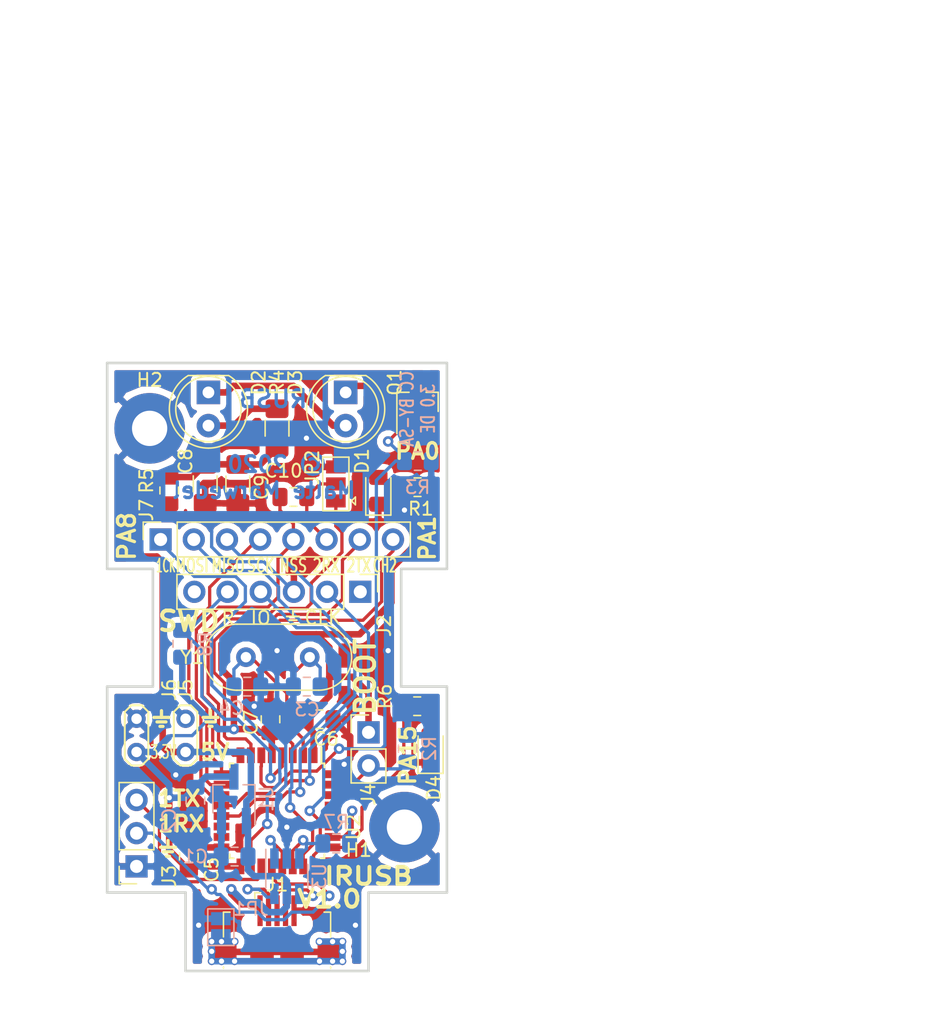
<source format=kicad_pcb>
(kicad_pcb (version 20171130) (host pcbnew 5.0.2+dfsg1-1)

  (general
    (thickness 1.6)
    (drawings 66)
    (tracks 476)
    (zones 0)
    (modules 38)
    (nets 44)
  )

  (page A4)
  (title_block
    (title IRUSB)
    (date 2020-11-27)
    (rev 1.0.1)
    (company "(c) 2020 by Malte Marwedel")
    (comment 2 "License: CC-BY-SA 3.0 DE")
  )

  (layers
    (0 F.Cu signal)
    (31 B.Cu signal)
    (32 B.Adhes user hide)
    (33 F.Adhes user hide)
    (34 B.Paste user)
    (35 F.Paste user)
    (36 B.SilkS user)
    (37 F.SilkS user)
    (38 B.Mask user)
    (39 F.Mask user)
    (40 Dwgs.User user)
    (41 Cmts.User user)
    (42 Eco1.User user)
    (43 Eco2.User user)
    (44 Edge.Cuts user)
    (45 Margin user)
    (46 B.CrtYd user)
    (47 F.CrtYd user)
    (48 B.Fab user hide)
    (49 F.Fab user hide)
  )

  (setup
    (last_trace_width 0.25)
    (user_trace_width 0.5)
    (trace_clearance 0.2)
    (zone_clearance 0.45)
    (zone_45_only no)
    (trace_min 0.2)
    (segment_width 0.2)
    (edge_width 0.2)
    (via_size 0.8)
    (via_drill 0.4)
    (via_min_size 0.4)
    (via_min_drill 0.3)
    (uvia_size 0.3)
    (uvia_drill 0.1)
    (uvias_allowed no)
    (uvia_min_size 0.2)
    (uvia_min_drill 0.1)
    (pcb_text_width 0.3)
    (pcb_text_size 1.5 1.5)
    (mod_edge_width 0.15)
    (mod_text_size 1 1)
    (mod_text_width 0.15)
    (pad_size 0.8 0.8)
    (pad_drill 0.8)
    (pad_to_mask_clearance 0.051)
    (solder_mask_min_width 0.25)
    (aux_axis_origin 0 0)
    (visible_elements FFFFFF7F)
    (pcbplotparams
      (layerselection 0x010f0_ffffffff)
      (usegerberextensions false)
      (usegerberattributes false)
      (usegerberadvancedattributes false)
      (creategerberjobfile false)
      (excludeedgelayer true)
      (linewidth 0.100000)
      (plotframeref false)
      (viasonmask false)
      (mode 1)
      (useauxorigin false)
      (hpglpennumber 1)
      (hpglpenspeed 20)
      (hpglpendiameter 15.000000)
      (psnegative false)
      (psa4output false)
      (plotreference true)
      (plotvalue true)
      (plotinvisibletext false)
      (padsonsilk false)
      (subtractmaskfromsilk false)
      (outputformat 1)
      (mirror false)
      (drillshape 0)
      (scaleselection 1)
      (outputdirectory "gerber1/"))
  )

  (net 0 "")
  (net 1 "Net-(R7-Pad1)")
  (net 2 "Net-(J1-Pad3)")
  (net 3 +3V3)
  (net 4 "Net-(J2-Pad5)")
  (net 5 "Net-(D1-Pad2)")
  (net 6 GND)
  (net 7 "Net-(J4-Pad2)")
  (net 8 "Net-(D2-Pad2)")
  (net 9 +5V)
  (net 10 "Net-(R6-Pad1)")
  (net 11 "Net-(D2-Pad1)")
  (net 12 "Net-(C3-Pad1)")
  (net 13 "Net-(C4-Pad1)")
  (net 14 /SPI1_NSS)
  (net 15 /SPI1_SCK)
  (net 16 /SPI1_MISO)
  (net 17 /SPI1_MOSI)
  (net 18 "Net-(U2-Pad15)")
  (net 19 "Net-(J1-Pad2)")
  (net 20 /SWDIO)
  (net 21 /SWCLK)
  (net 22 "Net-(U2-Pad27)")
  (net 23 "Net-(U2-Pad28)")
  (net 24 "Net-(U2-Pad29)")
  (net 25 "Net-(U2-Pad30)")
  (net 26 "Net-(J1-Pad6)")
  (net 27 "Net-(J1-Pad4)")
  (net 28 "Net-(J2-Pad1)")
  (net 29 "Net-(J2-Pad6)")
  (net 30 "Net-(C8-Pad1)")
  (net 31 "Net-(D4-Pad2)")
  (net 32 "Net-(D3-Pad1)")
  (net 33 /TIM2_CH1)
  (net 34 /TIM2_CH2)
  (net 35 /USART2_TX)
  (net 36 /USART2_RX)
  (net 37 /USART1_CK)
  (net 38 /USART1_TX)
  (net 39 /USART1_RX)
  (net 40 "Net-(U2-Pad14)")
  (net 41 "Net-(C10-Pad2)")
  (net 42 /USB_DP)
  (net 43 /USB_DM)

  (net_class Default "Dies ist die voreingestellte Netzklasse."
    (clearance 0.2)
    (trace_width 0.25)
    (via_dia 0.8)
    (via_drill 0.4)
    (uvia_dia 0.3)
    (uvia_drill 0.1)
    (add_net +3V3)
    (add_net +5V)
    (add_net /SPI1_MISO)
    (add_net /SPI1_MOSI)
    (add_net /SPI1_NSS)
    (add_net /SPI1_SCK)
    (add_net /SWCLK)
    (add_net /SWDIO)
    (add_net /TIM2_CH1)
    (add_net /TIM2_CH2)
    (add_net /USART1_CK)
    (add_net /USART1_RX)
    (add_net /USART1_TX)
    (add_net /USART2_RX)
    (add_net /USART2_TX)
    (add_net /USB_DM)
    (add_net /USB_DP)
    (add_net GND)
    (add_net "Net-(C10-Pad2)")
    (add_net "Net-(C3-Pad1)")
    (add_net "Net-(C4-Pad1)")
    (add_net "Net-(C8-Pad1)")
    (add_net "Net-(D1-Pad2)")
    (add_net "Net-(D2-Pad1)")
    (add_net "Net-(D2-Pad2)")
    (add_net "Net-(D3-Pad1)")
    (add_net "Net-(D4-Pad2)")
    (add_net "Net-(J1-Pad2)")
    (add_net "Net-(J1-Pad3)")
    (add_net "Net-(J1-Pad4)")
    (add_net "Net-(J1-Pad6)")
    (add_net "Net-(J2-Pad1)")
    (add_net "Net-(J2-Pad5)")
    (add_net "Net-(J2-Pad6)")
    (add_net "Net-(J4-Pad2)")
    (add_net "Net-(R6-Pad1)")
    (add_net "Net-(R7-Pad1)")
    (add_net "Net-(U2-Pad14)")
    (add_net "Net-(U2-Pad15)")
    (add_net "Net-(U2-Pad27)")
    (add_net "Net-(U2-Pad28)")
    (add_net "Net-(U2-Pad29)")
    (add_net "Net-(U2-Pad30)")
  )

  (net_class Thick ""
    (clearance 0.2)
    (trace_width 0.5)
    (via_dia 0.8)
    (via_drill 0.4)
    (uvia_dia 0.3)
    (uvia_drill 0.1)
  )

  (module MountingHole:MountingHole_2.7mm_M2.5_Pad (layer F.Cu) (tedit 56D1B4CB) (tstamp 5FA89EF9)
    (at 140.25 60)
    (descr "Mounting Hole 2.7mm, M2.5")
    (tags "mounting hole 2.7mm m2.5")
    (path /5F84E911)
    (attr virtual)
    (fp_text reference H2 (at 0 -3.7) (layer F.SilkS)
      (effects (font (size 1 1) (thickness 0.15)))
    )
    (fp_text value MountingHole_Pad (at 0 3.7) (layer F.Fab)
      (effects (font (size 1 1) (thickness 0.15)))
    )
    (fp_circle (center 0 0) (end 2.95 0) (layer F.CrtYd) (width 0.05))
    (fp_circle (center 0 0) (end 2.7 0) (layer Cmts.User) (width 0.15))
    (fp_text user %R (at 0.3 0) (layer F.Fab)
      (effects (font (size 1 1) (thickness 0.15)))
    )
    (pad 1 thru_hole circle (at 0 0) (size 5.4 5.4) (drill 2.7) (layers *.Cu *.Mask)
      (net 6 GND))
  )

  (module MountingHole:MountingHole_2.7mm_M2.5_Pad (layer F.Cu) (tedit 56D1B4CB) (tstamp 5FA89EF2)
    (at 159.75 90.5)
    (descr "Mounting Hole 2.7mm, M2.5")
    (tags "mounting hole 2.7mm m2.5")
    (path /5F84E85D)
    (attr virtual)
    (fp_text reference H1 (at -3.5 1.75) (layer F.SilkS)
      (effects (font (size 1 1) (thickness 0.15)))
    )
    (fp_text value MountingHole_Pad (at 0 3.7) (layer F.Fab)
      (effects (font (size 1 1) (thickness 0.15)))
    )
    (fp_text user %R (at 0.3 0) (layer F.Fab)
      (effects (font (size 1 1) (thickness 0.15)))
    )
    (fp_circle (center 0 0) (end 2.7 0) (layer Cmts.User) (width 0.15))
    (fp_circle (center 0 0) (end 2.95 0) (layer F.CrtYd) (width 0.05))
    (pad 1 thru_hole circle (at 0 0) (size 5.4 5.4) (drill 2.7) (layers *.Cu *.Mask)
      (net 6 GND))
  )

  (module MalteM:USB_Micro-B_Amtek-MIUSB-F5M-BBX-U_Handsolder (layer F.Cu) (tedit 5F91F73E) (tstamp 5FA88A25)
    (at 150 100)
    (descr https://www.google.de/url?sa=t&rct=j&q=&esrc=s&source=web&cd=&cad=rja&uact=8&ved=2ahUKEwitj4vkgarsAhWqNOwKHbm-CJwQFjAEegQIAhAC&url=https%3A%2F%2Famtek-co.com.tw%2Fwp-content%2Fuploads%2F2019%2F08%2FMiniMicro-USB_compressed.pdf&usg=AOvVaw2SGsOt0LFmtKhGWBrR4z_M)
    (tags "Micro-USB SMD Typ-B 5UR2B06MF-105XXBUHM1")
    (path /5F7CB753)
    (attr smd)
    (fp_text reference J1 (at 0 -5.1) (layer F.SilkS)
      (effects (font (size 1 1) (thickness 0.15)))
    )
    (fp_text value USB_B_Micro (at 0.3 4.3375) (layer F.Fab)
      (effects (font (size 1 1) (thickness 0.15)))
    )
    (fp_text user "PCB Edge" (at 0 2) (layer Dwgs.User)
      (effects (font (size 0.5 0.5) (thickness 0.08)))
    )
    (fp_text user %R (at 0 0) (layer F.Fab)
      (effects (font (size 1 1) (thickness 0.15)))
    )
    (fp_line (start -4.25 3.05) (end 4.25 3.05) (layer F.CrtYd) (width 0.05))
    (fp_line (start 5.15 -1.16) (end 5.15 1.24) (layer F.CrtYd) (width 0.05))
    (fp_line (start -4.15 -3.05) (end -1.75 -3.05) (layer F.CrtYd) (width 0.05))
    (fp_line (start -4.1 -3) (end -3.6 -3) (layer F.SilkS) (width 0.12))
    (fp_line (start -4.1 -1.11) (end -4.1 -3) (layer F.SilkS) (width 0.12))
    (fp_line (start 4.1 1.19) (end 4.1 1.29) (layer F.SilkS) (width 0.12))
    (fp_line (start 4 2.8) (end 4 -2.8) (layer F.Fab) (width 0.1))
    (fp_line (start -3 1.49) (end 3 1.49) (layer F.Fab) (width 0.1))
    (fp_line (start -4 2.8) (end 4 2.8) (layer F.Fab) (width 0.1))
    (fp_line (start -4 -2.8) (end 4 -2.8) (layer F.Fab) (width 0.1))
    (fp_line (start -4 2.8) (end -4 -2.8) (layer F.Fab) (width 0.1))
    (fp_line (start -4.1 1.19) (end -4.1 1.29) (layer F.SilkS) (width 0.12))
    (fp_line (start 4.1 -1.11) (end 4.1 -3) (layer F.SilkS) (width 0.12))
    (fp_line (start 4.1 -3) (end 3.6 -3) (layer F.SilkS) (width 0.12))
    (fp_line (start -1.7 -4.485) (end -1.25 -4.485) (layer F.SilkS) (width 0.12))
    (fp_line (start -1.7 -4.485) (end -1.7 -4.035) (layer F.SilkS) (width 0.12))
    (fp_line (start -1.3 -3.9) (end -1.5 -4.1) (layer F.Fab) (width 0.1))
    (fp_line (start -1.1 -4.1) (end -1.3 -3.9) (layer F.Fab) (width 0.1))
    (fp_line (start -1.5 -4.3) (end -1.1 -4.3) (layer F.Fab) (width 0.1))
    (fp_line (start -1.5 -4.3) (end -1.5 -4.09) (layer F.Fab) (width 0.1))
    (fp_line (start -1.1 -4.3) (end -1.1 -4.09) (layer F.Fab) (width 0.1))
    (fp_line (start -1.75 -3.05) (end -1.75 -4.54) (layer F.CrtYd) (width 0.05))
    (fp_line (start -1.75 -4.54) (end 1.75 -4.54) (layer F.CrtYd) (width 0.05))
    (fp_line (start 1.75 -4.54) (end 1.75 -3.05) (layer F.CrtYd) (width 0.05))
    (fp_line (start 1.75 -3.05) (end 4.15 -3.05) (layer F.CrtYd) (width 0.05))
    (fp_line (start 4.15 -3.05) (end 4.15 -1.16) (layer F.CrtYd) (width 0.05))
    (fp_line (start 5.15 -1.16) (end 4.15 -1.16) (layer F.CrtYd) (width 0.05))
    (fp_line (start -4.15 -3.05) (end -4.15 -1.16) (layer F.CrtYd) (width 0.05))
    (fp_line (start -4.15 -1.16) (end -5.15 -1.16) (layer F.CrtYd) (width 0.05))
    (fp_line (start -5.15 -1.16) (end -5.15 1.24) (layer F.CrtYd) (width 0.05))
    (fp_line (start 5.15 1.24) (end 4.25 1.24) (layer F.CrtYd) (width 0.05))
    (fp_line (start 4.25 1.24) (end 4.25 3.05) (layer F.CrtYd) (width 0.05))
    (fp_line (start -4.25 1.24) (end -5.15 1.24) (layer F.CrtYd) (width 0.05))
    (fp_line (start -4.25 1.24) (end -4.25 3.05) (layer F.CrtYd) (width 0.05))
    (pad 6 smd rect (at 1.15 0.04) (size 1.8 1.9) (layers F.Cu F.Paste F.Mask)
      (net 26 "Net-(J1-Pad6)"))
    (pad "" np_thru_hole circle (at -1.9 -2.11) (size 0.8 0.8) (drill 0.8) (layers *.Cu *.Mask))
    (pad 2 smd rect (at -0.65 -3.11) (size 0.4 2.35) (layers F.Cu F.Paste F.Mask)
      (net 19 "Net-(J1-Pad2)"))
    (pad 1 smd rect (at -1.3 -3.11) (size 0.4 2.35) (layers F.Cu F.Paste F.Mask)
      (net 9 +5V))
    (pad 5 smd rect (at 1.3 -3.11) (size 0.4 2.35) (layers F.Cu F.Paste F.Mask)
      (net 6 GND))
    (pad 4 smd rect (at 0.65 -3.11) (size 0.4 2.35) (layers F.Cu F.Paste F.Mask)
      (net 27 "Net-(J1-Pad4)"))
    (pad 3 smd rect (at 0 -3.11) (size 0.4 2.35) (layers F.Cu F.Paste F.Mask)
      (net 2 "Net-(J1-Pad3)"))
    (pad "" np_thru_hole circle (at 1.9 -2.11) (size 0.8 0.8) (drill 0.8) (layers *.Cu *.Mask))
    (pad 6 smd rect (at -1.15 0.04) (size 1.8 1.9) (layers F.Cu F.Paste F.Mask)
      (net 26 "Net-(J1-Pad6)"))
    (pad 6 smd rect (at 4 0.04) (size 1.8 1.9) (layers F.Cu F.Mask)
      (net 26 "Net-(J1-Pad6)"))
    (pad 6 smd rect (at -4 0.04) (size 1.8 1.9) (layers F.Cu F.Mask)
      (net 26 "Net-(J1-Pad6)"))
    (model ${KISYS3DMOD}/Connector_USB.3dshapes/USB_Micro-B_Molex-105017-0001.wrl
      (at (xyz 0 0 0))
      (scale (xyz 1 1 1))
      (rotate (xyz 0 0 0))
    )
  )

  (module Package_TO_SOT_SMD:SOT-23-6_Handsoldering (layer B.Cu) (tedit 5A02FF57) (tstamp 5F971EFB)
    (at 150.75 94.25 270)
    (descr "6-pin SOT-23 package, Handsoldering")
    (tags "SOT-23-6 Handsoldering")
    (path /5F8A182A)
    (attr smd)
    (fp_text reference U3 (at 0 -2.5 270) (layer B.SilkS)
      (effects (font (size 1 1) (thickness 0.15)) (justify mirror))
    )
    (fp_text value USBLC6-2SC6 (at 0 -2.9 270) (layer B.Fab)
      (effects (font (size 1 1) (thickness 0.15)) (justify mirror))
    )
    (fp_text user %R (at 0 0 180) (layer B.Fab)
      (effects (font (size 0.5 0.5) (thickness 0.075)) (justify mirror))
    )
    (fp_line (start -0.9 -1.61) (end 0.9 -1.61) (layer B.SilkS) (width 0.12))
    (fp_line (start 0.9 1.61) (end -2.05 1.61) (layer B.SilkS) (width 0.12))
    (fp_line (start -2.4 -1.8) (end -2.4 1.8) (layer B.CrtYd) (width 0.05))
    (fp_line (start 2.4 -1.8) (end -2.4 -1.8) (layer B.CrtYd) (width 0.05))
    (fp_line (start 2.4 1.8) (end 2.4 -1.8) (layer B.CrtYd) (width 0.05))
    (fp_line (start -2.4 1.8) (end 2.4 1.8) (layer B.CrtYd) (width 0.05))
    (fp_line (start -0.9 0.9) (end -0.25 1.55) (layer B.Fab) (width 0.1))
    (fp_line (start 0.9 1.55) (end -0.25 1.55) (layer B.Fab) (width 0.1))
    (fp_line (start -0.9 0.9) (end -0.9 -1.55) (layer B.Fab) (width 0.1))
    (fp_line (start 0.9 -1.55) (end -0.9 -1.55) (layer B.Fab) (width 0.1))
    (fp_line (start 0.9 1.55) (end 0.9 -1.55) (layer B.Fab) (width 0.1))
    (pad 1 smd rect (at -1.35 0.95 270) (size 1.56 0.65) (layers B.Cu B.Paste B.Mask)
      (net 43 /USB_DM))
    (pad 2 smd rect (at -1.35 0 270) (size 1.56 0.65) (layers B.Cu B.Paste B.Mask)
      (net 6 GND))
    (pad 3 smd rect (at -1.35 -0.95 270) (size 1.56 0.65) (layers B.Cu B.Paste B.Mask)
      (net 42 /USB_DP))
    (pad 4 smd rect (at 1.35 -0.95 270) (size 1.56 0.65) (layers B.Cu B.Paste B.Mask)
      (net 2 "Net-(J1-Pad3)"))
    (pad 6 smd rect (at 1.35 0.95 270) (size 1.56 0.65) (layers B.Cu B.Paste B.Mask)
      (net 19 "Net-(J1-Pad2)"))
    (pad 5 smd rect (at 1.35 0 270) (size 1.56 0.65) (layers B.Cu B.Paste B.Mask)
      (net 9 +5V))
    (model ${KISYS3DMOD}/Package_TO_SOT_SMD.3dshapes/SOT-23-6.wrl
      (at (xyz 0 0 0))
      (scale (xyz 1 1 1))
      (rotate (xyz 0 0 0))
    )
  )

  (module Package_TO_SOT_SMD:SOT-23W_Handsoldering (layer B.Cu) (tedit 5A02FF57) (tstamp 5F97617B)
    (at 146.7 88.3335 90)
    (descr "SOT-23W http://www.allegromicro.com/~/media/Files/Datasheets/A112x-Datasheet.ashx?la=en&hash=7BC461E058CC246E0BAB62433B2F1ECA104CA9D3")
    (tags "SOT-23W for handsoldering")
    (path /5F7CBEC0)
    (attr smd)
    (fp_text reference U1 (at 0 2.5 90) (layer B.SilkS)
      (effects (font (size 1 1) (thickness 0.15)) (justify mirror))
    )
    (fp_text value MCP1754-3302E_SOT89 (at 0 -2.5 90) (layer B.Fab)
      (effects (font (size 1 1) (thickness 0.15)) (justify mirror))
    )
    (fp_line (start 1.075 -0.7) (end 1.075 -1.61) (layer B.SilkS) (width 0.12))
    (fp_line (start 1.075 1.6) (end 1.075 0.7) (layer B.SilkS) (width 0.12))
    (fp_line (start -2 1.61) (end 1.075 1.61) (layer B.SilkS) (width 0.12))
    (fp_line (start -1.075 -1.61) (end 1.075 -1.61) (layer B.SilkS) (width 0.12))
    (fp_text user %R (at 0 0) (layer B.Fab)
      (effects (font (size 0.5 0.5) (thickness 0.075)) (justify mirror))
    )
    (fp_line (start -0.955 0.49) (end -0.955 -1.49) (layer B.Fab) (width 0.1))
    (fp_line (start 0.045 1.49) (end 0.955 1.49) (layer B.Fab) (width 0.1))
    (fp_line (start -0.955 0.49) (end 0.045 1.49) (layer B.Fab) (width 0.1))
    (fp_line (start 0.955 1.49) (end 0.955 -1.49) (layer B.Fab) (width 0.1))
    (fp_line (start -0.955 -1.49) (end 0.955 -1.49) (layer B.Fab) (width 0.1))
    (fp_line (start -2.95 1.74) (end 2.95 1.74) (layer B.CrtYd) (width 0.05))
    (fp_line (start 2.95 1.74) (end 2.95 -1.74) (layer B.CrtYd) (width 0.05))
    (fp_line (start 2.95 -1.74) (end -2.95 -1.74) (layer B.CrtYd) (width 0.05))
    (fp_line (start -2.95 -1.74) (end -2.95 1.74) (layer B.CrtYd) (width 0.05))
    (pad 1 smd rect (at -1.7 0.95 90) (size 2 0.7) (layers B.Cu B.Paste B.Mask)
      (net 9 +5V))
    (pad 2 smd rect (at -1.7 -0.95 90) (size 2 0.7) (layers B.Cu B.Paste B.Mask)
      (net 6 GND))
    (pad 3 smd rect (at 1.7 0 90) (size 2 0.7) (layers B.Cu B.Paste B.Mask)
      (net 3 +3V3))
    (model ${KISYS3DMOD}/Package_TO_SOT_SMD.3dshapes/SOT-23W_Handsoldering.wrl
      (at (xyz 0 0 0))
      (scale (xyz 1 1 1))
      (rotate (xyz 0 0 0))
    )
  )

  (module Connector_PinHeader_2.54mm:PinHeader_1x02_P2.54mm_Vertical (layer F.Cu) (tedit 59FED5CC) (tstamp 5F93B627)
    (at 157 83.25)
    (descr "Through hole straight pin header, 1x02, 2.54mm pitch, single row")
    (tags "Through hole pin header THT 1x02 2.54mm single row")
    (path /5F7D1263)
    (fp_text reference J4 (at 0 4.75 90) (layer F.SilkS)
      (effects (font (size 1 1) (thickness 0.15)))
    )
    (fp_text value Conn_01x02_Male (at 0 4.87) (layer F.Fab)
      (effects (font (size 1 1) (thickness 0.15)))
    )
    (fp_line (start -0.635 -1.27) (end 1.27 -1.27) (layer F.Fab) (width 0.1))
    (fp_line (start 1.27 -1.27) (end 1.27 3.81) (layer F.Fab) (width 0.1))
    (fp_line (start 1.27 3.81) (end -1.27 3.81) (layer F.Fab) (width 0.1))
    (fp_line (start -1.27 3.81) (end -1.27 -0.635) (layer F.Fab) (width 0.1))
    (fp_line (start -1.27 -0.635) (end -0.635 -1.27) (layer F.Fab) (width 0.1))
    (fp_line (start -1.33 3.87) (end 1.33 3.87) (layer F.SilkS) (width 0.12))
    (fp_line (start -1.33 1.27) (end -1.33 3.87) (layer F.SilkS) (width 0.12))
    (fp_line (start 1.33 1.27) (end 1.33 3.87) (layer F.SilkS) (width 0.12))
    (fp_line (start -1.33 1.27) (end 1.33 1.27) (layer F.SilkS) (width 0.12))
    (fp_line (start -1.33 0) (end -1.33 -1.33) (layer F.SilkS) (width 0.12))
    (fp_line (start -1.33 -1.33) (end 0 -1.33) (layer F.SilkS) (width 0.12))
    (fp_line (start -1.8 -1.8) (end -1.8 4.35) (layer F.CrtYd) (width 0.05))
    (fp_line (start -1.8 4.35) (end 1.8 4.35) (layer F.CrtYd) (width 0.05))
    (fp_line (start 1.8 4.35) (end 1.8 -1.8) (layer F.CrtYd) (width 0.05))
    (fp_line (start 1.8 -1.8) (end -1.8 -1.8) (layer F.CrtYd) (width 0.05))
    (fp_text user %R (at 0 1.27 90) (layer F.Fab)
      (effects (font (size 1 1) (thickness 0.15)))
    )
    (pad 1 thru_hole rect (at 0 0) (size 1.7 1.7) (drill 1) (layers *.Cu *.Mask)
      (net 3 +3V3))
    (pad 2 thru_hole oval (at 0 2.54) (size 1.7 1.7) (drill 1) (layers *.Cu *.Mask)
      (net 7 "Net-(J4-Pad2)"))
    (model ${KISYS3DMOD}/Connector_PinHeader_2.54mm.3dshapes/PinHeader_1x02_P2.54mm_Vertical.wrl
      (at (xyz 0 0 0))
      (scale (xyz 1 1 1))
      (rotate (xyz 0 0 0))
    )
  )

  (module TestPoint:TestPoint_2Pads_Pitch2.54mm_Drill0.8mm (layer F.Cu) (tedit 5A0F774F) (tstamp 5F93B21B)
    (at 143 84.75 90)
    (descr "Test point with 2 pins, pitch 2.54mm, drill diameter 0.8mm")
    (tags "CONN DEV")
    (path /5F8038D8)
    (attr virtual)
    (fp_text reference J5 (at 4.75 0 90) (layer F.SilkS)
      (effects (font (size 1 1) (thickness 0.15)))
    )
    (fp_text value Conn_01x02_Male (at 1.27 2 90) (layer F.Fab)
      (effects (font (size 1 1) (thickness 0.15)))
    )
    (fp_text user %R (at 1.3 -2 90) (layer F.Fab)
      (effects (font (size 1 1) (thickness 0.15)))
    )
    (fp_line (start -0.65 1.15) (end 3.15 1.15) (layer F.CrtYd) (width 0.05))
    (fp_line (start 3.15 1.15) (end 3.8 0.5) (layer F.CrtYd) (width 0.05))
    (fp_line (start 3.8 0.5) (end 3.8 -0.5) (layer F.CrtYd) (width 0.05))
    (fp_line (start 3.8 -0.5) (end 3.15 -1.15) (layer F.CrtYd) (width 0.05))
    (fp_line (start 3.15 -1.15) (end -0.65 -1.15) (layer F.CrtYd) (width 0.05))
    (fp_line (start -0.65 -1.15) (end -1.3 -0.5) (layer F.CrtYd) (width 0.05))
    (fp_line (start -1.3 -0.5) (end -1.3 0.5) (layer F.CrtYd) (width 0.05))
    (fp_line (start -1.3 0.5) (end -0.65 1.15) (layer F.CrtYd) (width 0.05))
    (fp_line (start -0.53 -0.9) (end 3.07 -0.9) (layer F.SilkS) (width 0.15))
    (fp_line (start 3.07 -0.9) (end 3.57 -0.4) (layer F.SilkS) (width 0.15))
    (fp_line (start 3.57 -0.4) (end 3.57 0.4) (layer F.SilkS) (width 0.15))
    (fp_line (start 3.57 0.4) (end 3.07 0.9) (layer F.SilkS) (width 0.15))
    (fp_line (start 3.07 0.9) (end -0.53 0.9) (layer F.SilkS) (width 0.15))
    (fp_line (start -0.53 0.9) (end -1.03 0.4) (layer F.SilkS) (width 0.15))
    (fp_line (start -1.03 0.4) (end -1.03 -0.4) (layer F.SilkS) (width 0.15))
    (fp_line (start -1.03 -0.4) (end -0.53 -0.9) (layer F.SilkS) (width 0.15))
    (pad 1 thru_hole circle (at 0 0 90) (size 1.4 1.4) (drill 0.8) (layers *.Cu *.Mask)
      (net 9 +5V))
    (pad 2 thru_hole circle (at 2.54 0 90) (size 1.4 1.4) (drill 0.8) (layers *.Cu *.Mask)
      (net 6 GND))
  )

  (module Connector_PinSocket_2.54mm:PinSocket_1x03_P2.54mm_Vertical (layer F.Cu) (tedit 5A19A429) (tstamp 5F93A683)
    (at 139.25 93.5 180)
    (descr "Through hole straight socket strip, 1x03, 2.54mm pitch, single row (from Kicad 4.0.7), script generated")
    (tags "Through hole socket strip THT 1x03 2.54mm single row")
    (path /5F7D0C00)
    (fp_text reference J3 (at -2.5 -0.75 270) (layer F.SilkS)
      (effects (font (size 1 1) (thickness 0.15)))
    )
    (fp_text value Conn_01x03_Male (at 0 7.85 180) (layer F.Fab)
      (effects (font (size 1 1) (thickness 0.15)))
    )
    (fp_line (start -1.27 -1.27) (end 0.635 -1.27) (layer F.Fab) (width 0.1))
    (fp_line (start 0.635 -1.27) (end 1.27 -0.635) (layer F.Fab) (width 0.1))
    (fp_line (start 1.27 -0.635) (end 1.27 6.35) (layer F.Fab) (width 0.1))
    (fp_line (start 1.27 6.35) (end -1.27 6.35) (layer F.Fab) (width 0.1))
    (fp_line (start -1.27 6.35) (end -1.27 -1.27) (layer F.Fab) (width 0.1))
    (fp_line (start -1.33 1.27) (end 1.33 1.27) (layer F.SilkS) (width 0.12))
    (fp_line (start -1.33 1.27) (end -1.33 6.41) (layer F.SilkS) (width 0.12))
    (fp_line (start -1.33 6.41) (end 1.33 6.41) (layer F.SilkS) (width 0.12))
    (fp_line (start 1.33 1.27) (end 1.33 6.41) (layer F.SilkS) (width 0.12))
    (fp_line (start 1.33 -1.33) (end 1.33 0) (layer F.SilkS) (width 0.12))
    (fp_line (start 0 -1.33) (end 1.33 -1.33) (layer F.SilkS) (width 0.12))
    (fp_line (start -1.8 -1.8) (end 1.75 -1.8) (layer F.CrtYd) (width 0.05))
    (fp_line (start 1.75 -1.8) (end 1.75 6.85) (layer F.CrtYd) (width 0.05))
    (fp_line (start 1.75 6.85) (end -1.8 6.85) (layer F.CrtYd) (width 0.05))
    (fp_line (start -1.8 6.85) (end -1.8 -1.8) (layer F.CrtYd) (width 0.05))
    (fp_text user %R (at 0 2.54 270) (layer F.Fab)
      (effects (font (size 1 1) (thickness 0.15)))
    )
    (pad 1 thru_hole rect (at 0 0 180) (size 1.7 1.7) (drill 1) (layers *.Cu *.Mask)
      (net 6 GND))
    (pad 2 thru_hole oval (at 0 2.54 180) (size 1.7 1.7) (drill 1) (layers *.Cu *.Mask)
      (net 39 /USART1_RX))
    (pad 3 thru_hole oval (at 0 5.08 180) (size 1.7 1.7) (drill 1) (layers *.Cu *.Mask)
      (net 38 /USART1_TX))
    (model ${KISYS3DMOD}/Connector_PinSocket_2.54mm.3dshapes/PinSocket_1x03_P2.54mm_Vertical.wrl
      (at (xyz 0 0 0))
      (scale (xyz 1 1 1))
      (rotate (xyz 0 0 0))
    )
  )

  (module Connector_PinSocket_2.54mm:PinSocket_1x08_P2.54mm_Vertical (layer F.Cu) (tedit 5A19A420) (tstamp 5F93A668)
    (at 141.09 68.5 90)
    (descr "Through hole straight socket strip, 1x08, 2.54mm pitch, single row (from Kicad 4.0.7), script generated")
    (tags "Through hole socket strip THT 1x08 2.54mm single row")
    (path /5F82D97E)
    (fp_text reference J7 (at 2.25 -1.09 90) (layer F.SilkS)
      (effects (font (size 1 1) (thickness 0.15)))
    )
    (fp_text value Conn_01x08_Male (at 0 20.55 90) (layer F.Fab)
      (effects (font (size 1 1) (thickness 0.15)))
    )
    (fp_line (start -1.27 -1.27) (end 0.635 -1.27) (layer F.Fab) (width 0.1))
    (fp_line (start 0.635 -1.27) (end 1.27 -0.635) (layer F.Fab) (width 0.1))
    (fp_line (start 1.27 -0.635) (end 1.27 19.05) (layer F.Fab) (width 0.1))
    (fp_line (start 1.27 19.05) (end -1.27 19.05) (layer F.Fab) (width 0.1))
    (fp_line (start -1.27 19.05) (end -1.27 -1.27) (layer F.Fab) (width 0.1))
    (fp_line (start -1.33 1.27) (end 1.33 1.27) (layer F.SilkS) (width 0.12))
    (fp_line (start -1.33 1.27) (end -1.33 19.11) (layer F.SilkS) (width 0.12))
    (fp_line (start -1.33 19.11) (end 1.33 19.11) (layer F.SilkS) (width 0.12))
    (fp_line (start 1.33 1.27) (end 1.33 19.11) (layer F.SilkS) (width 0.12))
    (fp_line (start 1.33 -1.33) (end 1.33 0) (layer F.SilkS) (width 0.12))
    (fp_line (start 0 -1.33) (end 1.33 -1.33) (layer F.SilkS) (width 0.12))
    (fp_line (start -1.8 -1.8) (end 1.75 -1.8) (layer F.CrtYd) (width 0.05))
    (fp_line (start 1.75 -1.8) (end 1.75 19.55) (layer F.CrtYd) (width 0.05))
    (fp_line (start 1.75 19.55) (end -1.8 19.55) (layer F.CrtYd) (width 0.05))
    (fp_line (start -1.8 19.55) (end -1.8 -1.8) (layer F.CrtYd) (width 0.05))
    (fp_text user %R (at 0 8.89 180) (layer F.Fab)
      (effects (font (size 1 1) (thickness 0.15)))
    )
    (pad 1 thru_hole rect (at 0 0 90) (size 1.7 1.7) (drill 1) (layers *.Cu *.Mask)
      (net 37 /USART1_CK))
    (pad 2 thru_hole oval (at 0 2.54 90) (size 1.7 1.7) (drill 1) (layers *.Cu *.Mask)
      (net 17 /SPI1_MOSI))
    (pad 3 thru_hole oval (at 0 5.08 90) (size 1.7 1.7) (drill 1) (layers *.Cu *.Mask)
      (net 16 /SPI1_MISO))
    (pad 4 thru_hole oval (at 0 7.62 90) (size 1.7 1.7) (drill 1) (layers *.Cu *.Mask)
      (net 15 /SPI1_SCK))
    (pad 5 thru_hole oval (at 0 10.16 90) (size 1.7 1.7) (drill 1) (layers *.Cu *.Mask)
      (net 14 /SPI1_NSS))
    (pad 6 thru_hole oval (at 0 12.7 90) (size 1.7 1.7) (drill 1) (layers *.Cu *.Mask)
      (net 41 "Net-(C10-Pad2)"))
    (pad 7 thru_hole oval (at 0 15.24 90) (size 1.7 1.7) (drill 1) (layers *.Cu *.Mask)
      (net 35 /USART2_TX))
    (pad 8 thru_hole oval (at 0 17.78 90) (size 1.7 1.7) (drill 1) (layers *.Cu *.Mask)
      (net 34 /TIM2_CH2))
    (model ${KISYS3DMOD}/Connector_PinSocket_2.54mm.3dshapes/PinSocket_1x08_P2.54mm_Vertical.wrl
      (at (xyz 0 0 0))
      (scale (xyz 1 1 1))
      (rotate (xyz 0 0 0))
    )
  )

  (module TestPoint:TestPoint_2Pads_Pitch2.54mm_Drill0.8mm (layer F.Cu) (tedit 5A0F774F) (tstamp 5F93A31C)
    (at 139.25 84.75 90)
    (descr "Test point with 2 pins, pitch 2.54mm, drill diameter 0.8mm")
    (tags "CONN DEV")
    (path /5F8039EC)
    (attr virtual)
    (fp_text reference J6 (at 4.75 2.5 90) (layer F.SilkS)
      (effects (font (size 1 1) (thickness 0.15)))
    )
    (fp_text value Conn_01x02_Male (at 1.27 2 90) (layer F.Fab)
      (effects (font (size 1 1) (thickness 0.15)))
    )
    (fp_text user %R (at 1.3 -2 90) (layer F.Fab)
      (effects (font (size 1 1) (thickness 0.15)))
    )
    (fp_line (start -0.65 1.15) (end 3.15 1.15) (layer F.CrtYd) (width 0.05))
    (fp_line (start 3.15 1.15) (end 3.8 0.5) (layer F.CrtYd) (width 0.05))
    (fp_line (start 3.8 0.5) (end 3.8 -0.5) (layer F.CrtYd) (width 0.05))
    (fp_line (start 3.8 -0.5) (end 3.15 -1.15) (layer F.CrtYd) (width 0.05))
    (fp_line (start 3.15 -1.15) (end -0.65 -1.15) (layer F.CrtYd) (width 0.05))
    (fp_line (start -0.65 -1.15) (end -1.3 -0.5) (layer F.CrtYd) (width 0.05))
    (fp_line (start -1.3 -0.5) (end -1.3 0.5) (layer F.CrtYd) (width 0.05))
    (fp_line (start -1.3 0.5) (end -0.65 1.15) (layer F.CrtYd) (width 0.05))
    (fp_line (start -0.53 -0.9) (end 3.07 -0.9) (layer F.SilkS) (width 0.15))
    (fp_line (start 3.07 -0.9) (end 3.57 -0.4) (layer F.SilkS) (width 0.15))
    (fp_line (start 3.57 -0.4) (end 3.57 0.4) (layer F.SilkS) (width 0.15))
    (fp_line (start 3.57 0.4) (end 3.07 0.9) (layer F.SilkS) (width 0.15))
    (fp_line (start 3.07 0.9) (end -0.53 0.9) (layer F.SilkS) (width 0.15))
    (fp_line (start -0.53 0.9) (end -1.03 0.4) (layer F.SilkS) (width 0.15))
    (fp_line (start -1.03 0.4) (end -1.03 -0.4) (layer F.SilkS) (width 0.15))
    (fp_line (start -1.03 -0.4) (end -0.53 -0.9) (layer F.SilkS) (width 0.15))
    (pad 1 thru_hole circle (at 0 0 90) (size 1.4 1.4) (drill 0.8) (layers *.Cu *.Mask)
      (net 3 +3V3))
    (pad 2 thru_hole circle (at 2.54 0 90) (size 1.4 1.4) (drill 0.8) (layers *.Cu *.Mask)
      (net 6 GND))
  )

  (module Jumper:SolderJumper-3_P1.3mm_Open_Pad1.0x1.5mm (layer F.Cu) (tedit 5A3F8BB2) (tstamp 5F923F20)
    (at 154.5 64.25 90)
    (descr "SMD Solder 3-pad Jumper, 1x1.5mm Pads, 0.3mm gap, open")
    (tags "solder jumper open")
    (path /5F8603D9)
    (attr virtual)
    (fp_text reference JP2 (at 1.25 -1.8 90) (layer F.SilkS)
      (effects (font (size 1 1) (thickness 0.15)))
    )
    (fp_text value SolderJumper_3_Open (at 0 2 90) (layer F.Fab)
      (effects (font (size 1 1) (thickness 0.15)))
    )
    (fp_line (start -1.3 1.2) (end -1 1.5) (layer F.SilkS) (width 0.12))
    (fp_line (start -1.6 1.5) (end -1 1.5) (layer F.SilkS) (width 0.12))
    (fp_line (start -1.3 1.2) (end -1.6 1.5) (layer F.SilkS) (width 0.12))
    (fp_line (start -2.05 1) (end -2.05 -1) (layer F.SilkS) (width 0.12))
    (fp_line (start 2.05 1) (end -2.05 1) (layer F.SilkS) (width 0.12))
    (fp_line (start 2.05 -1) (end 2.05 1) (layer F.SilkS) (width 0.12))
    (fp_line (start -2.05 -1) (end 2.05 -1) (layer F.SilkS) (width 0.12))
    (fp_line (start -2.3 -1.25) (end 2.3 -1.25) (layer F.CrtYd) (width 0.05))
    (fp_line (start -2.3 -1.25) (end -2.3 1.25) (layer F.CrtYd) (width 0.05))
    (fp_line (start 2.3 1.25) (end 2.3 -1.25) (layer F.CrtYd) (width 0.05))
    (fp_line (start 2.3 1.25) (end -2.3 1.25) (layer F.CrtYd) (width 0.05))
    (pad 3 smd rect (at 1.3 0 90) (size 1 1.5) (layers F.Cu F.Mask)
      (net 6 GND))
    (pad 2 smd rect (at 0 0 90) (size 1 1.5) (layers F.Cu F.Mask)
      (net 41 "Net-(C10-Pad2)"))
    (pad 1 smd rect (at -1.3 0 90) (size 1 1.5) (layers F.Cu F.Mask)
      (net 36 /USART2_RX))
  )

  (module Capacitor_SMD:C_0805_2012Metric_Pad1.15x1.40mm_HandSolder (layer F.Cu) (tedit 5B36C52B) (tstamp 5F924FF4)
    (at 151.25 65.25)
    (descr "Capacitor SMD 0805 (2012 Metric), square (rectangular) end terminal, IPC_7351 nominal with elongated pad for handsoldering. (Body size source: https://docs.google.com/spreadsheets/d/1BsfQQcO9C6DZCsRaXUlFlo91Tg2WpOkGARC1WS5S8t0/edit?usp=sharing), generated with kicad-footprint-generator")
    (tags "capacitor handsolder")
    (path /5F856CD1)
    (attr smd)
    (fp_text reference C10 (at -0.75 -2 180) (layer F.SilkS)
      (effects (font (size 1 1) (thickness 0.15)))
    )
    (fp_text value 4,7µF (at 0 1.65) (layer F.Fab)
      (effects (font (size 1 1) (thickness 0.15)))
    )
    (fp_line (start -1 0.6) (end -1 -0.6) (layer F.Fab) (width 0.1))
    (fp_line (start -1 -0.6) (end 1 -0.6) (layer F.Fab) (width 0.1))
    (fp_line (start 1 -0.6) (end 1 0.6) (layer F.Fab) (width 0.1))
    (fp_line (start 1 0.6) (end -1 0.6) (layer F.Fab) (width 0.1))
    (fp_line (start -0.261252 -0.71) (end 0.261252 -0.71) (layer F.SilkS) (width 0.12))
    (fp_line (start -0.261252 0.71) (end 0.261252 0.71) (layer F.SilkS) (width 0.12))
    (fp_line (start -1.85 0.95) (end -1.85 -0.95) (layer F.CrtYd) (width 0.05))
    (fp_line (start -1.85 -0.95) (end 1.85 -0.95) (layer F.CrtYd) (width 0.05))
    (fp_line (start 1.85 -0.95) (end 1.85 0.95) (layer F.CrtYd) (width 0.05))
    (fp_line (start 1.85 0.95) (end -1.85 0.95) (layer F.CrtYd) (width 0.05))
    (fp_text user %R (at 0 0) (layer F.Fab)
      (effects (font (size 0.5 0.5) (thickness 0.08)))
    )
    (pad 1 smd roundrect (at -1.025 0) (size 1.15 1.4) (layers F.Cu F.Paste F.Mask) (roundrect_rratio 0.217391)
      (net 14 /SPI1_NSS))
    (pad 2 smd roundrect (at 1.025 0) (size 1.15 1.4) (layers F.Cu F.Paste F.Mask) (roundrect_rratio 0.217391)
      (net 41 "Net-(C10-Pad2)"))
    (model ${KISYS3DMOD}/Capacitor_SMD.3dshapes/C_0805_2012Metric.wrl
      (at (xyz 0 0 0))
      (scale (xyz 1 1 1))
      (rotate (xyz 0 0 0))
    )
  )

  (module Crystal:Crystal_HC49-U_Vertical (layer F.Cu) (tedit 5A1AD3B8) (tstamp 5F8ABC49)
    (at 152.5 77.5 180)
    (descr "Crystal THT HC-49/U http://5hertz.com/pdfs/04404_D.pdf")
    (tags "THT crystalHC-49/U")
    (path /5F7CB91C)
    (fp_text reference Y1 (at 9 0 180) (layer F.SilkS)
      (effects (font (size 1 1) (thickness 0.15)))
    )
    (fp_text value 8MHz (at 2.44 3.525 180) (layer F.Fab)
      (effects (font (size 1 1) (thickness 0.15)))
    )
    (fp_text user %R (at 2.44 0 180) (layer F.Fab)
      (effects (font (size 1 1) (thickness 0.15)))
    )
    (fp_line (start -0.685 -2.325) (end 5.565 -2.325) (layer F.Fab) (width 0.1))
    (fp_line (start -0.685 2.325) (end 5.565 2.325) (layer F.Fab) (width 0.1))
    (fp_line (start -0.56 -2) (end 5.44 -2) (layer F.Fab) (width 0.1))
    (fp_line (start -0.56 2) (end 5.44 2) (layer F.Fab) (width 0.1))
    (fp_line (start -0.685 -2.525) (end 5.565 -2.525) (layer F.SilkS) (width 0.12))
    (fp_line (start -0.685 2.525) (end 5.565 2.525) (layer F.SilkS) (width 0.12))
    (fp_line (start -3.5 -2.8) (end -3.5 2.8) (layer F.CrtYd) (width 0.05))
    (fp_line (start -3.5 2.8) (end 8.4 2.8) (layer F.CrtYd) (width 0.05))
    (fp_line (start 8.4 2.8) (end 8.4 -2.8) (layer F.CrtYd) (width 0.05))
    (fp_line (start 8.4 -2.8) (end -3.5 -2.8) (layer F.CrtYd) (width 0.05))
    (fp_arc (start -0.685 0) (end -0.685 -2.325) (angle -180) (layer F.Fab) (width 0.1))
    (fp_arc (start 5.565 0) (end 5.565 -2.325) (angle 180) (layer F.Fab) (width 0.1))
    (fp_arc (start -0.56 0) (end -0.56 -2) (angle -180) (layer F.Fab) (width 0.1))
    (fp_arc (start 5.44 0) (end 5.44 -2) (angle 180) (layer F.Fab) (width 0.1))
    (fp_arc (start -0.685 0) (end -0.685 -2.525) (angle -180) (layer F.SilkS) (width 0.12))
    (fp_arc (start 5.565 0) (end 5.565 -2.525) (angle 180) (layer F.SilkS) (width 0.12))
    (pad 1 thru_hole circle (at 0 0 180) (size 1.5 1.5) (drill 0.8) (layers *.Cu *.Mask)
      (net 12 "Net-(C3-Pad1)"))
    (pad 2 thru_hole circle (at 4.88 0 180) (size 1.5 1.5) (drill 0.8) (layers *.Cu *.Mask)
      (net 13 "Net-(C4-Pad1)"))
    (model ${KISYS3DMOD}/Crystal.3dshapes/Crystal_HC49-4H_Vertical.wrl
      (at (xyz 0 0 0))
      (scale (xyz 1 1 1))
      (rotate (xyz 0 0 0))
    )
  )

  (module LED_SMD:LED_0805_2012Metric_Pad1.15x1.40mm_HandSolder (layer F.Cu) (tedit 5B4B45C9) (tstamp 5F8F9C17)
    (at 161.75 84.525 90)
    (descr "LED SMD 0805 (2012 Metric), square (rectangular) end terminal, IPC_7351 nominal, (Body size source: https://docs.google.com/spreadsheets/d/1BsfQQcO9C6DZCsRaXUlFlo91Tg2WpOkGARC1WS5S8t0/edit?usp=sharing), generated with kicad-footprint-generator")
    (tags "LED handsolder")
    (path /5F81112D)
    (attr smd)
    (fp_text reference D4 (at -2.975 0.25 90) (layer F.SilkS)
      (effects (font (size 1 1) (thickness 0.15)))
    )
    (fp_text value LED-red (at 0 1.65 90) (layer F.Fab)
      (effects (font (size 1 1) (thickness 0.15)))
    )
    (fp_line (start 1 -0.6) (end -0.7 -0.6) (layer F.Fab) (width 0.1))
    (fp_line (start -0.7 -0.6) (end -1 -0.3) (layer F.Fab) (width 0.1))
    (fp_line (start -1 -0.3) (end -1 0.6) (layer F.Fab) (width 0.1))
    (fp_line (start -1 0.6) (end 1 0.6) (layer F.Fab) (width 0.1))
    (fp_line (start 1 0.6) (end 1 -0.6) (layer F.Fab) (width 0.1))
    (fp_line (start 1 -0.96) (end -1.86 -0.96) (layer F.SilkS) (width 0.12))
    (fp_line (start -1.86 -0.96) (end -1.86 0.96) (layer F.SilkS) (width 0.12))
    (fp_line (start -1.86 0.96) (end 1 0.96) (layer F.SilkS) (width 0.12))
    (fp_line (start -1.85 0.95) (end -1.85 -0.95) (layer F.CrtYd) (width 0.05))
    (fp_line (start -1.85 -0.95) (end 1.85 -0.95) (layer F.CrtYd) (width 0.05))
    (fp_line (start 1.85 -0.95) (end 1.85 0.95) (layer F.CrtYd) (width 0.05))
    (fp_line (start 1.85 0.95) (end -1.85 0.95) (layer F.CrtYd) (width 0.05))
    (fp_text user %R (at 0 0 90) (layer F.Fab)
      (effects (font (size 0.5 0.5) (thickness 0.08)))
    )
    (pad 1 smd roundrect (at -1.025 0 90) (size 1.15 1.4) (layers F.Cu F.Paste F.Mask) (roundrect_rratio 0.217391)
      (net 6 GND))
    (pad 2 smd roundrect (at 1.025 0 90) (size 1.15 1.4) (layers F.Cu F.Paste F.Mask) (roundrect_rratio 0.217391)
      (net 31 "Net-(D4-Pad2)"))
    (model ${KISYS3DMOD}/LED_SMD.3dshapes/LED_0805_2012Metric.wrl
      (at (xyz 0 0 0))
      (scale (xyz 1 1 1))
      (rotate (xyz 0 0 0))
    )
  )

  (module LED_THT:LED_D5.0mm_IRGrey (layer F.Cu) (tedit 5A6C9BB8) (tstamp 5F8F9BD0)
    (at 155.25 57.25 270)
    (descr "LED, diameter 5.0mm, 2 pins, http://cdn-reichelt.de/documents/datenblatt/A500/LL-504BC2E-009.pdf")
    (tags "LED diameter 5.0mm 2 pins")
    (path /5F83666C)
    (fp_text reference D3 (at -0.75 3.85 270) (layer F.SilkS)
      (effects (font (size 1 1) (thickness 0.15)))
    )
    (fp_text value TSUS2540 (at 1.27 3.96 270) (layer F.Fab)
      (effects (font (size 1 1) (thickness 0.15)))
    )
    (fp_text user %R (at 1.25 0 270) (layer F.Fab)
      (effects (font (size 0.8 0.8) (thickness 0.2)))
    )
    (fp_line (start -1.23 -1.469694) (end -1.23 1.469694) (layer F.Fab) (width 0.1))
    (fp_line (start -1.29 -1.545) (end -1.29 1.545) (layer F.SilkS) (width 0.12))
    (fp_line (start -1.95 -3.25) (end -1.95 3.25) (layer F.CrtYd) (width 0.05))
    (fp_line (start -1.95 3.25) (end 4.5 3.25) (layer F.CrtYd) (width 0.05))
    (fp_line (start 4.5 3.25) (end 4.5 -3.25) (layer F.CrtYd) (width 0.05))
    (fp_line (start 4.5 -3.25) (end -1.95 -3.25) (layer F.CrtYd) (width 0.05))
    (fp_circle (center 1.27 0) (end 3.77 0) (layer F.Fab) (width 0.1))
    (fp_circle (center 1.27 0) (end 3.77 0) (layer F.SilkS) (width 0.12))
    (fp_arc (start 1.27 0) (end -1.23 -1.469694) (angle 299.1) (layer F.Fab) (width 0.1))
    (fp_arc (start 1.27 0) (end -1.29 -1.54483) (angle 148.9) (layer F.SilkS) (width 0.12))
    (fp_arc (start 1.27 0) (end -1.29 1.54483) (angle -148.9) (layer F.SilkS) (width 0.12))
    (pad 1 thru_hole rect (at 0 0 270) (size 1.8 1.8) (drill 0.9) (layers *.Cu *.Mask)
      (net 32 "Net-(D3-Pad1)"))
    (pad 2 thru_hole circle (at 2.54 0 270) (size 1.8 1.8) (drill 0.9) (layers *.Cu *.Mask)
      (net 11 "Net-(D2-Pad1)"))
    (model ${KISYS3DMOD}/LED_THT.3dshapes/LED_D5.0mm_IRGrey.wrl
      (at (xyz 0 0 0))
      (scale (xyz 1 1 1))
      (rotate (xyz 0 0 0))
    )
  )

  (module Resistor_SMD:R_1206_3216Metric_Pad1.42x1.75mm_HandSolder (layer F.Cu) (tedit 5B301BBD) (tstamp 5F8F99B9)
    (at 150 59.9875 90)
    (descr "Resistor SMD 1206 (3216 Metric), square (rectangular) end terminal, IPC_7351 nominal with elongated pad for handsoldering. (Body size source: http://www.tortai-tech.com/upload/download/2011102023233369053.pdf), generated with kicad-footprint-generator")
    (tags "resistor handsolder")
    (path /5F7E8093)
    (attr smd)
    (fp_text reference R4 (at 3.4875 0 90) (layer F.SilkS)
      (effects (font (size 1 1) (thickness 0.15)))
    )
    (fp_text value 18Ω (at 0 1.82 90) (layer F.Fab)
      (effects (font (size 1 1) (thickness 0.15)))
    )
    (fp_line (start -1.6 0.8) (end -1.6 -0.8) (layer F.Fab) (width 0.1))
    (fp_line (start -1.6 -0.8) (end 1.6 -0.8) (layer F.Fab) (width 0.1))
    (fp_line (start 1.6 -0.8) (end 1.6 0.8) (layer F.Fab) (width 0.1))
    (fp_line (start 1.6 0.8) (end -1.6 0.8) (layer F.Fab) (width 0.1))
    (fp_line (start -0.602064 -0.91) (end 0.602064 -0.91) (layer F.SilkS) (width 0.12))
    (fp_line (start -0.602064 0.91) (end 0.602064 0.91) (layer F.SilkS) (width 0.12))
    (fp_line (start -2.45 1.12) (end -2.45 -1.12) (layer F.CrtYd) (width 0.05))
    (fp_line (start -2.45 -1.12) (end 2.45 -1.12) (layer F.CrtYd) (width 0.05))
    (fp_line (start 2.45 -1.12) (end 2.45 1.12) (layer F.CrtYd) (width 0.05))
    (fp_line (start 2.45 1.12) (end -2.45 1.12) (layer F.CrtYd) (width 0.05))
    (fp_text user %R (at 0 0 90) (layer F.Fab)
      (effects (font (size 0.8 0.8) (thickness 0.12)))
    )
    (pad 1 smd roundrect (at -1.4875 0 90) (size 1.425 1.75) (layers F.Cu F.Paste F.Mask) (roundrect_rratio 0.175439)
      (net 30 "Net-(C8-Pad1)"))
    (pad 2 smd roundrect (at 1.4875 0 90) (size 1.425 1.75) (layers F.Cu F.Paste F.Mask) (roundrect_rratio 0.175439)
      (net 8 "Net-(D2-Pad2)"))
    (model ${KISYS3DMOD}/Resistor_SMD.3dshapes/R_1206_3216Metric.wrl
      (at (xyz 0 0 0))
      (scale (xyz 1 1 1))
      (rotate (xyz 0 0 0))
    )
  )

  (module Capacitor_SMD:C_0805_2012Metric_Pad1.15x1.40mm_HandSolder (layer B.Cu) (tedit 5B36C52B) (tstamp 5F981A33)
    (at 143.75 88.475 270)
    (descr "Capacitor SMD 0805 (2012 Metric), square (rectangular) end terminal, IPC_7351 nominal with elongated pad for handsoldering. (Body size source: https://docs.google.com/spreadsheets/d/1BsfQQcO9C6DZCsRaXUlFlo91Tg2WpOkGARC1WS5S8t0/edit?usp=sharing), generated with kicad-footprint-generator")
    (tags "capacitor handsolder")
    (path /5F7CD1B7)
    (attr smd)
    (fp_text reference C2 (at 1.525 2 270) (layer B.SilkS)
      (effects (font (size 1 1) (thickness 0.15)) (justify mirror))
    )
    (fp_text value 10µF (at 0 -1.65 270) (layer B.Fab)
      (effects (font (size 1 1) (thickness 0.15)) (justify mirror))
    )
    (fp_line (start -1 -0.6) (end -1 0.6) (layer B.Fab) (width 0.1))
    (fp_line (start -1 0.6) (end 1 0.6) (layer B.Fab) (width 0.1))
    (fp_line (start 1 0.6) (end 1 -0.6) (layer B.Fab) (width 0.1))
    (fp_line (start 1 -0.6) (end -1 -0.6) (layer B.Fab) (width 0.1))
    (fp_line (start -0.261252 0.71) (end 0.261252 0.71) (layer B.SilkS) (width 0.12))
    (fp_line (start -0.261252 -0.71) (end 0.261252 -0.71) (layer B.SilkS) (width 0.12))
    (fp_line (start -1.85 -0.95) (end -1.85 0.95) (layer B.CrtYd) (width 0.05))
    (fp_line (start -1.85 0.95) (end 1.85 0.95) (layer B.CrtYd) (width 0.05))
    (fp_line (start 1.85 0.95) (end 1.85 -0.95) (layer B.CrtYd) (width 0.05))
    (fp_line (start 1.85 -0.95) (end -1.85 -0.95) (layer B.CrtYd) (width 0.05))
    (fp_text user %R (at 0 0 270) (layer B.Fab)
      (effects (font (size 0.5 0.5) (thickness 0.08)) (justify mirror))
    )
    (pad 1 smd roundrect (at -1.025 0 270) (size 1.15 1.4) (layers B.Cu B.Paste B.Mask) (roundrect_rratio 0.217391)
      (net 3 +3V3))
    (pad 2 smd roundrect (at 1.025 0 270) (size 1.15 1.4) (layers B.Cu B.Paste B.Mask) (roundrect_rratio 0.217391)
      (net 6 GND))
    (model ${KISYS3DMOD}/Capacitor_SMD.3dshapes/C_0805_2012Metric.wrl
      (at (xyz 0 0 0))
      (scale (xyz 1 1 1))
      (rotate (xyz 0 0 0))
    )
  )

  (module Capacitor_SMD:C_0805_2012Metric_Pad1.15x1.40mm_HandSolder (layer B.Cu) (tedit 5B36C52B) (tstamp 5F981A22)
    (at 152.275 79.75 180)
    (descr "Capacitor SMD 0805 (2012 Metric), square (rectangular) end terminal, IPC_7351 nominal with elongated pad for handsoldering. (Body size source: https://docs.google.com/spreadsheets/d/1BsfQQcO9C6DZCsRaXUlFlo91Tg2WpOkGARC1WS5S8t0/edit?usp=sharing), generated with kicad-footprint-generator")
    (tags "capacitor handsolder")
    (path /5F7CD2A9)
    (attr smd)
    (fp_text reference C3 (at -0.025 -1.75 180) (layer B.SilkS)
      (effects (font (size 1 1) (thickness 0.15)) (justify mirror))
    )
    (fp_text value 22pF (at 0 -1.65 180) (layer B.Fab)
      (effects (font (size 1 1) (thickness 0.15)) (justify mirror))
    )
    (fp_line (start -1 -0.6) (end -1 0.6) (layer B.Fab) (width 0.1))
    (fp_line (start -1 0.6) (end 1 0.6) (layer B.Fab) (width 0.1))
    (fp_line (start 1 0.6) (end 1 -0.6) (layer B.Fab) (width 0.1))
    (fp_line (start 1 -0.6) (end -1 -0.6) (layer B.Fab) (width 0.1))
    (fp_line (start -0.261252 0.71) (end 0.261252 0.71) (layer B.SilkS) (width 0.12))
    (fp_line (start -0.261252 -0.71) (end 0.261252 -0.71) (layer B.SilkS) (width 0.12))
    (fp_line (start -1.85 -0.95) (end -1.85 0.95) (layer B.CrtYd) (width 0.05))
    (fp_line (start -1.85 0.95) (end 1.85 0.95) (layer B.CrtYd) (width 0.05))
    (fp_line (start 1.85 0.95) (end 1.85 -0.95) (layer B.CrtYd) (width 0.05))
    (fp_line (start 1.85 -0.95) (end -1.85 -0.95) (layer B.CrtYd) (width 0.05))
    (fp_text user %R (at 0 0 180) (layer B.Fab)
      (effects (font (size 0.5 0.5) (thickness 0.08)) (justify mirror))
    )
    (pad 1 smd roundrect (at -1.025 0 180) (size 1.15 1.4) (layers B.Cu B.Paste B.Mask) (roundrect_rratio 0.217391)
      (net 12 "Net-(C3-Pad1)"))
    (pad 2 smd roundrect (at 1.025 0 180) (size 1.15 1.4) (layers B.Cu B.Paste B.Mask) (roundrect_rratio 0.217391)
      (net 6 GND))
    (model ${KISYS3DMOD}/Capacitor_SMD.3dshapes/C_0805_2012Metric.wrl
      (at (xyz 0 0 0))
      (scale (xyz 1 1 1))
      (rotate (xyz 0 0 0))
    )
  )

  (module Capacitor_SMD:C_0805_2012Metric_Pad1.15x1.40mm_HandSolder (layer B.Cu) (tedit 5B36C52B) (tstamp 5F981A11)
    (at 147.725 79.75)
    (descr "Capacitor SMD 0805 (2012 Metric), square (rectangular) end terminal, IPC_7351 nominal with elongated pad for handsoldering. (Body size source: https://docs.google.com/spreadsheets/d/1BsfQQcO9C6DZCsRaXUlFlo91Tg2WpOkGARC1WS5S8t0/edit?usp=sharing), generated with kicad-footprint-generator")
    (tags "capacitor handsolder")
    (path /5F7CD356)
    (attr smd)
    (fp_text reference C4 (at -1.225 1.65) (layer B.SilkS)
      (effects (font (size 1 1) (thickness 0.15)) (justify mirror))
    )
    (fp_text value 22pF (at 0.025 -1.75) (layer B.Fab)
      (effects (font (size 1 1) (thickness 0.15)) (justify mirror))
    )
    (fp_text user %R (at 0 0) (layer B.Fab)
      (effects (font (size 0.5 0.5) (thickness 0.08)) (justify mirror))
    )
    (fp_line (start 1.85 -0.95) (end -1.85 -0.95) (layer B.CrtYd) (width 0.05))
    (fp_line (start 1.85 0.95) (end 1.85 -0.95) (layer B.CrtYd) (width 0.05))
    (fp_line (start -1.85 0.95) (end 1.85 0.95) (layer B.CrtYd) (width 0.05))
    (fp_line (start -1.85 -0.95) (end -1.85 0.95) (layer B.CrtYd) (width 0.05))
    (fp_line (start -0.261252 -0.71) (end 0.261252 -0.71) (layer B.SilkS) (width 0.12))
    (fp_line (start -0.261252 0.71) (end 0.261252 0.71) (layer B.SilkS) (width 0.12))
    (fp_line (start 1 -0.6) (end -1 -0.6) (layer B.Fab) (width 0.1))
    (fp_line (start 1 0.6) (end 1 -0.6) (layer B.Fab) (width 0.1))
    (fp_line (start -1 0.6) (end 1 0.6) (layer B.Fab) (width 0.1))
    (fp_line (start -1 -0.6) (end -1 0.6) (layer B.Fab) (width 0.1))
    (pad 2 smd roundrect (at 1.025 0) (size 1.15 1.4) (layers B.Cu B.Paste B.Mask) (roundrect_rratio 0.217391)
      (net 6 GND))
    (pad 1 smd roundrect (at -1.025 0) (size 1.15 1.4) (layers B.Cu B.Paste B.Mask) (roundrect_rratio 0.217391)
      (net 13 "Net-(C4-Pad1)"))
    (model ${KISYS3DMOD}/Capacitor_SMD.3dshapes/C_0805_2012Metric.wrl
      (at (xyz 0 0 0))
      (scale (xyz 1 1 1))
      (rotate (xyz 0 0 0))
    )
  )

  (module Capacitor_SMD:C_0805_2012Metric_Pad1.15x1.40mm_HandSolder (layer F.Cu) (tedit 5B36C52B) (tstamp 5F981A00)
    (at 143.25 92.75 270)
    (descr "Capacitor SMD 0805 (2012 Metric), square (rectangular) end terminal, IPC_7351 nominal with elongated pad for handsoldering. (Body size source: https://docs.google.com/spreadsheets/d/1BsfQQcO9C6DZCsRaXUlFlo91Tg2WpOkGARC1WS5S8t0/edit?usp=sharing), generated with kicad-footprint-generator")
    (tags "capacitor handsolder")
    (path /5F7CDACD)
    (attr smd)
    (fp_text reference C5 (at 1 -1.75 270) (layer F.SilkS)
      (effects (font (size 1 1) (thickness 0.15)))
    )
    (fp_text value 100nF (at 0 1.65 270) (layer F.Fab)
      (effects (font (size 1 1) (thickness 0.15)))
    )
    (fp_text user %R (at 0 0 270) (layer F.Fab)
      (effects (font (size 0.5 0.5) (thickness 0.08)))
    )
    (fp_line (start 1.85 0.95) (end -1.85 0.95) (layer F.CrtYd) (width 0.05))
    (fp_line (start 1.85 -0.95) (end 1.85 0.95) (layer F.CrtYd) (width 0.05))
    (fp_line (start -1.85 -0.95) (end 1.85 -0.95) (layer F.CrtYd) (width 0.05))
    (fp_line (start -1.85 0.95) (end -1.85 -0.95) (layer F.CrtYd) (width 0.05))
    (fp_line (start -0.261252 0.71) (end 0.261252 0.71) (layer F.SilkS) (width 0.12))
    (fp_line (start -0.261252 -0.71) (end 0.261252 -0.71) (layer F.SilkS) (width 0.12))
    (fp_line (start 1 0.6) (end -1 0.6) (layer F.Fab) (width 0.1))
    (fp_line (start 1 -0.6) (end 1 0.6) (layer F.Fab) (width 0.1))
    (fp_line (start -1 -0.6) (end 1 -0.6) (layer F.Fab) (width 0.1))
    (fp_line (start -1 0.6) (end -1 -0.6) (layer F.Fab) (width 0.1))
    (pad 2 smd roundrect (at 1.025 0 270) (size 1.15 1.4) (layers F.Cu F.Paste F.Mask) (roundrect_rratio 0.217391)
      (net 3 +3V3))
    (pad 1 smd roundrect (at -1.025 0 270) (size 1.15 1.4) (layers F.Cu F.Paste F.Mask) (roundrect_rratio 0.217391)
      (net 6 GND))
    (model ${KISYS3DMOD}/Capacitor_SMD.3dshapes/C_0805_2012Metric.wrl
      (at (xyz 0 0 0))
      (scale (xyz 1 1 1))
      (rotate (xyz 0 0 0))
    )
  )

  (module Capacitor_SMD:C_0805_2012Metric_Pad1.15x1.40mm_HandSolder (layer F.Cu) (tedit 5B36C52B) (tstamp 5F9819EF)
    (at 153.25 82.25 180)
    (descr "Capacitor SMD 0805 (2012 Metric), square (rectangular) end terminal, IPC_7351 nominal with elongated pad for handsoldering. (Body size source: https://docs.google.com/spreadsheets/d/1BsfQQcO9C6DZCsRaXUlFlo91Tg2WpOkGARC1WS5S8t0/edit?usp=sharing), generated with kicad-footprint-generator")
    (tags "capacitor handsolder")
    (path /5F7CDB90)
    (attr smd)
    (fp_text reference C6 (at -0.5 -1.5 180) (layer F.SilkS)
      (effects (font (size 1 1) (thickness 0.15)))
    )
    (fp_text value 100nF (at 0 1.65 180) (layer F.Fab)
      (effects (font (size 1 1) (thickness 0.15)))
    )
    (fp_line (start -1 0.6) (end -1 -0.6) (layer F.Fab) (width 0.1))
    (fp_line (start -1 -0.6) (end 1 -0.6) (layer F.Fab) (width 0.1))
    (fp_line (start 1 -0.6) (end 1 0.6) (layer F.Fab) (width 0.1))
    (fp_line (start 1 0.6) (end -1 0.6) (layer F.Fab) (width 0.1))
    (fp_line (start -0.261252 -0.71) (end 0.261252 -0.71) (layer F.SilkS) (width 0.12))
    (fp_line (start -0.261252 0.71) (end 0.261252 0.71) (layer F.SilkS) (width 0.12))
    (fp_line (start -1.85 0.95) (end -1.85 -0.95) (layer F.CrtYd) (width 0.05))
    (fp_line (start -1.85 -0.95) (end 1.85 -0.95) (layer F.CrtYd) (width 0.05))
    (fp_line (start 1.85 -0.95) (end 1.85 0.95) (layer F.CrtYd) (width 0.05))
    (fp_line (start 1.85 0.95) (end -1.85 0.95) (layer F.CrtYd) (width 0.05))
    (fp_text user %R (at 0 0 180) (layer F.Fab)
      (effects (font (size 0.5 0.5) (thickness 0.08)))
    )
    (pad 1 smd roundrect (at -1.025 0 180) (size 1.15 1.4) (layers F.Cu F.Paste F.Mask) (roundrect_rratio 0.217391)
      (net 6 GND))
    (pad 2 smd roundrect (at 1.025 0 180) (size 1.15 1.4) (layers F.Cu F.Paste F.Mask) (roundrect_rratio 0.217391)
      (net 3 +3V3))
    (model ${KISYS3DMOD}/Capacitor_SMD.3dshapes/C_0805_2012Metric.wrl
      (at (xyz 0 0 0))
      (scale (xyz 1 1 1))
      (rotate (xyz 0 0 0))
    )
  )

  (module Capacitor_SMD:C_0805_2012Metric_Pad1.15x1.40mm_HandSolder (layer F.Cu) (tedit 5B36C52B) (tstamp 5F9819DE)
    (at 149.5 82.25 270)
    (descr "Capacitor SMD 0805 (2012 Metric), square (rectangular) end terminal, IPC_7351 nominal with elongated pad for handsoldering. (Body size source: https://docs.google.com/spreadsheets/d/1BsfQQcO9C6DZCsRaXUlFlo91Tg2WpOkGARC1WS5S8t0/edit?usp=sharing), generated with kicad-footprint-generator")
    (tags "capacitor handsolder")
    (path /5F7D0F27)
    (attr smd)
    (fp_text reference C7 (at 0.25 1.5 270) (layer F.SilkS)
      (effects (font (size 1 1) (thickness 0.15)))
    )
    (fp_text value 100nF (at 0 1.65 270) (layer F.Fab)
      (effects (font (size 1 1) (thickness 0.15)))
    )
    (fp_text user %R (at 0 0 270) (layer F.Fab)
      (effects (font (size 0.5 0.5) (thickness 0.08)))
    )
    (fp_line (start 1.85 0.95) (end -1.85 0.95) (layer F.CrtYd) (width 0.05))
    (fp_line (start 1.85 -0.95) (end 1.85 0.95) (layer F.CrtYd) (width 0.05))
    (fp_line (start -1.85 -0.95) (end 1.85 -0.95) (layer F.CrtYd) (width 0.05))
    (fp_line (start -1.85 0.95) (end -1.85 -0.95) (layer F.CrtYd) (width 0.05))
    (fp_line (start -0.261252 0.71) (end 0.261252 0.71) (layer F.SilkS) (width 0.12))
    (fp_line (start -0.261252 -0.71) (end 0.261252 -0.71) (layer F.SilkS) (width 0.12))
    (fp_line (start 1 0.6) (end -1 0.6) (layer F.Fab) (width 0.1))
    (fp_line (start 1 -0.6) (end 1 0.6) (layer F.Fab) (width 0.1))
    (fp_line (start -1 -0.6) (end 1 -0.6) (layer F.Fab) (width 0.1))
    (fp_line (start -1 0.6) (end -1 -0.6) (layer F.Fab) (width 0.1))
    (pad 2 smd roundrect (at 1.025 0 270) (size 1.15 1.4) (layers F.Cu F.Paste F.Mask) (roundrect_rratio 0.217391)
      (net 3 +3V3))
    (pad 1 smd roundrect (at -1.025 0 270) (size 1.15 1.4) (layers F.Cu F.Paste F.Mask) (roundrect_rratio 0.217391)
      (net 6 GND))
    (model ${KISYS3DMOD}/Capacitor_SMD.3dshapes/C_0805_2012Metric.wrl
      (at (xyz 0 0 0))
      (scale (xyz 1 1 1))
      (rotate (xyz 0 0 0))
    )
  )

  (module Capacitor_SMD:C_0805_2012Metric_Pad1.15x1.40mm_HandSolder (layer B.Cu) (tedit 5B36C52B) (tstamp 5F9D4A8A)
    (at 146.75 92.75 180)
    (descr "Capacitor SMD 0805 (2012 Metric), square (rectangular) end terminal, IPC_7351 nominal with elongated pad for handsoldering. (Body size source: https://docs.google.com/spreadsheets/d/1BsfQQcO9C6DZCsRaXUlFlo91Tg2WpOkGARC1WS5S8t0/edit?usp=sharing), generated with kicad-footprint-generator")
    (tags "capacitor handsolder")
    (path /5F7CD249)
    (attr smd)
    (fp_text reference C1 (at 3 0 180) (layer B.SilkS)
      (effects (font (size 1 1) (thickness 0.15)) (justify mirror))
    )
    (fp_text value 10µF (at 0 -1.65 180) (layer B.Fab)
      (effects (font (size 1 1) (thickness 0.15)) (justify mirror))
    )
    (fp_line (start -1 -0.6) (end -1 0.6) (layer B.Fab) (width 0.1))
    (fp_line (start -1 0.6) (end 1 0.6) (layer B.Fab) (width 0.1))
    (fp_line (start 1 0.6) (end 1 -0.6) (layer B.Fab) (width 0.1))
    (fp_line (start 1 -0.6) (end -1 -0.6) (layer B.Fab) (width 0.1))
    (fp_line (start -0.261252 0.71) (end 0.261252 0.71) (layer B.SilkS) (width 0.12))
    (fp_line (start -0.261252 -0.71) (end 0.261252 -0.71) (layer B.SilkS) (width 0.12))
    (fp_line (start -1.85 -0.95) (end -1.85 0.95) (layer B.CrtYd) (width 0.05))
    (fp_line (start -1.85 0.95) (end 1.85 0.95) (layer B.CrtYd) (width 0.05))
    (fp_line (start 1.85 0.95) (end 1.85 -0.95) (layer B.CrtYd) (width 0.05))
    (fp_line (start 1.85 -0.95) (end -1.85 -0.95) (layer B.CrtYd) (width 0.05))
    (fp_text user %R (at 0 0 180) (layer B.Fab)
      (effects (font (size 0.5 0.5) (thickness 0.08)) (justify mirror))
    )
    (pad 1 smd roundrect (at -1.025 0 180) (size 1.15 1.4) (layers B.Cu B.Paste B.Mask) (roundrect_rratio 0.217391)
      (net 9 +5V))
    (pad 2 smd roundrect (at 1.025 0 180) (size 1.15 1.4) (layers B.Cu B.Paste B.Mask) (roundrect_rratio 0.217391)
      (net 6 GND))
    (model ${KISYS3DMOD}/Capacitor_SMD.3dshapes/C_0805_2012Metric.wrl
      (at (xyz 0 0 0))
      (scale (xyz 1 1 1))
      (rotate (xyz 0 0 0))
    )
  )

  (module Capacitor_SMD:C_1206_3216Metric_Pad1.42x1.75mm_HandSolder (layer F.Cu) (tedit 5B301BBE) (tstamp 5F9819BC)
    (at 144.5 64.2375 270)
    (descr "Capacitor SMD 1206 (3216 Metric), square (rectangular) end terminal, IPC_7351 nominal with elongated pad for handsoldering. (Body size source: http://www.tortai-tech.com/upload/download/2011102023233369053.pdf), generated with kicad-footprint-generator")
    (tags "capacitor handsolder")
    (path /5F7E8F89)
    (attr smd)
    (fp_text reference C8 (at -1.7375 1.5 90) (layer F.SilkS)
      (effects (font (size 1 1) (thickness 0.15)))
    )
    (fp_text value 22µF (at 0 1.82 270) (layer F.Fab)
      (effects (font (size 1 1) (thickness 0.15)))
    )
    (fp_line (start -1.6 0.8) (end -1.6 -0.8) (layer F.Fab) (width 0.1))
    (fp_line (start -1.6 -0.8) (end 1.6 -0.8) (layer F.Fab) (width 0.1))
    (fp_line (start 1.6 -0.8) (end 1.6 0.8) (layer F.Fab) (width 0.1))
    (fp_line (start 1.6 0.8) (end -1.6 0.8) (layer F.Fab) (width 0.1))
    (fp_line (start -0.602064 -0.91) (end 0.602064 -0.91) (layer F.SilkS) (width 0.12))
    (fp_line (start -0.602064 0.91) (end 0.602064 0.91) (layer F.SilkS) (width 0.12))
    (fp_line (start -2.45 1.12) (end -2.45 -1.12) (layer F.CrtYd) (width 0.05))
    (fp_line (start -2.45 -1.12) (end 2.45 -1.12) (layer F.CrtYd) (width 0.05))
    (fp_line (start 2.45 -1.12) (end 2.45 1.12) (layer F.CrtYd) (width 0.05))
    (fp_line (start 2.45 1.12) (end -2.45 1.12) (layer F.CrtYd) (width 0.05))
    (fp_text user %R (at 0 0 270) (layer F.Fab)
      (effects (font (size 0.8 0.8) (thickness 0.12)))
    )
    (pad 1 smd roundrect (at -1.4875 0 270) (size 1.425 1.75) (layers F.Cu F.Paste F.Mask) (roundrect_rratio 0.175439)
      (net 30 "Net-(C8-Pad1)"))
    (pad 2 smd roundrect (at 1.4875 0 270) (size 1.425 1.75) (layers F.Cu F.Paste F.Mask) (roundrect_rratio 0.175439)
      (net 6 GND))
    (model ${KISYS3DMOD}/Capacitor_SMD.3dshapes/C_1206_3216Metric.wrl
      (at (xyz 0 0 0))
      (scale (xyz 1 1 1))
      (rotate (xyz 0 0 0))
    )
  )

  (module Capacitor_SMD:C_1206_3216Metric_Pad1.42x1.75mm_HandSolder (layer F.Cu) (tedit 5B301BBE) (tstamp 5F9819AB)
    (at 147 64.25 270)
    (descr "Capacitor SMD 1206 (3216 Metric), square (rectangular) end terminal, IPC_7351 nominal with elongated pad for handsoldering. (Body size source: http://www.tortai-tech.com/upload/download/2011102023233369053.pdf), generated with kicad-footprint-generator")
    (tags "capacitor handsolder")
    (path /5F7E9078)
    (attr smd)
    (fp_text reference C9 (at 0.25 -1.82 270) (layer F.SilkS)
      (effects (font (size 1 1) (thickness 0.15)))
    )
    (fp_text value 22µF (at 0 1.82 270) (layer F.Fab)
      (effects (font (size 1 1) (thickness 0.15)))
    )
    (fp_text user %R (at 0 0 270) (layer F.Fab)
      (effects (font (size 0.8 0.8) (thickness 0.12)))
    )
    (fp_line (start 2.45 1.12) (end -2.45 1.12) (layer F.CrtYd) (width 0.05))
    (fp_line (start 2.45 -1.12) (end 2.45 1.12) (layer F.CrtYd) (width 0.05))
    (fp_line (start -2.45 -1.12) (end 2.45 -1.12) (layer F.CrtYd) (width 0.05))
    (fp_line (start -2.45 1.12) (end -2.45 -1.12) (layer F.CrtYd) (width 0.05))
    (fp_line (start -0.602064 0.91) (end 0.602064 0.91) (layer F.SilkS) (width 0.12))
    (fp_line (start -0.602064 -0.91) (end 0.602064 -0.91) (layer F.SilkS) (width 0.12))
    (fp_line (start 1.6 0.8) (end -1.6 0.8) (layer F.Fab) (width 0.1))
    (fp_line (start 1.6 -0.8) (end 1.6 0.8) (layer F.Fab) (width 0.1))
    (fp_line (start -1.6 -0.8) (end 1.6 -0.8) (layer F.Fab) (width 0.1))
    (fp_line (start -1.6 0.8) (end -1.6 -0.8) (layer F.Fab) (width 0.1))
    (pad 2 smd roundrect (at 1.4875 0 270) (size 1.425 1.75) (layers F.Cu F.Paste F.Mask) (roundrect_rratio 0.175439)
      (net 6 GND))
    (pad 1 smd roundrect (at -1.4875 0 270) (size 1.425 1.75) (layers F.Cu F.Paste F.Mask) (roundrect_rratio 0.175439)
      (net 30 "Net-(C8-Pad1)"))
    (model ${KISYS3DMOD}/Capacitor_SMD.3dshapes/C_1206_3216Metric.wrl
      (at (xyz 0 0 0))
      (scale (xyz 1 1 1))
      (rotate (xyz 0 0 0))
    )
  )

  (module Connector_PinHeader_2.54mm:PinHeader_1x06_P2.54mm_Vertical (layer F.Cu) (tedit 59FED5CC) (tstamp 5F93353F)
    (at 156.37 72.5 270)
    (descr "Through hole straight pin header, 1x06, 2.54mm pitch, single row")
    (tags "Through hole pin header THT 1x06 2.54mm single row")
    (path /5F7CE08B)
    (fp_text reference J2 (at 2.6 -1.83 270) (layer F.SilkS)
      (effects (font (size 1 1) (thickness 0.15)))
    )
    (fp_text value Conn_01x06_Male (at 0 15.03 270) (layer F.Fab)
      (effects (font (size 1 1) (thickness 0.15)))
    )
    (fp_line (start -0.635 -1.27) (end 1.27 -1.27) (layer F.Fab) (width 0.1))
    (fp_line (start 1.27 -1.27) (end 1.27 13.97) (layer F.Fab) (width 0.1))
    (fp_line (start 1.27 13.97) (end -1.27 13.97) (layer F.Fab) (width 0.1))
    (fp_line (start -1.27 13.97) (end -1.27 -0.635) (layer F.Fab) (width 0.1))
    (fp_line (start -1.27 -0.635) (end -0.635 -1.27) (layer F.Fab) (width 0.1))
    (fp_line (start -1.33 14.03) (end 1.33 14.03) (layer F.SilkS) (width 0.12))
    (fp_line (start -1.33 1.27) (end -1.33 14.03) (layer F.SilkS) (width 0.12))
    (fp_line (start 1.33 1.27) (end 1.33 14.03) (layer F.SilkS) (width 0.12))
    (fp_line (start -1.33 1.27) (end 1.33 1.27) (layer F.SilkS) (width 0.12))
    (fp_line (start -1.33 0) (end -1.33 -1.33) (layer F.SilkS) (width 0.12))
    (fp_line (start -1.33 -1.33) (end 0 -1.33) (layer F.SilkS) (width 0.12))
    (fp_line (start -1.8 -1.8) (end -1.8 14.5) (layer F.CrtYd) (width 0.05))
    (fp_line (start -1.8 14.5) (end 1.8 14.5) (layer F.CrtYd) (width 0.05))
    (fp_line (start 1.8 14.5) (end 1.8 -1.8) (layer F.CrtYd) (width 0.05))
    (fp_line (start 1.8 -1.8) (end -1.8 -1.8) (layer F.CrtYd) (width 0.05))
    (fp_text user %R (at 0 6.35) (layer F.Fab)
      (effects (font (size 1 1) (thickness 0.15)))
    )
    (pad 1 thru_hole rect (at 0 0 270) (size 1.7 1.7) (drill 1) (layers *.Cu *.Mask)
      (net 28 "Net-(J2-Pad1)"))
    (pad 2 thru_hole oval (at 0 2.54 270) (size 1.7 1.7) (drill 1) (layers *.Cu *.Mask)
      (net 21 /SWCLK))
    (pad 3 thru_hole oval (at 0 5.08 270) (size 1.7 1.7) (drill 1) (layers *.Cu *.Mask)
      (net 6 GND))
    (pad 4 thru_hole oval (at 0 7.62 270) (size 1.7 1.7) (drill 1) (layers *.Cu *.Mask)
      (net 20 /SWDIO))
    (pad 5 thru_hole oval (at 0 10.16 270) (size 1.7 1.7) (drill 1) (layers *.Cu *.Mask)
      (net 4 "Net-(J2-Pad5)"))
    (pad 6 thru_hole oval (at 0 12.7 270) (size 1.7 1.7) (drill 1) (layers *.Cu *.Mask)
      (net 29 "Net-(J2-Pad6)"))
    (model ${KISYS3DMOD}/Connector_PinHeader_2.54mm.3dshapes/PinHeader_1x06_P2.54mm_Vertical.wrl
      (at (xyz 0 0 0))
      (scale (xyz 1 1 1))
      (rotate (xyz 0 0 0))
    )
  )

  (module Jumper:SolderJumper-2_P1.3mm_Open_Pad1.0x1.5mm (layer B.Cu) (tedit 5A3EABFC) (tstamp 5F9818D7)
    (at 145.7 98.15 90)
    (descr "SMD Solder Jumper, 1x1.5mm Pads, 0.3mm gap, open")
    (tags "solder jumper open")
    (path /5F860680)
    (attr virtual)
    (fp_text reference JP1 (at 1.4 2.3 180) (layer B.SilkS)
      (effects (font (size 1 1) (thickness 0.15)) (justify mirror))
    )
    (fp_text value SolderJumper_2_Open (at 0 -1.9 90) (layer B.Fab)
      (effects (font (size 1 1) (thickness 0.15)) (justify mirror))
    )
    (fp_line (start -1.4 -1) (end -1.4 1) (layer B.SilkS) (width 0.12))
    (fp_line (start 1.4 -1) (end -1.4 -1) (layer B.SilkS) (width 0.12))
    (fp_line (start 1.4 1) (end 1.4 -1) (layer B.SilkS) (width 0.12))
    (fp_line (start -1.4 1) (end 1.4 1) (layer B.SilkS) (width 0.12))
    (fp_line (start -1.65 1.25) (end 1.65 1.25) (layer B.CrtYd) (width 0.05))
    (fp_line (start -1.65 1.25) (end -1.65 -1.25) (layer B.CrtYd) (width 0.05))
    (fp_line (start 1.65 -1.25) (end 1.65 1.25) (layer B.CrtYd) (width 0.05))
    (fp_line (start 1.65 -1.25) (end -1.65 -1.25) (layer B.CrtYd) (width 0.05))
    (pad 2 smd rect (at 0.65 0 90) (size 1 1.5) (layers B.Cu B.Mask)
      (net 6 GND))
    (pad 1 smd rect (at -0.65 0 90) (size 1 1.5) (layers B.Cu B.Mask)
      (net 26 "Net-(J1-Pad6)"))
  )

  (module LED_SMD:LED_0805_2012Metric_Pad1.15x1.40mm_HandSolder (layer F.Cu) (tedit 5B4B45C9) (tstamp 5F9818B6)
    (at 157.75 64.775 90)
    (descr "LED SMD 0805 (2012 Metric), square (rectangular) end terminal, IPC_7351 nominal, (Body size source: https://docs.google.com/spreadsheets/d/1BsfQQcO9C6DZCsRaXUlFlo91Tg2WpOkGARC1WS5S8t0/edit?usp=sharing), generated with kicad-footprint-generator")
    (tags "LED handsolder")
    (path /5F7D6F4D)
    (attr smd)
    (fp_text reference D1 (at 2.275 -1.25 90) (layer F.SilkS)
      (effects (font (size 1 1) (thickness 0.15)))
    )
    (fp_text value LED-green (at 0 1.65 90) (layer F.Fab)
      (effects (font (size 1 1) (thickness 0.15)))
    )
    (fp_line (start 1 -0.6) (end -0.7 -0.6) (layer F.Fab) (width 0.1))
    (fp_line (start -0.7 -0.6) (end -1 -0.3) (layer F.Fab) (width 0.1))
    (fp_line (start -1 -0.3) (end -1 0.6) (layer F.Fab) (width 0.1))
    (fp_line (start -1 0.6) (end 1 0.6) (layer F.Fab) (width 0.1))
    (fp_line (start 1 0.6) (end 1 -0.6) (layer F.Fab) (width 0.1))
    (fp_line (start 1 -0.96) (end -1.86 -0.96) (layer F.SilkS) (width 0.12))
    (fp_line (start -1.86 -0.96) (end -1.86 0.96) (layer F.SilkS) (width 0.12))
    (fp_line (start -1.86 0.96) (end 1 0.96) (layer F.SilkS) (width 0.12))
    (fp_line (start -1.85 0.95) (end -1.85 -0.95) (layer F.CrtYd) (width 0.05))
    (fp_line (start -1.85 -0.95) (end 1.85 -0.95) (layer F.CrtYd) (width 0.05))
    (fp_line (start 1.85 -0.95) (end 1.85 0.95) (layer F.CrtYd) (width 0.05))
    (fp_line (start 1.85 0.95) (end -1.85 0.95) (layer F.CrtYd) (width 0.05))
    (fp_text user %R (at 0 0 90) (layer F.Fab)
      (effects (font (size 0.5 0.5) (thickness 0.08)))
    )
    (pad 1 smd roundrect (at -1.025 0 90) (size 1.15 1.4) (layers F.Cu F.Paste F.Mask) (roundrect_rratio 0.217391)
      (net 6 GND))
    (pad 2 smd roundrect (at 1.025 0 90) (size 1.15 1.4) (layers F.Cu F.Paste F.Mask) (roundrect_rratio 0.217391)
      (net 5 "Net-(D1-Pad2)"))
    (model ${KISYS3DMOD}/LED_SMD.3dshapes/LED_0805_2012Metric.wrl
      (at (xyz 0 0 0))
      (scale (xyz 1 1 1))
      (rotate (xyz 0 0 0))
    )
  )

  (module LED_THT:LED_D5.0mm_IRGrey (layer F.Cu) (tedit 5A6C9BB8) (tstamp 5F9818A3)
    (at 144.75 57.25 270)
    (descr "LED, diameter 5.0mm, 2 pins, http://cdn-reichelt.de/documents/datenblatt/A500/LL-504BC2E-009.pdf")
    (tags "LED diameter 5.0mm 2 pins")
    (path /5F7E80FD)
    (fp_text reference D2 (at -0.75 -3.85 270) (layer F.SilkS)
      (effects (font (size 1 1) (thickness 0.15)))
    )
    (fp_text value TSUS2540 (at 1.27 3.96 270) (layer F.Fab)
      (effects (font (size 1 1) (thickness 0.15)))
    )
    (fp_text user %R (at 1.25 0 90) (layer F.Fab)
      (effects (font (size 0.8 0.8) (thickness 0.2)))
    )
    (fp_line (start -1.23 -1.469694) (end -1.23 1.469694) (layer F.Fab) (width 0.1))
    (fp_line (start -1.29 -1.545) (end -1.29 1.545) (layer F.SilkS) (width 0.12))
    (fp_line (start -1.95 -3.25) (end -1.95 3.25) (layer F.CrtYd) (width 0.05))
    (fp_line (start -1.95 3.25) (end 4.5 3.25) (layer F.CrtYd) (width 0.05))
    (fp_line (start 4.5 3.25) (end 4.5 -3.25) (layer F.CrtYd) (width 0.05))
    (fp_line (start 4.5 -3.25) (end -1.95 -3.25) (layer F.CrtYd) (width 0.05))
    (fp_circle (center 1.27 0) (end 3.77 0) (layer F.Fab) (width 0.1))
    (fp_circle (center 1.27 0) (end 3.77 0) (layer F.SilkS) (width 0.12))
    (fp_arc (start 1.27 0) (end -1.23 -1.469694) (angle 299.1) (layer F.Fab) (width 0.1))
    (fp_arc (start 1.27 0) (end -1.29 -1.54483) (angle 148.9) (layer F.SilkS) (width 0.12))
    (fp_arc (start 1.27 0) (end -1.29 1.54483) (angle -148.9) (layer F.SilkS) (width 0.12))
    (pad 1 thru_hole rect (at 0 0 270) (size 1.8 1.8) (drill 0.9) (layers *.Cu *.Mask)
      (net 11 "Net-(D2-Pad1)"))
    (pad 2 thru_hole circle (at 2.54 0 270) (size 1.8 1.8) (drill 0.9) (layers *.Cu *.Mask)
      (net 8 "Net-(D2-Pad2)"))
    (model ${KISYS3DMOD}/LED_THT.3dshapes/LED_D5.0mm_IRGrey.wrl
      (at (xyz 0 0 0))
      (scale (xyz 1 1 1))
      (rotate (xyz 0 0 0))
    )
  )

  (module Package_QFP:LQFP-32_7x7mm_P0.8mm (layer F.Cu) (tedit 5A02F146) (tstamp 5F98185E)
    (at 150 89.25 270)
    (descr "LQFP32: plastic low profile quad flat package; 32 leads; body 7 x 7 x 1.4 mm (see NXP sot358-1_po.pdf and sot358-1_fr.pdf)")
    (tags "QFP 0.8")
    (path /5F7CB664)
    (attr smd)
    (fp_text reference U2 (at 1.25 -5.85 270) (layer F.SilkS)
      (effects (font (size 1 1) (thickness 0.15)))
    )
    (fp_text value STM32F042K6Tx (at 0 5.85 270) (layer F.Fab)
      (effects (font (size 1 1) (thickness 0.15)))
    )
    (fp_text user %R (at 0 0 270) (layer F.Fab)
      (effects (font (size 1 1) (thickness 0.15)))
    )
    (fp_line (start -2.5 -3.5) (end 3.5 -3.5) (layer F.Fab) (width 0.15))
    (fp_line (start 3.5 -3.5) (end 3.5 3.5) (layer F.Fab) (width 0.15))
    (fp_line (start 3.5 3.5) (end -3.5 3.5) (layer F.Fab) (width 0.15))
    (fp_line (start -3.5 3.5) (end -3.5 -2.5) (layer F.Fab) (width 0.15))
    (fp_line (start -3.5 -2.5) (end -2.5 -3.5) (layer F.Fab) (width 0.15))
    (fp_line (start -5.1 -5.1) (end -5.1 5.1) (layer F.CrtYd) (width 0.05))
    (fp_line (start 5.1 -5.1) (end 5.1 5.1) (layer F.CrtYd) (width 0.05))
    (fp_line (start -5.1 -5.1) (end 5.1 -5.1) (layer F.CrtYd) (width 0.05))
    (fp_line (start -5.1 5.1) (end 5.1 5.1) (layer F.CrtYd) (width 0.05))
    (fp_line (start -3.625 -3.625) (end -3.625 -3.4) (layer F.SilkS) (width 0.15))
    (fp_line (start 3.625 -3.625) (end 3.625 -3.325) (layer F.SilkS) (width 0.15))
    (fp_line (start 3.625 3.625) (end 3.625 3.325) (layer F.SilkS) (width 0.15))
    (fp_line (start -3.625 3.625) (end -3.625 3.325) (layer F.SilkS) (width 0.15))
    (fp_line (start -3.625 -3.625) (end -3.325 -3.625) (layer F.SilkS) (width 0.15))
    (fp_line (start -3.625 3.625) (end -3.325 3.625) (layer F.SilkS) (width 0.15))
    (fp_line (start 3.625 3.625) (end 3.325 3.625) (layer F.SilkS) (width 0.15))
    (fp_line (start 3.625 -3.625) (end 3.325 -3.625) (layer F.SilkS) (width 0.15))
    (fp_line (start -3.625 -3.4) (end -4.85 -3.4) (layer F.SilkS) (width 0.15))
    (pad 1 smd rect (at -4.25 -2.8 270) (size 1.2 0.6) (layers F.Cu F.Paste F.Mask)
      (net 3 +3V3))
    (pad 2 smd rect (at -4.25 -2 270) (size 1.2 0.6) (layers F.Cu F.Paste F.Mask)
      (net 12 "Net-(C3-Pad1)"))
    (pad 3 smd rect (at -4.25 -1.2 270) (size 1.2 0.6) (layers F.Cu F.Paste F.Mask)
      (net 13 "Net-(C4-Pad1)"))
    (pad 4 smd rect (at -4.25 -0.4 270) (size 1.2 0.6) (layers F.Cu F.Paste F.Mask)
      (net 4 "Net-(J2-Pad5)"))
    (pad 5 smd rect (at -4.25 0.4 270) (size 1.2 0.6) (layers F.Cu F.Paste F.Mask)
      (net 3 +3V3))
    (pad 6 smd rect (at -4.25 1.2 270) (size 1.2 0.6) (layers F.Cu F.Paste F.Mask)
      (net 33 /TIM2_CH1))
    (pad 7 smd rect (at -4.25 2 270) (size 1.2 0.6) (layers F.Cu F.Paste F.Mask)
      (net 34 /TIM2_CH2))
    (pad 8 smd rect (at -4.25 2.8 270) (size 1.2 0.6) (layers F.Cu F.Paste F.Mask)
      (net 35 /USART2_TX))
    (pad 9 smd rect (at -2.8 4.25) (size 1.2 0.6) (layers F.Cu F.Paste F.Mask)
      (net 36 /USART2_RX))
    (pad 10 smd rect (at -2 4.25) (size 1.2 0.6) (layers F.Cu F.Paste F.Mask)
      (net 14 /SPI1_NSS))
    (pad 11 smd rect (at -1.2 4.25) (size 1.2 0.6) (layers F.Cu F.Paste F.Mask)
      (net 15 /SPI1_SCK))
    (pad 12 smd rect (at -0.4 4.25) (size 1.2 0.6) (layers F.Cu F.Paste F.Mask)
      (net 16 /SPI1_MISO))
    (pad 13 smd rect (at 0.4 4.25) (size 1.2 0.6) (layers F.Cu F.Paste F.Mask)
      (net 17 /SPI1_MOSI))
    (pad 14 smd rect (at 1.2 4.25) (size 1.2 0.6) (layers F.Cu F.Paste F.Mask)
      (net 40 "Net-(U2-Pad14)"))
    (pad 15 smd rect (at 2 4.25) (size 1.2 0.6) (layers F.Cu F.Paste F.Mask)
      (net 18 "Net-(U2-Pad15)"))
    (pad 16 smd rect (at 2.8 4.25) (size 1.2 0.6) (layers F.Cu F.Paste F.Mask)
      (net 6 GND))
    (pad 17 smd rect (at 4.25 2.8 270) (size 1.2 0.6) (layers F.Cu F.Paste F.Mask)
      (net 3 +3V3))
    (pad 18 smd rect (at 4.25 2 270) (size 1.2 0.6) (layers F.Cu F.Paste F.Mask)
      (net 37 /USART1_CK))
    (pad 19 smd rect (at 4.25 1.2 270) (size 1.2 0.6) (layers F.Cu F.Paste F.Mask)
      (net 38 /USART1_TX))
    (pad 20 smd rect (at 4.25 0.4 270) (size 1.2 0.6) (layers F.Cu F.Paste F.Mask)
      (net 39 /USART1_RX))
    (pad 21 smd rect (at 4.25 -0.4 270) (size 1.2 0.6) (layers F.Cu F.Paste F.Mask)
      (net 43 /USB_DM))
    (pad 22 smd rect (at 4.25 -1.2 270) (size 1.2 0.6) (layers F.Cu F.Paste F.Mask)
      (net 42 /USB_DP))
    (pad 23 smd rect (at 4.25 -2 270) (size 1.2 0.6) (layers F.Cu F.Paste F.Mask)
      (net 20 /SWDIO))
    (pad 24 smd rect (at 4.25 -2.8 270) (size 1.2 0.6) (layers F.Cu F.Paste F.Mask)
      (net 21 /SWCLK))
    (pad 25 smd rect (at 2.8 -4.25) (size 1.2 0.6) (layers F.Cu F.Paste F.Mask)
      (net 10 "Net-(R6-Pad1)"))
    (pad 26 smd rect (at 2 -4.25) (size 1.2 0.6) (layers F.Cu F.Paste F.Mask)
      (net 1 "Net-(R7-Pad1)"))
    (pad 27 smd rect (at 1.2 -4.25) (size 1.2 0.6) (layers F.Cu F.Paste F.Mask)
      (net 22 "Net-(U2-Pad27)"))
    (pad 28 smd rect (at 0.4 -4.25) (size 1.2 0.6) (layers F.Cu F.Paste F.Mask)
      (net 23 "Net-(U2-Pad28)"))
    (pad 29 smd rect (at -0.4 -4.25) (size 1.2 0.6) (layers F.Cu F.Paste F.Mask)
      (net 24 "Net-(U2-Pad29)"))
    (pad 30 smd rect (at -1.2 -4.25) (size 1.2 0.6) (layers F.Cu F.Paste F.Mask)
      (net 25 "Net-(U2-Pad30)"))
    (pad 31 smd rect (at -2 -4.25) (size 1.2 0.6) (layers F.Cu F.Paste F.Mask)
      (net 7 "Net-(J4-Pad2)"))
    (pad 32 smd rect (at -2.8 -4.25) (size 1.2 0.6) (layers F.Cu F.Paste F.Mask)
      (net 6 GND))
    (model ${KISYS3DMOD}/Package_QFP.3dshapes/LQFP-32_7x7mm_P0.8mm.wrl
      (at (xyz 0 0 0))
      (scale (xyz 1 1 1))
      (rotate (xyz 0 0 0))
    )
  )

  (module Package_TO_SOT_SMD:SOT-23_Handsoldering (layer F.Cu) (tedit 5A0AB76C) (tstamp 5F93386E)
    (at 160.75 58 90)
    (descr "SOT-23, Handsoldering")
    (tags SOT-23)
    (path /5F7E6E32)
    (attr smd)
    (fp_text reference Q1 (at 1.5 -1.75 90) (layer F.SilkS)
      (effects (font (size 1 1) (thickness 0.15)))
    )
    (fp_text value IRLML6344 (at 0 2.5 90) (layer F.Fab)
      (effects (font (size 1 1) (thickness 0.15)))
    )
    (fp_text user %R (at 0 0 180) (layer F.Fab)
      (effects (font (size 0.5 0.5) (thickness 0.075)))
    )
    (fp_line (start 0.76 1.58) (end 0.76 0.65) (layer F.SilkS) (width 0.12))
    (fp_line (start 0.76 -1.58) (end 0.76 -0.65) (layer F.SilkS) (width 0.12))
    (fp_line (start -2.7 -1.75) (end 2.7 -1.75) (layer F.CrtYd) (width 0.05))
    (fp_line (start 2.7 -1.75) (end 2.7 1.75) (layer F.CrtYd) (width 0.05))
    (fp_line (start 2.7 1.75) (end -2.7 1.75) (layer F.CrtYd) (width 0.05))
    (fp_line (start -2.7 1.75) (end -2.7 -1.75) (layer F.CrtYd) (width 0.05))
    (fp_line (start 0.76 -1.58) (end -2.4 -1.58) (layer F.SilkS) (width 0.12))
    (fp_line (start -0.7 -0.95) (end -0.7 1.5) (layer F.Fab) (width 0.1))
    (fp_line (start -0.15 -1.52) (end 0.7 -1.52) (layer F.Fab) (width 0.1))
    (fp_line (start -0.7 -0.95) (end -0.15 -1.52) (layer F.Fab) (width 0.1))
    (fp_line (start 0.7 -1.52) (end 0.7 1.52) (layer F.Fab) (width 0.1))
    (fp_line (start -0.7 1.52) (end 0.7 1.52) (layer F.Fab) (width 0.1))
    (fp_line (start 0.76 1.58) (end -0.7 1.58) (layer F.SilkS) (width 0.12))
    (pad 1 smd rect (at -1.5 -0.95 90) (size 1.9 0.8) (layers F.Cu F.Paste F.Mask)
      (net 33 /TIM2_CH1))
    (pad 2 smd rect (at -1.5 0.95 90) (size 1.9 0.8) (layers F.Cu F.Paste F.Mask)
      (net 6 GND))
    (pad 3 smd rect (at 1.5 0 90) (size 1.9 0.8) (layers F.Cu F.Paste F.Mask)
      (net 32 "Net-(D3-Pad1)"))
    (model ${KISYS3DMOD}/Package_TO_SOT_SMD.3dshapes/SOT-23.wrl
      (at (xyz 0 0 0))
      (scale (xyz 1 1 1))
      (rotate (xyz 0 0 0))
    )
  )

  (module Resistor_SMD:R_0805_2012Metric_Pad1.15x1.40mm_HandSolder (layer F.Cu) (tedit 5B36C52B) (tstamp 5F9817FA)
    (at 160.725 81.25)
    (descr "Resistor SMD 0805 (2012 Metric), square (rectangular) end terminal, IPC_7351 nominal with elongated pad for handsoldering. (Body size source: https://docs.google.com/spreadsheets/d/1BsfQQcO9C6DZCsRaXUlFlo91Tg2WpOkGARC1WS5S8t0/edit?usp=sharing), generated with kicad-footprint-generator")
    (tags "resistor handsolder")
    (path /5F81121B)
    (attr smd)
    (fp_text reference R6 (at -2.475 -0.75 90) (layer F.SilkS)
      (effects (font (size 1 1) (thickness 0.15)))
    )
    (fp_text value 1kΩ (at 0 1.65) (layer F.Fab)
      (effects (font (size 1 1) (thickness 0.15)))
    )
    (fp_text user %R (at 0 0) (layer F.Fab)
      (effects (font (size 0.5 0.5) (thickness 0.08)))
    )
    (fp_line (start 1.85 0.95) (end -1.85 0.95) (layer F.CrtYd) (width 0.05))
    (fp_line (start 1.85 -0.95) (end 1.85 0.95) (layer F.CrtYd) (width 0.05))
    (fp_line (start -1.85 -0.95) (end 1.85 -0.95) (layer F.CrtYd) (width 0.05))
    (fp_line (start -1.85 0.95) (end -1.85 -0.95) (layer F.CrtYd) (width 0.05))
    (fp_line (start -0.261252 0.71) (end 0.261252 0.71) (layer F.SilkS) (width 0.12))
    (fp_line (start -0.261252 -0.71) (end 0.261252 -0.71) (layer F.SilkS) (width 0.12))
    (fp_line (start 1 0.6) (end -1 0.6) (layer F.Fab) (width 0.1))
    (fp_line (start 1 -0.6) (end 1 0.6) (layer F.Fab) (width 0.1))
    (fp_line (start -1 -0.6) (end 1 -0.6) (layer F.Fab) (width 0.1))
    (fp_line (start -1 0.6) (end -1 -0.6) (layer F.Fab) (width 0.1))
    (pad 2 smd roundrect (at 1.025 0) (size 1.15 1.4) (layers F.Cu F.Paste F.Mask) (roundrect_rratio 0.217391)
      (net 31 "Net-(D4-Pad2)"))
    (pad 1 smd roundrect (at -1.025 0) (size 1.15 1.4) (layers F.Cu F.Paste F.Mask) (roundrect_rratio 0.217391)
      (net 10 "Net-(R6-Pad1)"))
    (model ${KISYS3DMOD}/Resistor_SMD.3dshapes/R_0805_2012Metric.wrl
      (at (xyz 0 0 0))
      (scale (xyz 1 1 1))
      (rotate (xyz 0 0 0))
    )
  )

  (module Resistor_SMD:R_0805_2012Metric_Pad1.15x1.40mm_HandSolder (layer F.Cu) (tedit 5B36C52B) (tstamp 5F9817E9)
    (at 141.75 64.75 90)
    (descr "Resistor SMD 0805 (2012 Metric), square (rectangular) end terminal, IPC_7351 nominal with elongated pad for handsoldering. (Body size source: https://docs.google.com/spreadsheets/d/1BsfQQcO9C6DZCsRaXUlFlo91Tg2WpOkGARC1WS5S8t0/edit?usp=sharing), generated with kicad-footprint-generator")
    (tags "resistor handsolder")
    (path /5F7E8ECC)
    (attr smd)
    (fp_text reference R5 (at 0.75 -1.75 90) (layer F.SilkS)
      (effects (font (size 1 1) (thickness 0.15)))
    )
    (fp_text value 3.3Ω (at 0 1.65 90) (layer F.Fab)
      (effects (font (size 1 1) (thickness 0.15)))
    )
    (fp_line (start -1 0.6) (end -1 -0.6) (layer F.Fab) (width 0.1))
    (fp_line (start -1 -0.6) (end 1 -0.6) (layer F.Fab) (width 0.1))
    (fp_line (start 1 -0.6) (end 1 0.6) (layer F.Fab) (width 0.1))
    (fp_line (start 1 0.6) (end -1 0.6) (layer F.Fab) (width 0.1))
    (fp_line (start -0.261252 -0.71) (end 0.261252 -0.71) (layer F.SilkS) (width 0.12))
    (fp_line (start -0.261252 0.71) (end 0.261252 0.71) (layer F.SilkS) (width 0.12))
    (fp_line (start -1.85 0.95) (end -1.85 -0.95) (layer F.CrtYd) (width 0.05))
    (fp_line (start -1.85 -0.95) (end 1.85 -0.95) (layer F.CrtYd) (width 0.05))
    (fp_line (start 1.85 -0.95) (end 1.85 0.95) (layer F.CrtYd) (width 0.05))
    (fp_line (start 1.85 0.95) (end -1.85 0.95) (layer F.CrtYd) (width 0.05))
    (fp_text user %R (at 0 0 90) (layer F.Fab)
      (effects (font (size 0.5 0.5) (thickness 0.08)))
    )
    (pad 1 smd roundrect (at -1.025 0 90) (size 1.15 1.4) (layers F.Cu F.Paste F.Mask) (roundrect_rratio 0.217391)
      (net 9 +5V))
    (pad 2 smd roundrect (at 1.025 0 90) (size 1.15 1.4) (layers F.Cu F.Paste F.Mask) (roundrect_rratio 0.217391)
      (net 30 "Net-(C8-Pad1)"))
    (model ${KISYS3DMOD}/Resistor_SMD.3dshapes/R_0805_2012Metric.wrl
      (at (xyz 0 0 0))
      (scale (xyz 1 1 1))
      (rotate (xyz 0 0 0))
    )
  )

  (module Resistor_SMD:R_0805_2012Metric_Pad1.15x1.40mm_HandSolder (layer B.Cu) (tedit 5F93317A) (tstamp 5F9817C7)
    (at 160.775 62.5)
    (descr "Resistor SMD 0805 (2012 Metric), square (rectangular) end terminal, IPC_7351 nominal with elongated pad for handsoldering. (Body size source: https://docs.google.com/spreadsheets/d/1BsfQQcO9C6DZCsRaXUlFlo91Tg2WpOkGARC1WS5S8t0/edit?usp=sharing), generated with kicad-footprint-generator")
    (tags "resistor handsolder")
    (path /5F7E7152)
    (attr smd)
    (fp_text reference R3 (at -0.025 2) (layer B.SilkS)
      (effects (font (size 1 1) (thickness 0.15)) (justify mirror))
    )
    (fp_text value 100kΩ (at 0 -1.65) (layer B.Fab)
      (effects (font (size 1 1) (thickness 0.15)) (justify mirror))
    )
    (fp_line (start -1 -0.6) (end -1 0.6) (layer B.Fab) (width 0.1))
    (fp_line (start -1 0.6) (end 1 0.6) (layer B.Fab) (width 0.1))
    (fp_line (start 1 0.6) (end 1 -0.6) (layer B.Fab) (width 0.1))
    (fp_line (start 1 -0.6) (end -1 -0.6) (layer B.Fab) (width 0.1))
    (fp_line (start -0.261252 0.71) (end 0.261252 0.71) (layer B.SilkS) (width 0.12))
    (fp_line (start -0.261252 -0.71) (end 0.261252 -0.71) (layer B.SilkS) (width 0.12))
    (fp_line (start -1.85 -0.95) (end -1.85 0.95) (layer B.CrtYd) (width 0.05))
    (fp_line (start -1.85 0.95) (end 1.85 0.95) (layer B.CrtYd) (width 0.05))
    (fp_line (start 1.85 0.95) (end 1.85 -0.95) (layer B.CrtYd) (width 0.05))
    (fp_line (start 1.85 -0.95) (end -1.85 -0.95) (layer B.CrtYd) (width 0.05))
    (fp_text user %R (at 0 0) (layer B.Fab)
      (effects (font (size 0.5 0.5) (thickness 0.08)) (justify mirror))
    )
    (pad 1 smd roundrect (at -1.025 0) (size 1.15 1.4) (layers B.Cu B.Paste B.Mask) (roundrect_rratio 0.217391)
      (net 33 /TIM2_CH1))
    (pad 2 smd roundrect (at 1.025 0) (size 1.15 1.4) (layers B.Cu B.Paste B.Mask) (roundrect_rratio 0.217391)
      (net 6 GND))
    (model ${KISYS3DMOD}/Resistor_SMD.3dshapes/R_0805_2012Metric.wrl
      (at (xyz 0 0 0))
      (scale (xyz 1 1 1))
      (rotate (xyz 0 0 0))
    )
  )

  (module Resistor_SMD:R_0805_2012Metric_Pad1.15x1.40mm_HandSolder (layer B.Cu) (tedit 5B36C52B) (tstamp 5F9817B6)
    (at 160 84.5 90)
    (descr "Resistor SMD 0805 (2012 Metric), square (rectangular) end terminal, IPC_7351 nominal with elongated pad for handsoldering. (Body size source: https://docs.google.com/spreadsheets/d/1BsfQQcO9C6DZCsRaXUlFlo91Tg2WpOkGARC1WS5S8t0/edit?usp=sharing), generated with kicad-footprint-generator")
    (tags "resistor handsolder")
    (path /5F7D1B0E)
    (attr smd)
    (fp_text reference R2 (at 0 1.65 90) (layer B.SilkS)
      (effects (font (size 1 1) (thickness 0.15)) (justify mirror))
    )
    (fp_text value 10kΩ (at 0 -1.65 90) (layer B.Fab)
      (effects (font (size 1 1) (thickness 0.15)) (justify mirror))
    )
    (fp_text user %R (at 0 0 90) (layer B.Fab)
      (effects (font (size 0.5 0.5) (thickness 0.08)) (justify mirror))
    )
    (fp_line (start 1.85 -0.95) (end -1.85 -0.95) (layer B.CrtYd) (width 0.05))
    (fp_line (start 1.85 0.95) (end 1.85 -0.95) (layer B.CrtYd) (width 0.05))
    (fp_line (start -1.85 0.95) (end 1.85 0.95) (layer B.CrtYd) (width 0.05))
    (fp_line (start -1.85 -0.95) (end -1.85 0.95) (layer B.CrtYd) (width 0.05))
    (fp_line (start -0.261252 -0.71) (end 0.261252 -0.71) (layer B.SilkS) (width 0.12))
    (fp_line (start -0.261252 0.71) (end 0.261252 0.71) (layer B.SilkS) (width 0.12))
    (fp_line (start 1 -0.6) (end -1 -0.6) (layer B.Fab) (width 0.1))
    (fp_line (start 1 0.6) (end 1 -0.6) (layer B.Fab) (width 0.1))
    (fp_line (start -1 0.6) (end 1 0.6) (layer B.Fab) (width 0.1))
    (fp_line (start -1 -0.6) (end -1 0.6) (layer B.Fab) (width 0.1))
    (pad 2 smd roundrect (at 1.025 0 90) (size 1.15 1.4) (layers B.Cu B.Paste B.Mask) (roundrect_rratio 0.217391)
      (net 6 GND))
    (pad 1 smd roundrect (at -1.025 0 90) (size 1.15 1.4) (layers B.Cu B.Paste B.Mask) (roundrect_rratio 0.217391)
      (net 7 "Net-(J4-Pad2)"))
    (model ${KISYS3DMOD}/Resistor_SMD.3dshapes/R_0805_2012Metric.wrl
      (at (xyz 0 0 0))
      (scale (xyz 1 1 1))
      (rotate (xyz 0 0 0))
    )
  )

  (module Resistor_SMD:R_0805_2012Metric_Pad1.15x1.40mm_HandSolder (layer F.Cu) (tedit 5B36C52B) (tstamp 5F9B949C)
    (at 160.75 64.5 180)
    (descr "Resistor SMD 0805 (2012 Metric), square (rectangular) end terminal, IPC_7351 nominal with elongated pad for handsoldering. (Body size source: https://docs.google.com/spreadsheets/d/1BsfQQcO9C6DZCsRaXUlFlo91Tg2WpOkGARC1WS5S8t0/edit?usp=sharing), generated with kicad-footprint-generator")
    (tags "resistor handsolder")
    (path /5F7D6E24)
    (attr smd)
    (fp_text reference R1 (at -0.25 -1.65 180) (layer F.SilkS)
      (effects (font (size 1 1) (thickness 0.15)))
    )
    (fp_text value 1kΩ (at 0 1.65 180) (layer F.Fab)
      (effects (font (size 1 1) (thickness 0.15)))
    )
    (fp_line (start -1 0.6) (end -1 -0.6) (layer F.Fab) (width 0.1))
    (fp_line (start -1 -0.6) (end 1 -0.6) (layer F.Fab) (width 0.1))
    (fp_line (start 1 -0.6) (end 1 0.6) (layer F.Fab) (width 0.1))
    (fp_line (start 1 0.6) (end -1 0.6) (layer F.Fab) (width 0.1))
    (fp_line (start -0.261252 -0.71) (end 0.261252 -0.71) (layer F.SilkS) (width 0.12))
    (fp_line (start -0.261252 0.71) (end 0.261252 0.71) (layer F.SilkS) (width 0.12))
    (fp_line (start -1.85 0.95) (end -1.85 -0.95) (layer F.CrtYd) (width 0.05))
    (fp_line (start -1.85 -0.95) (end 1.85 -0.95) (layer F.CrtYd) (width 0.05))
    (fp_line (start 1.85 -0.95) (end 1.85 0.95) (layer F.CrtYd) (width 0.05))
    (fp_line (start 1.85 0.95) (end -1.85 0.95) (layer F.CrtYd) (width 0.05))
    (fp_text user %R (at 0 0 180) (layer F.Fab)
      (effects (font (size 0.5 0.5) (thickness 0.08)))
    )
    (pad 1 smd roundrect (at -1.025 0 180) (size 1.15 1.4) (layers F.Cu F.Paste F.Mask) (roundrect_rratio 0.217391)
      (net 3 +3V3))
    (pad 2 smd roundrect (at 1.025 0 180) (size 1.15 1.4) (layers F.Cu F.Paste F.Mask) (roundrect_rratio 0.217391)
      (net 5 "Net-(D1-Pad2)"))
    (model ${KISYS3DMOD}/Resistor_SMD.3dshapes/R_0805_2012Metric.wrl
      (at (xyz 0 0 0))
      (scale (xyz 1 1 1))
      (rotate (xyz 0 0 0))
    )
  )

  (module Resistor_SMD:R_0805_2012Metric_Pad1.15x1.40mm_HandSolder (layer B.Cu) (tedit 5B36C52B) (tstamp 5F981794)
    (at 142.75 76.475 270)
    (descr "Resistor SMD 0805 (2012 Metric), square (rectangular) end terminal, IPC_7351 nominal with elongated pad for handsoldering. (Body size source: https://docs.google.com/spreadsheets/d/1BsfQQcO9C6DZCsRaXUlFlo91Tg2WpOkGARC1WS5S8t0/edit?usp=sharing), generated with kicad-footprint-generator")
    (tags "resistor handsolder")
    (path /5F7F4E08)
    (attr smd)
    (fp_text reference R8 (at 0.025 -1.75 270) (layer B.SilkS)
      (effects (font (size 1 1) (thickness 0.15)) (justify mirror))
    )
    (fp_text value 10kΩ (at 0 -1.65 270) (layer B.Fab)
      (effects (font (size 1 1) (thickness 0.15)) (justify mirror))
    )
    (fp_text user %R (at 0 0 270) (layer B.Fab)
      (effects (font (size 0.5 0.5) (thickness 0.08)) (justify mirror))
    )
    (fp_line (start 1.85 -0.95) (end -1.85 -0.95) (layer B.CrtYd) (width 0.05))
    (fp_line (start 1.85 0.95) (end 1.85 -0.95) (layer B.CrtYd) (width 0.05))
    (fp_line (start -1.85 0.95) (end 1.85 0.95) (layer B.CrtYd) (width 0.05))
    (fp_line (start -1.85 -0.95) (end -1.85 0.95) (layer B.CrtYd) (width 0.05))
    (fp_line (start -0.261252 -0.71) (end 0.261252 -0.71) (layer B.SilkS) (width 0.12))
    (fp_line (start -0.261252 0.71) (end 0.261252 0.71) (layer B.SilkS) (width 0.12))
    (fp_line (start 1 -0.6) (end -1 -0.6) (layer B.Fab) (width 0.1))
    (fp_line (start 1 0.6) (end 1 -0.6) (layer B.Fab) (width 0.1))
    (fp_line (start -1 0.6) (end 1 0.6) (layer B.Fab) (width 0.1))
    (fp_line (start -1 -0.6) (end -1 0.6) (layer B.Fab) (width 0.1))
    (pad 2 smd roundrect (at 1.025 0 270) (size 1.15 1.4) (layers B.Cu B.Paste B.Mask) (roundrect_rratio 0.217391)
      (net 3 +3V3))
    (pad 1 smd roundrect (at -1.025 0 270) (size 1.15 1.4) (layers B.Cu B.Paste B.Mask) (roundrect_rratio 0.217391)
      (net 4 "Net-(J2-Pad5)"))
    (model ${KISYS3DMOD}/Resistor_SMD.3dshapes/R_0805_2012Metric.wrl
      (at (xyz 0 0 0))
      (scale (xyz 1 1 1))
      (rotate (xyz 0 0 0))
    )
  )

  (module Resistor_SMD:R_0805_2012Metric_Pad1.15x1.40mm_HandSolder (layer B.Cu) (tedit 5B36C52B) (tstamp 5F85DC0C)
    (at 154.525 91.75 180)
    (descr "Resistor SMD 0805 (2012 Metric), square (rectangular) end terminal, IPC_7351 nominal with elongated pad for handsoldering. (Body size source: https://docs.google.com/spreadsheets/d/1BsfQQcO9C6DZCsRaXUlFlo91Tg2WpOkGARC1WS5S8t0/edit?usp=sharing), generated with kicad-footprint-generator")
    (tags "resistor handsolder")
    (path /5F7E588F)
    (attr smd)
    (fp_text reference R7 (at 0 1.65 180) (layer B.SilkS)
      (effects (font (size 1 1) (thickness 0.15)) (justify mirror))
    )
    (fp_text value 1.5kΩ (at 0 -1.65 180) (layer B.Fab)
      (effects (font (size 1 1) (thickness 0.15)) (justify mirror))
    )
    (fp_text user %R (at 0 0 180) (layer B.Fab)
      (effects (font (size 0.5 0.5) (thickness 0.08)) (justify mirror))
    )
    (fp_line (start 1.85 -0.95) (end -1.85 -0.95) (layer B.CrtYd) (width 0.05))
    (fp_line (start 1.85 0.95) (end 1.85 -0.95) (layer B.CrtYd) (width 0.05))
    (fp_line (start -1.85 0.95) (end 1.85 0.95) (layer B.CrtYd) (width 0.05))
    (fp_line (start -1.85 -0.95) (end -1.85 0.95) (layer B.CrtYd) (width 0.05))
    (fp_line (start -0.261252 -0.71) (end 0.261252 -0.71) (layer B.SilkS) (width 0.12))
    (fp_line (start -0.261252 0.71) (end 0.261252 0.71) (layer B.SilkS) (width 0.12))
    (fp_line (start 1 -0.6) (end -1 -0.6) (layer B.Fab) (width 0.1))
    (fp_line (start 1 0.6) (end 1 -0.6) (layer B.Fab) (width 0.1))
    (fp_line (start -1 0.6) (end 1 0.6) (layer B.Fab) (width 0.1))
    (fp_line (start -1 -0.6) (end -1 0.6) (layer B.Fab) (width 0.1))
    (pad 2 smd roundrect (at 1.025 0 180) (size 1.15 1.4) (layers B.Cu B.Paste B.Mask) (roundrect_rratio 0.217391)
      (net 42 /USB_DP))
    (pad 1 smd roundrect (at -1.025 0 180) (size 1.15 1.4) (layers B.Cu B.Paste B.Mask) (roundrect_rratio 0.217391)
      (net 1 "Net-(R7-Pad1)"))
    (model ${KISYS3DMOD}/Resistor_SMD.3dshapes/R_0805_2012Metric.wrl
      (at (xyz 0 0 0))
      (scale (xyz 1 1 1))
      (rotate (xyz 0 0 0))
    )
  )

  (gr_text "Do not solder U1. The footprint has the wrong\nconnection for the selected part.\nVI and VD are switched!\nInstead use TS2950CT33 or MCP1702-3302\non J5 and J6 as workaround." (at 128.8 35.55) (layer Eco2.User)
    (effects (font (size 2 2) (thickness 0.4)) (justify left))
  )
  (gr_text "CC BY-SA\n3.0 DE" (at 160.75 58.5 90) (layer B.SilkS) (tstamp 5F9355C3)
    (effects (font (size 1 0.75) (thickness 0.15)) (justify mirror))
  )
  (gr_line (start 137.5 60) (end 143 60) (layer Eco2.User) (width 0.2))
  (gr_line (start 140.25 57.25) (end 140.25 62.75) (layer Eco2.User) (width 0.2))
  (gr_line (start 159.75 87.75) (end 159.75 93.25) (layer Eco2.User) (width 0.2))
  (gr_line (start 157 90.5) (end 162.5 90.5) (layer Eco2.User) (width 0.2))
  (gr_text 1CK (at 141.5 70.5) (layer F.SilkS)
    (effects (font (size 1 0.5) (thickness 0.125)))
  )
  (gr_text CH2 (at 158.25 70.5) (layer F.SilkS)
    (effects (font (size 1 0.6) (thickness 0.15)))
  )
  (gr_text 2RX (at 153.75 70.5) (layer F.SilkS)
    (effects (font (size 1 0.7) (thickness 0.15)))
  )
  (gr_text 2TX (at 156.25 70.5) (layer F.SilkS)
    (effects (font (size 1 0.7) (thickness 0.15)))
  )
  (gr_text NSS (at 151.25 70.5) (layer F.SilkS)
    (effects (font (size 1 0.7) (thickness 0.15)))
  )
  (gr_text SCK (at 148.75 70.5) (layer F.SilkS)
    (effects (font (size 1 0.7) (thickness 0.15)))
  )
  (gr_text MISO (at 146.25 70.5) (layer F.SilkS)
    (effects (font (size 1 0.7) (thickness 0.15)))
  )
  (gr_text MOSI (at 143.5 70.5) (layer F.SilkS)
    (effects (font (size 1 0.7) (thickness 0.15)))
  )
  (gr_text CLK (at 153.5 74.5) (layer F.SilkS)
    (effects (font (size 1 1) (thickness 0.15)))
  )
  (gr_text IO (at 148.75 74.5) (layer F.SilkS)
    (effects (font (size 1 1) (thickness 0.15)))
  )
  (gr_text "⏚\n" (at 150.5 74.5) (layer F.SilkS) (tstamp 5F8C6BD5)
    (effects (font (size 1 1) (thickness 0.15)) (justify left))
  )
  (gr_text 3.3V (at 140.25 84.75) (layer F.SilkS)
    (effects (font (size 1 0.6) (thickness 0.125)) (justify left))
  )
  (gr_text "⏚\n" (at 144 82.25) (layer F.SilkS) (tstamp 5F8C6655)
    (effects (font (size 1.2 1.2) (thickness 0.25)) (justify left))
  )
  (gr_text PA15 (at 160 85 90) (layer F.SilkS)
    (effects (font (size 1.2 1.2) (thickness 0.25)))
  )
  (gr_text PA0 (at 160.75 61.75) (layer F.SilkS)
    (effects (font (size 1.2 1.2) (thickness 0.25)))
  )
  (gr_text PA1 (at 161.5 70.25 90) (layer F.SilkS)
    (effects (font (size 1.2 1.2) (thickness 0.25)) (justify left))
  )
  (gr_text PA8 (at 138.5 70.25 90) (layer F.SilkS)
    (effects (font (size 1.3 1.3) (thickness 0.25)) (justify left))
  )
  (gr_text R (at 146.25 74.5) (layer F.SilkS)
    (effects (font (size 1 1) (thickness 0.15)))
  )
  (gr_text V1.0 (at 154 96) (layer F.SilkS)
    (effects (font (size 1.3 1.5) (thickness 0.3)))
  )
  (gr_text 5V (at 144 84.75) (layer F.SilkS)
    (effects (font (size 1.2 1.2) (thickness 0.25)) (justify left))
  )
  (gr_text "⏚\n" (at 140.25 82.25) (layer F.SilkS)
    (effects (font (size 1.2 1.2) (thickness 0.25)) (justify left))
  )
  (gr_text SWD (at 143.25 74.75) (layer F.SilkS)
    (effects (font (size 1.5 1.5) (thickness 0.3)))
  )
  (gr_text "1TX\n1RX\n⏚" (at 140.75 90.25) (layer F.SilkS)
    (effects (font (size 1.2 1.2) (thickness 0.25)) (justify left))
  )
  (gr_text BOOT (at 156.75 79 90) (layer F.SilkS)
    (effects (font (size 1.5 1.5) (thickness 0.3)))
  )
  (gr_text "Malte Marwedel" (at 149 64.75) (layer B.Cu)
    (effects (font (size 1.2 1.2) (thickness 0.25)) (justify mirror))
  )
  (gr_text "© 2020" (at 150 62.75) (layer B.Cu)
    (effects (font (size 1.2 1.2) (thickness 0.25)) (justify mirror))
  )
  (gr_text IRUSB (at 150 57.75) (layer B.Cu)
    (effects (font (size 1.3 1.3) (thickness 0.25)) (justify mirror))
  )
  (gr_text IRUSB (at 157 94.25) (layer F.SilkS)
    (effects (font (size 1.3 1.5) (thickness 0.3)))
  )
  (gr_line (start 163 55) (end 163 70.75) (layer Edge.Cuts) (width 0.2) (tstamp 5F8FBEA7))
  (gr_line (start 163 79.75) (end 159.5 79.75) (layer Edge.Cuts) (width 0.2) (tstamp 5F8FBEA0))
  (gr_line (start 159.5 70.75) (end 159.5 79.75) (layer Edge.Cuts) (width 0.2) (tstamp 5F8FBE9D))
  (gr_line (start 159.5 70.75) (end 163 70.75) (layer Edge.Cuts) (width 0.2) (tstamp 5F8FBE68))
  (gr_line (start 137 70.75) (end 137 55) (layer Edge.Cuts) (width 0.2) (tstamp 5F8FBE63))
  (gr_line (start 140.5 79.75) (end 137 79.75) (layer Edge.Cuts) (width 0.2))
  (gr_line (start 140.5 70.75) (end 140.5 79.75) (layer Edge.Cuts) (width 0.2))
  (gr_line (start 137 70.75) (end 140.5 70.75) (layer Edge.Cuts) (width 0.2))
  (gr_line (start 161.5 72.75) (end 161.5 77.75) (layer Eco1.User) (width 2) (tstamp 5F8FBDF5))
  (gr_line (start 164.5 77.75) (end 161.5 77.75) (layer Eco1.User) (width 2) (tstamp 5F8FBDF2))
  (gr_line (start 164.5 72.75) (end 161.5 72.75) (layer Eco1.User) (width 2) (tstamp 5F8FBDEC))
  (gr_line (start 138.5 77.75) (end 135.5 77.75) (layer Eco1.User) (width 2))
  (gr_line (start 138.5 72.75) (end 138.5 77.75) (layer Eco1.User) (width 2))
  (gr_line (start 138.5 72.75) (end 135.5 72.75) (layer Eco1.User) (width 2))
  (gr_line (start 131.75 75.25) (end 168.25 75.25) (layer Eco2.User) (width 0.1))
  (gr_line (start 150 44.5) (end 150 105.5) (layer Eco2.User) (width 0.1))
  (gr_arc (start 160.25 52.5) (end 164.75 52.5) (angle -90) (layer Eco1.User) (width 1.5) (tstamp 5F8FBD94))
  (gr_arc (start 139.75 52.5) (end 139.75 48) (angle -90) (layer Eco1.User) (width 1.5) (tstamp 5F8FBD8F))
  (gr_arc (start 139.75 98) (end 135.25 98) (angle -90) (layer Eco1.User) (width 1.5) (tstamp 5F8FBD8A))
  (gr_arc (start 160.25 98) (end 160.25 102.5) (angle -90) (layer Eco1.User) (width 1.5))
  (gr_line (start 135.25 102.5) (end 135.25 48) (layer Eco1.User) (width 1.5))
  (gr_line (start 164.75 102.5) (end 135.5 102.5) (layer Eco1.User) (width 1.5))
  (gr_line (start 164.75 48) (end 164.75 102.5) (layer Eco1.User) (width 1.5))
  (gr_line (start 135.25 48) (end 164.75 48) (layer Eco1.User) (width 1.5))
  (gr_line (start 137 95.5) (end 137 79.75) (layer Edge.Cuts) (width 0.2))
  (gr_line (start 143 95.5) (end 137 95.5) (layer Edge.Cuts) (width 0.2))
  (gr_line (start 143 101.5) (end 143 95.5) (layer Edge.Cuts) (width 0.2))
  (gr_line (start 143 101.5) (end 157 101.5) (layer Edge.Cuts) (width 0.2))
  (gr_line (start 157 95.5) (end 157 101.5) (layer Edge.Cuts) (width 0.2))
  (gr_line (start 163 95.5) (end 157 95.5) (layer Edge.Cuts) (width 0.2))
  (gr_line (start 163 79.75) (end 163 95.5) (layer Edge.Cuts) (width 0.2))
  (gr_line (start 137 55) (end 163 55) (layer Edge.Cuts) (width 0.2))

  (via (at 155.75 89.25) (size 0.8) (drill 0.4) (layers F.Cu B.Cu) (net 1))
  (segment (start 155.1 91.25) (end 154.25 91.25) (width 0.25) (layer F.Cu) (net 1))
  (segment (start 155.75 90.6) (end 155.1 91.25) (width 0.25) (layer F.Cu) (net 1))
  (segment (start 155.75 89.25) (end 155.75 90.6) (width 0.25) (layer F.Cu) (net 1))
  (segment (start 155.55 91.75) (end 155.55 89.45) (width 0.25) (layer B.Cu) (net 1))
  (segment (start 155.55 89.45) (end 155.75 89.25) (width 0.25) (layer B.Cu) (net 1))
  (via (at 152.75 95.75) (size 0.8) (drill 0.4) (layers F.Cu B.Cu) (net 2))
  (segment (start 150 97.39) (end 150 96.465) (width 0.25) (layer F.Cu) (net 2))
  (segment (start 150 95.579998) (end 150.279998 95.3) (width 0.25) (layer F.Cu) (net 2))
  (segment (start 150 96.89) (end 150 95.579998) (width 0.25) (layer F.Cu) (net 2))
  (segment (start 152.3 95.3) (end 152.75 95.75) (width 0.25) (layer F.Cu) (net 2))
  (segment (start 150.279998 95.3) (end 152.3 95.3) (width 0.25) (layer F.Cu) (net 2))
  (segment (start 151.8 95.75) (end 151.7 95.85) (width 0.25) (layer B.Cu) (net 2))
  (segment (start 152.75 95.75) (end 151.8 95.75) (width 0.25) (layer B.Cu) (net 2))
  (segment (start 152.8 85) (end 152.8 83.3) (width 0.5) (layer F.Cu) (net 3))
  (segment (start 152.225 82.725) (end 152.225 82.25) (width 0.5) (layer F.Cu) (net 3))
  (segment (start 152.8 83.3) (end 152.225 82.725) (width 0.5) (layer F.Cu) (net 3))
  (segment (start 143.525 93.5) (end 143.25 93.775) (width 0.5) (layer F.Cu) (net 3))
  (segment (start 147.2 93.5) (end 143.525 93.5) (width 0.5) (layer F.Cu) (net 3))
  (segment (start 139.25 84.75) (end 140.6 84.75) (width 0.5) (layer B.Cu) (net 3))
  (segment (start 140.6 84.75) (end 141.699999 83.650001) (width 0.5) (layer B.Cu) (net 3))
  (segment (start 141.85 83.5) (end 143.5 83.5) (width 0.25) (layer B.Cu) (net 3))
  (segment (start 141.699999 83.650001) (end 141.85 83.5) (width 0.25) (layer B.Cu) (net 3))
  (segment (start 143.5 83.5) (end 144.75 82.25) (width 0.25) (layer B.Cu) (net 3))
  (segment (start 149.6 83.375) (end 149.5 83.275) (width 0.5) (layer F.Cu) (net 3))
  (segment (start 149.6 85) (end 149.6 83.375) (width 0.5) (layer F.Cu) (net 3))
  (segment (start 152.848372 81.626628) (end 152.225 82.25) (width 0.5) (layer F.Cu) (net 3))
  (segment (start 154 80.475) (end 152.848372 81.626628) (width 0.5) (layer F.Cu) (net 3))
  (segment (start 153.000002 75.750002) (end 154 76.75) (width 0.5) (layer F.Cu) (net 3))
  (segment (start 155.75 79) (end 154 79) (width 0.5) (layer F.Cu) (net 3))
  (segment (start 157 80.25) (end 155.75 79) (width 0.5) (layer F.Cu) (net 3))
  (segment (start 154 76.75) (end 154 79) (width 0.5) (layer F.Cu) (net 3))
  (segment (start 157 83.5) (end 157 80.25) (width 0.5) (layer F.Cu) (net 3))
  (segment (start 154 79) (end 154 80.475) (width 0.5) (layer F.Cu) (net 3))
  (segment (start 145.5 83) (end 146.134388 83) (width 0.5) (layer B.Cu) (net 3))
  (segment (start 146.499998 75.750002) (end 145.75 76.5) (width 0.5) (layer F.Cu) (net 3))
  (segment (start 146.700073 79.375063) (end 146.700073 82.434315) (width 0.5) (layer F.Cu) (net 3))
  (segment (start 153.000002 75.750002) (end 146.499998 75.750002) (width 0.5) (layer F.Cu) (net 3))
  (via (at 146.700073 83) (size 0.8) (drill 0.4) (layers F.Cu B.Cu) (net 3))
  (segment (start 145.75 78.42499) (end 146.700073 79.375063) (width 0.5) (layer F.Cu) (net 3))
  (segment (start 146.700073 82.434315) (end 146.700073 83) (width 0.5) (layer F.Cu) (net 3))
  (segment (start 144.75 82.25) (end 145.5 83) (width 0.5) (layer B.Cu) (net 3))
  (segment (start 145.75 76.5) (end 145.75 78.42499) (width 0.5) (layer F.Cu) (net 3))
  (segment (start 146.134388 83) (end 146.700073 83) (width 0.5) (layer B.Cu) (net 3))
  (segment (start 148.7 83.275) (end 148.425 83) (width 0.5) (layer F.Cu) (net 3))
  (segment (start 149.5 83.275) (end 148.7 83.275) (width 0.5) (layer F.Cu) (net 3))
  (segment (start 148.425 83) (end 146.700073 83) (width 0.5) (layer F.Cu) (net 3))
  (segment (start 142.75 80.25) (end 144.75 82.25) (width 0.5) (layer B.Cu) (net 3))
  (segment (start 142.75 77.5) (end 142.75 80.25) (width 0.5) (layer B.Cu) (net 3))
  (segment (start 144.5665 86.6335) (end 143.75 87.45) (width 0.5) (layer B.Cu) (net 3))
  (segment (start 146.7 86.6335) (end 144.5665 86.6335) (width 0.5) (layer B.Cu) (net 3))
  (via (at 141.75 88.25) (size 0.8) (drill 0.4) (layers F.Cu B.Cu) (net 3))
  (segment (start 143.75 87.45) (end 142.95 88.25) (width 0.5) (layer B.Cu) (net 3))
  (segment (start 141.75 92.275) (end 141.75 88.815685) (width 0.5) (layer F.Cu) (net 3))
  (segment (start 142.315685 88.25) (end 141.75 88.25) (width 0.5) (layer B.Cu) (net 3))
  (segment (start 141.75 87.684315) (end 141.75 88.25) (width 0.5) (layer B.Cu) (net 3))
  (segment (start 143.25 93.775) (end 141.75 92.275) (width 0.5) (layer F.Cu) (net 3))
  (segment (start 141.75 88.815685) (end 141.75 88.25) (width 0.5) (layer F.Cu) (net 3))
  (segment (start 142.95 88.25) (end 142.315685 88.25) (width 0.5) (layer B.Cu) (net 3))
  (segment (start 139.25 84.75) (end 141.75 87.25) (width 0.5) (layer B.Cu) (net 3))
  (segment (start 141.75 87.25) (end 141.75 87.684315) (width 0.5) (layer B.Cu) (net 3))
  (segment (start 161.775 65.3) (end 161.775 64.5) (width 0.5) (layer F.Cu) (net 3))
  (segment (start 158.75 70.722169) (end 161.775 67.697169) (width 0.5) (layer F.Cu) (net 3))
  (segment (start 161.775 67.697169) (end 161.775 65.3) (width 0.5) (layer F.Cu) (net 3))
  (segment (start 158.75 73.313186) (end 158.75 70.722169) (width 0.5) (layer F.Cu) (net 3))
  (segment (start 153.000002 75.750002) (end 156.313187 75.749999) (width 0.5) (layer F.Cu) (net 3))
  (segment (start 156.313187 75.749999) (end 158.75 73.313186) (width 0.5) (layer F.Cu) (net 3))
  (segment (start 143.26 75.45) (end 142.75 75.45) (width 0.25) (layer B.Cu) (net 4))
  (segment (start 146.21 72.5) (end 143.26 75.45) (width 0.25) (layer B.Cu) (net 4))
  (segment (start 150.4 85) (end 150.4 85.850006) (width 0.25) (layer F.Cu) (net 4))
  (segment (start 150.4 85.850006) (end 149.899999 86.350007) (width 0.25) (layer F.Cu) (net 4))
  (via (at 149.5 86.750006) (size 0.8) (drill 0.4) (layers F.Cu B.Cu) (net 4))
  (segment (start 142.75 75.45) (end 144.25 76.95) (width 0.25) (layer B.Cu) (net 4))
  (segment (start 144.25 76.95) (end 144.25 80.5) (width 0.25) (layer B.Cu) (net 4))
  (segment (start 144.25 80.5) (end 146 82.25) (width 0.25) (layer B.Cu) (net 4))
  (segment (start 147 82.25) (end 149.5 84.75) (width 0.25) (layer B.Cu) (net 4))
  (segment (start 149.5 86.184321) (end 149.5 86.750006) (width 0.25) (layer B.Cu) (net 4))
  (segment (start 149.5 84.75) (end 149.5 86.184321) (width 0.25) (layer B.Cu) (net 4))
  (segment (start 149.899999 86.350007) (end 149.5 86.750006) (width 0.25) (layer F.Cu) (net 4))
  (segment (start 146 82.25) (end 147 82.25) (width 0.25) (layer B.Cu) (net 4))
  (segment (start 159.05 64.5) (end 158.55 64) (width 0.25) (layer F.Cu) (net 5))
  (segment (start 159.725 64.5) (end 159.05 64.5) (width 0.25) (layer F.Cu) (net 5))
  (segment (start 158 64) (end 157.75 63.75) (width 0.25) (layer F.Cu) (net 5))
  (segment (start 158.55 64) (end 158 64) (width 0.25) (layer F.Cu) (net 5))
  (via (at 156 98) (size 0.8) (drill 0.4) (layers F.Cu B.Cu) (net 6))
  (segment (start 143.575 92.05) (end 143.25 91.725) (width 0.5) (layer F.Cu) (net 6))
  (segment (start 145.75 92.05) (end 143.575 92.05) (width 0.5) (layer F.Cu) (net 6))
  (via (at 142.25 86.5) (size 0.8) (drill 0.4) (layers F.Cu B.Cu) (net 6))
  (via (at 144 98) (size 0.8) (drill 0.4) (layers F.Cu B.Cu) (net 6))
  (segment (start 143.25 91.725) (end 143.475 91.725) (width 0.5) (layer F.Cu) (net 6))
  (segment (start 154.376593 86.45) (end 154.735818 86.090775) (width 0.5) (layer F.Cu) (net 6))
  (segment (start 155.600001 85.226592) (end 155.535816 85.290777) (width 0.5) (layer F.Cu) (net 6))
  (segment (start 155.600001 83.575001) (end 155.600001 85.226592) (width 0.5) (layer F.Cu) (net 6))
  (segment (start 154.275 82.25) (end 155.600001 83.575001) (width 0.5) (layer F.Cu) (net 6))
  (via (at 155.135817 85.690776) (size 0.8) (drill 0.4) (layers F.Cu B.Cu) (net 6))
  (segment (start 154.735818 86.090775) (end 155.135817 85.690776) (width 0.5) (layer F.Cu) (net 6))
  (segment (start 155.535816 85.290777) (end 155.135817 85.690776) (width 0.5) (layer F.Cu) (net 6))
  (segment (start 154.25 86.45) (end 154.376593 86.45) (width 0.5) (layer F.Cu) (net 6))
  (via (at 159.75 66.25) (size 0.8) (drill 0.4) (layers F.Cu B.Cu) (net 6))
  (via (at 152.25 60.75) (size 0.8) (drill 0.4) (layers F.Cu B.Cu) (net 6))
  (segment (start 150.675012 81.074988) (end 151.2 80.55) (width 0.25) (layer B.Cu) (net 6))
  (segment (start 151.2 80.55) (end 151.2 79.75) (width 0.25) (layer B.Cu) (net 6))
  (via (at 148.250002 81.25) (size 0.8) (drill 0.4) (layers F.Cu B.Cu) (net 6))
  (via (at 150.75 90.5) (size 0.8) (drill 0.4) (layers F.Cu B.Cu) (net 6))
  (segment (start 150.663658 86.204245) (end 150.675012 86.215599) (width 0.25) (layer B.Cu) (net 6))
  (segment (start 150.663658 81.086342) (end 150.663658 86.204245) (width 0.25) (layer B.Cu) (net 6))
  (segment (start 150.675012 87.284401) (end 150 87.959413) (width 0.25) (layer B.Cu) (net 6))
  (segment (start 151.2 80.55) (end 150.663658 81.086342) (width 0.25) (layer B.Cu) (net 6))
  (segment (start 150 87.959413) (end 150 88.75) (width 0.25) (layer B.Cu) (net 6))
  (segment (start 150.675012 86.215599) (end 150.675012 87.284401) (width 0.25) (layer B.Cu) (net 6))
  (via (at 150 77) (size 0.8) (drill 0.4) (layers F.Cu B.Cu) (net 6))
  (via (at 158.5 77) (size 0.8) (drill 0.4) (layers F.Cu B.Cu) (net 6))
  (segment (start 156 95.25) (end 156 97.434315) (width 0.25) (layer B.Cu) (net 6))
  (segment (start 154.05 93.9) (end 154.05 94.37181) (width 0.25) (layer B.Cu) (net 6))
  (segment (start 155.75 95) (end 156 95.25) (width 0.25) (layer B.Cu) (net 6))
  (segment (start 154.67819 95) (end 155.75 95) (width 0.25) (layer B.Cu) (net 6))
  (segment (start 156 97.434315) (end 156 98) (width 0.25) (layer B.Cu) (net 6))
  (segment (start 154.05 94.37181) (end 154.67819 95) (width 0.25) (layer B.Cu) (net 6))
  (segment (start 151.3 97.39) (end 151.3 96.45) (width 0.25) (layer F.Cu) (net 6))
  (segment (start 155.75 98.25) (end 156 98) (width 0.25) (layer F.Cu) (net 6))
  (segment (start 154.25 98.25) (end 155.75 98.25) (width 0.25) (layer F.Cu) (net 6))
  (segment (start 153.150009 97.150009) (end 154.25 98.25) (width 0.25) (layer F.Cu) (net 6))
  (segment (start 152.010009 97.150009) (end 153.150009 97.150009) (width 0.25) (layer F.Cu) (net 6))
  (segment (start 151.75 96.89) (end 152.010009 97.150009) (width 0.25) (layer F.Cu) (net 6))
  (segment (start 151.3 96.89) (end 151.75 96.89) (width 0.25) (layer F.Cu) (net 6))
  (segment (start 146.7 97.5) (end 146.95 97.75) (width 0.25) (layer B.Cu) (net 6))
  (segment (start 145.7 97.5) (end 146.7 97.5) (width 0.25) (layer B.Cu) (net 6))
  (segment (start 145 67.930998) (end 145 66.75) (width 0.25) (layer B.Cu) (net 6))
  (segment (start 144.994999 67.935999) (end 145 67.930998) (width 0.25) (layer B.Cu) (net 6))
  (segment (start 146.131008 70.20001) (end 144.994999 69.064001) (width 0.25) (layer B.Cu) (net 6))
  (segment (start 144.994999 69.064001) (end 144.994999 67.935999) (width 0.25) (layer B.Cu) (net 6))
  (segment (start 151.29 72.5) (end 148.99001 70.20001) (width 0.25) (layer B.Cu) (net 6))
  (segment (start 148.99001 70.20001) (end 146.131008 70.20001) (width 0.25) (layer B.Cu) (net 6))
  (segment (start 155.79 87.25) (end 157 86.04) (width 0.25) (layer F.Cu) (net 7))
  (segment (start 154.25 87.25) (end 155.79 87.25) (width 0.25) (layer F.Cu) (net 7))
  (segment (start 159.485 86.04) (end 160 85.525) (width 0.25) (layer B.Cu) (net 7))
  (segment (start 157 86.04) (end 159.485 86.04) (width 0.25) (layer B.Cu) (net 7))
  (segment (start 146.71 59.79) (end 144.75 59.79) (width 0.5) (layer F.Cu) (net 8))
  (segment (start 150 58.5) (end 148 58.5) (width 0.5) (layer F.Cu) (net 8))
  (segment (start 148 58.5) (end 146.71 59.79) (width 0.5) (layer F.Cu) (net 8))
  (segment (start 148.7 97.305998) (end 148.742001 97.347999) (width 0.25) (layer F.Cu) (net 9))
  (segment (start 148.699999 97.389999) (end 148.7 97.39) (width 0.25) (layer F.Cu) (net 9))
  (segment (start 148.699999 96.699999) (end 148.699999 97.389999) (width 0.25) (layer F.Cu) (net 9))
  (segment (start 140.95 65.775) (end 141.75 65.775) (width 0.5) (layer F.Cu) (net 9))
  (segment (start 140.75 65.75) (end 140.925 65.75) (width 0.5) (layer F.Cu) (net 9))
  (segment (start 139 67.5) (end 140.75 65.75) (width 0.5) (layer F.Cu) (net 9))
  (segment (start 140.925 65.75) (end 140.95 65.775) (width 0.5) (layer F.Cu) (net 9))
  (segment (start 141.65 84.75) (end 141.25 84.35) (width 0.5) (layer F.Cu) (net 9))
  (segment (start 143 84.75) (end 141.65 84.75) (width 0.5) (layer F.Cu) (net 9))
  (segment (start 139 69.5) (end 139 67.5) (width 0.5) (layer F.Cu) (net 9))
  (segment (start 141.25 70.25) (end 140.800001 69.800001) (width 0.5) (layer F.Cu) (net 9))
  (segment (start 141.25 84.35) (end 141.25 70.25) (width 0.5) (layer F.Cu) (net 9))
  (segment (start 139.300001 69.800001) (end 139 69.5) (width 0.5) (layer F.Cu) (net 9))
  (segment (start 140.800001 69.800001) (end 139.300001 69.800001) (width 0.5) (layer F.Cu) (net 9))
  (via (at 146.5 95.25) (size 0.8) (drill 0.4) (layers F.Cu B.Cu) (net 9))
  (segment (start 147.775 90.1585) (end 147.65 90.0335) (width 0.5) (layer B.Cu) (net 9))
  (segment (start 147.775 92.75) (end 147.775 90.1585) (width 0.5) (layer B.Cu) (net 9))
  (segment (start 147.65 88.5335) (end 148 88.1835) (width 0.5) (layer B.Cu) (net 9))
  (segment (start 147.65 90.0335) (end 147.65 88.5335) (width 0.5) (layer B.Cu) (net 9))
  (segment (start 148 88.1835) (end 148 85) (width 0.5) (layer B.Cu) (net 9))
  (segment (start 147.75 84.75) (end 143 84.75) (width 0.5) (layer B.Cu) (net 9))
  (segment (start 148 85) (end 147.75 84.75) (width 0.5) (layer B.Cu) (net 9))
  (segment (start 148.315686 96.505686) (end 148.7 96.89) (width 0.25) (layer F.Cu) (net 9))
  (segment (start 148.315686 96.4) (end 148.315686 96.505686) (width 0.25) (layer F.Cu) (net 9))
  (segment (start 148.315685 96.399999) (end 148.315686 96.4) (width 0.5) (layer F.Cu) (net 9))
  (segment (start 147.299999 96.399999) (end 148.315685 96.399999) (width 0.5) (layer F.Cu) (net 9))
  (segment (start 146.5 95.25) (end 146.5 95.6) (width 0.5) (layer F.Cu) (net 9))
  (segment (start 146.5 95.6) (end 147.299999 96.399999) (width 0.5) (layer F.Cu) (net 9))
  (segment (start 147.775 93.775) (end 147.775 92.75) (width 0.5) (layer B.Cu) (net 9))
  (segment (start 148.25 94.25) (end 147.775 93.775) (width 0.5) (layer B.Cu) (net 9))
  (segment (start 150.365002 94.25) (end 148.25 94.25) (width 0.5) (layer B.Cu) (net 9))
  (segment (start 150.75 95.6) (end 150.75 94.634998) (width 0.5) (layer B.Cu) (net 9))
  (segment (start 150.75 94.634998) (end 150.365002 94.25) (width 0.5) (layer B.Cu) (net 9))
  (segment (start 150.75 96.565002) (end 150.315002 97) (width 0.5) (layer B.Cu) (net 9))
  (segment (start 147.5 96.25) (end 146.899999 95.649999) (width 0.5) (layer B.Cu) (net 9))
  (segment (start 146.899999 95.649999) (end 146.5 95.25) (width 0.5) (layer B.Cu) (net 9))
  (segment (start 150.315002 97) (end 149.313188 97) (width 0.5) (layer B.Cu) (net 9))
  (segment (start 150.75 95.6) (end 150.75 96.565002) (width 0.5) (layer B.Cu) (net 9))
  (segment (start 148.563188 96.25) (end 147.5 96.25) (width 0.5) (layer B.Cu) (net 9))
  (segment (start 149.313188 97) (end 148.563188 96.25) (width 0.5) (layer B.Cu) (net 9))
  (segment (start 159.7 85.8) (end 159.7 82.05) (width 0.25) (layer F.Cu) (net 10))
  (segment (start 156.5 89) (end 159.7 85.8) (width 0.25) (layer F.Cu) (net 10))
  (segment (start 156.5 90.65) (end 156.5 89) (width 0.25) (layer F.Cu) (net 10))
  (segment (start 154.25 92.05) (end 155.1 92.05) (width 0.25) (layer F.Cu) (net 10))
  (segment (start 159.7 82.05) (end 159.7 81.25) (width 0.25) (layer F.Cu) (net 10))
  (segment (start 155.1 92.05) (end 156.5 90.65) (width 0.25) (layer F.Cu) (net 10))
  (segment (start 154.29 59.79) (end 155.25 59.79) (width 0.5) (layer F.Cu) (net 11))
  (segment (start 146.65 56.75) (end 151.25 56.75) (width 0.5) (layer F.Cu) (net 11))
  (segment (start 151.25 56.75) (end 154.29 59.79) (width 0.5) (layer F.Cu) (net 11))
  (segment (start 144.75 57.25) (end 146.15 57.25) (width 0.5) (layer F.Cu) (net 11))
  (segment (start 146.15 57.25) (end 146.65 56.75) (width 0.5) (layer F.Cu) (net 11))
  (segment (start 152 83.75) (end 152 85) (width 0.25) (layer F.Cu) (net 12))
  (segment (start 151.25 83) (end 152 83.75) (width 0.25) (layer F.Cu) (net 12))
  (segment (start 152.5 77.5) (end 151.25 78.75) (width 0.25) (layer F.Cu) (net 12))
  (segment (start 151.25 78.75) (end 151.25 83) (width 0.25) (layer F.Cu) (net 12))
  (segment (start 153.3 78.3) (end 152.5 77.5) (width 0.25) (layer B.Cu) (net 12))
  (segment (start 153.3 79.75) (end 153.3 78.3) (width 0.25) (layer B.Cu) (net 12))
  (segment (start 148 77.5) (end 147.62 77.5) (width 0.25) (layer F.Cu) (net 13))
  (segment (start 150.75 80.25) (end 148 77.5) (width 0.25) (layer F.Cu) (net 13))
  (segment (start 150.75 83.7) (end 150.75 80.25) (width 0.25) (layer F.Cu) (net 13))
  (segment (start 151.2 85) (end 151.2 84.15) (width 0.25) (layer F.Cu) (net 13))
  (segment (start 151.2 84.15) (end 150.75 83.7) (width 0.25) (layer F.Cu) (net 13))
  (segment (start 146.7 79.75) (end 146.7 78.42) (width 0.25) (layer B.Cu) (net 13))
  (segment (start 146.870001 78.249999) (end 147.62 77.5) (width 0.25) (layer B.Cu) (net 13))
  (segment (start 146.7 78.42) (end 146.870001 78.249999) (width 0.25) (layer B.Cu) (net 13))
  (segment (start 143.824956 80.659543) (end 143.824956 75.402222) (width 0.25) (layer F.Cu) (net 14))
  (segment (start 145.552177 73.675001) (end 149.314 73.675001) (width 0.25) (layer F.Cu) (net 14))
  (segment (start 145.75 87.25) (end 144.9 87.25) (width 0.25) (layer F.Cu) (net 14))
  (segment (start 144.9 87.25) (end 144.625012 86.975012) (width 0.25) (layer F.Cu) (net 14))
  (segment (start 149.314 73.675001) (end 150.074999 72.914003) (width 0.25) (layer F.Cu) (net 14))
  (segment (start 150.074999 72.914003) (end 150.074999 69.925001) (width 0.25) (layer F.Cu) (net 14))
  (segment (start 150.074999 69.925001) (end 150.400001 69.599999) (width 0.25) (layer F.Cu) (net 14))
  (segment (start 150.400001 69.599999) (end 151.25 68.75) (width 0.25) (layer F.Cu) (net 14))
  (segment (start 143.824956 75.402222) (end 145.552177 73.675001) (width 0.25) (layer F.Cu) (net 14))
  (segment (start 144.625012 81.459599) (end 143.824956 80.659543) (width 0.25) (layer F.Cu) (net 14))
  (segment (start 144.625012 86.975012) (end 144.625012 81.459599) (width 0.25) (layer F.Cu) (net 14))
  (segment (start 150.225 66.272919) (end 150.225 65.25) (width 0.25) (layer F.Cu) (net 14))
  (segment (start 151.25 68.5) (end 151.25 67.297919) (width 0.25) (layer F.Cu) (net 14))
  (segment (start 151.25 67.297919) (end 150.225 66.272919) (width 0.25) (layer F.Cu) (net 14))
  (segment (start 148.71 68.75) (end 148.25 68.75) (width 0.25) (layer F.Cu) (net 15))
  (segment (start 143.25 80.720998) (end 144.175001 81.645999) (width 0.25) (layer F.Cu) (net 15))
  (segment (start 144.845001 72.154999) (end 144.845001 73.654999) (width 0.25) (layer F.Cu) (net 15))
  (segment (start 144.175001 81.645999) (end 144.175001 87.325001) (width 0.25) (layer F.Cu) (net 15))
  (segment (start 144.175001 87.325001) (end 144.9 88.05) (width 0.25) (layer F.Cu) (net 15))
  (segment (start 144.9 88.05) (end 145.75 88.05) (width 0.25) (layer F.Cu) (net 15))
  (segment (start 143.25 75.25) (end 143.25 80.720998) (width 0.25) (layer F.Cu) (net 15))
  (segment (start 144.845001 73.654999) (end 143.25 75.25) (width 0.25) (layer F.Cu) (net 15))
  (segment (start 148.25 68.75) (end 144.845001 72.154999) (width 0.25) (layer F.Cu) (net 15))
  (via (at 152.500002 86.946001) (size 0.8) (drill 0.4) (layers F.Cu B.Cu) (net 16))
  (segment (start 151.934317 86.946001) (end 152.500002 86.946001) (width 0.25) (layer F.Cu) (net 16))
  (segment (start 147.688577 87.925013) (end 150.034402 87.925013) (width 0.25) (layer F.Cu) (net 16))
  (segment (start 150.034402 87.925013) (end 151.013414 86.946001) (width 0.25) (layer F.Cu) (net 16))
  (segment (start 145.75 88.85) (end 146.76359 88.85) (width 0.25) (layer F.Cu) (net 16))
  (segment (start 151.013414 86.946001) (end 151.934317 86.946001) (width 0.25) (layer F.Cu) (net 16))
  (segment (start 146.76359 88.85) (end 147.688577 87.925013) (width 0.25) (layer F.Cu) (net 16))
  (segment (start 146.17 68.75) (end 147.17 69.75) (width 0.25) (layer B.Cu) (net 16))
  (segment (start 152.654999 72.125997) (end 152.654999 73.132177) (width 0.25) (layer B.Cu) (net 16))
  (segment (start 152.654999 73.132177) (end 156.400022 76.8772) (width 0.25) (layer B.Cu) (net 16))
  (segment (start 152.500002 86.380316) (end 152.500002 86.946001) (width 0.25) (layer B.Cu) (net 16))
  (segment (start 156.400022 76.8772) (end 156.400022 80.640563) (width 0.25) (layer B.Cu) (net 16))
  (segment (start 156.400022 80.640563) (end 152.500002 84.540583) (width 0.25) (layer B.Cu) (net 16))
  (segment (start 152.500002 84.540583) (end 152.500002 86.380316) (width 0.25) (layer B.Cu) (net 16))
  (segment (start 150.279002 69.75) (end 152.654999 72.125997) (width 0.25) (layer B.Cu) (net 16))
  (segment (start 147.17 69.75) (end 150.279002 69.75) (width 0.25) (layer B.Cu) (net 16))
  (via (at 151.76902 87.803829) (size 0.8) (drill 0.4) (layers F.Cu B.Cu) (net 17))
  (segment (start 151.203335 87.803829) (end 151.76902 87.803829) (width 0.25) (layer F.Cu) (net 17))
  (segment (start 150.220802 88.375024) (end 150.791997 87.803829) (width 0.25) (layer F.Cu) (net 17))
  (segment (start 145.75 89.65) (end 147.1 89.65) (width 0.25) (layer F.Cu) (net 17))
  (segment (start 150.791997 87.803829) (end 151.203335 87.803829) (width 0.25) (layer F.Cu) (net 17))
  (segment (start 148.374976 88.375024) (end 150.220802 88.375024) (width 0.25) (layer F.Cu) (net 17))
  (segment (start 147.1 89.65) (end 148.374976 88.375024) (width 0.25) (layer F.Cu) (net 17))
  (segment (start 151.850987 74.799989) (end 153.6864 74.799989) (width 0.25) (layer B.Cu) (net 17))
  (segment (start 153.6864 74.799989) (end 155.950011 77.0636) (width 0.25) (layer B.Cu) (net 17))
  (segment (start 151.76902 87.238144) (end 151.76902 87.803829) (width 0.25) (layer B.Cu) (net 17))
  (segment (start 155.950011 77.0636) (end 155.950011 80.454163) (width 0.25) (layer B.Cu) (net 17))
  (segment (start 151.76902 84.635154) (end 151.76902 87.238144) (width 0.25) (layer B.Cu) (net 17))
  (segment (start 150.114999 73.064001) (end 151.850987 74.799989) (width 0.25) (layer B.Cu) (net 17))
  (segment (start 150.114999 72.125997) (end 150.114999 73.064001) (width 0.25) (layer B.Cu) (net 17))
  (segment (start 148.863991 70.874989) (end 150.114999 72.125997) (width 0.25) (layer B.Cu) (net 17))
  (segment (start 155.950011 80.454163) (end 151.76902 84.635154) (width 0.25) (layer B.Cu) (net 17))
  (segment (start 145.754989 70.874989) (end 148.863991 70.874989) (width 0.25) (layer B.Cu) (net 17))
  (segment (start 143.63 68.75) (end 145.754989 70.874989) (width 0.25) (layer B.Cu) (net 17))
  (segment (start 149.35 95.9) (end 149.35 97.39) (width 0.25) (layer F.Cu) (net 19))
  (via (at 147.75 95.25) (size 0.8) (drill 0.4) (layers F.Cu B.Cu) (net 19))
  (segment (start 149.225 95.85) (end 148.625 95.25) (width 0.25) (layer B.Cu) (net 19))
  (segment (start 149.8 95.85) (end 149.225 95.85) (width 0.25) (layer B.Cu) (net 19))
  (segment (start 149.35 95.6) (end 149.35 96.89) (width 0.25) (layer F.Cu) (net 19))
  (segment (start 147.75 95.25) (end 149 95.25) (width 0.25) (layer F.Cu) (net 19))
  (segment (start 149 95.25) (end 149.35 95.6) (width 0.25) (layer F.Cu) (net 19))
  (segment (start 147.75 95.25) (end 148.625 95.25) (width 0.25) (layer B.Cu) (net 19))
  (segment (start 152.725001 90.725001) (end 151.399999 89.399999) (width 0.25) (layer F.Cu) (net 20))
  (segment (start 151.399999 89.399999) (end 151 89) (width 0.25) (layer F.Cu) (net 20))
  (segment (start 152 93.5) (end 152 92.573002) (width 0.25) (layer F.Cu) (net 20))
  (segment (start 152.725001 91.848001) (end 152.725001 90.725001) (width 0.25) (layer F.Cu) (net 20))
  (segment (start 152 92.573002) (end 152.725001 91.848001) (width 0.25) (layer F.Cu) (net 20))
  (via (at 151 89) (size 0.8) (drill 0.4) (layers F.Cu B.Cu) (net 20))
  (segment (start 151 87.595824) (end 151 88.434315) (width 0.25) (layer B.Cu) (net 20))
  (segment (start 151.125023 87.470801) (end 151 87.595824) (width 0.25) (layer B.Cu) (net 20))
  (segment (start 151.125023 84.64274) (end 151.125023 87.470801) (width 0.25) (layer B.Cu) (net 20))
  (segment (start 151 88.434315) (end 151 89) (width 0.25) (layer B.Cu) (net 20))
  (segment (start 148.75 72.5) (end 151.5 75.25) (width 0.25) (layer B.Cu) (net 20))
  (segment (start 153.5 75.25) (end 155.5 77.25) (width 0.25) (layer B.Cu) (net 20))
  (segment (start 155.5 77.25) (end 155.5 80.267763) (width 0.25) (layer B.Cu) (net 20))
  (segment (start 151.5 75.25) (end 153.5 75.25) (width 0.25) (layer B.Cu) (net 20))
  (segment (start 155.5 80.267763) (end 151.125023 84.64274) (width 0.25) (layer B.Cu) (net 20))
  (via (at 152.5 89.250016) (size 0.8) (drill 0.4) (layers F.Cu B.Cu) (net 21))
  (segment (start 153.309406 92.140594) (end 153.309406 90.059422) (width 0.25) (layer F.Cu) (net 21))
  (segment (start 153.569653 88.180363) (end 152.899999 88.850017) (width 0.25) (layer B.Cu) (net 21))
  (segment (start 153.309406 90.059422) (end 152.899999 89.650015) (width 0.25) (layer F.Cu) (net 21))
  (segment (start 152.899999 88.850017) (end 152.5 89.250016) (width 0.25) (layer B.Cu) (net 21))
  (segment (start 152.899999 89.650015) (end 152.5 89.250016) (width 0.25) (layer F.Cu) (net 21))
  (segment (start 153.83 72.5) (end 157 75.67) (width 0.25) (layer B.Cu) (net 21))
  (segment (start 157 75.67) (end 157 80.676996) (width 0.25) (layer B.Cu) (net 21))
  (segment (start 157 80.676996) (end 153.569653 84.107343) (width 0.25) (layer B.Cu) (net 21))
  (segment (start 152.8 93.5) (end 152.8 92.65) (width 0.25) (layer F.Cu) (net 21))
  (segment (start 153.569653 84.107343) (end 153.569653 88.180363) (width 0.25) (layer B.Cu) (net 21))
  (segment (start 152.8 92.65) (end 153.309406 92.140594) (width 0.25) (layer F.Cu) (net 21))
  (via (at 155 99.25) (size 0.6) (drill 0.4) (layers F.Cu B.Cu) (net 26))
  (via (at 155 100.75) (size 0.6) (drill 0.4) (layers F.Cu B.Cu) (net 26) (tstamp 5F9BDA18))
  (via (at 153.25 100.75) (size 0.6) (drill 0.4) (layers F.Cu B.Cu) (net 26) (tstamp 5F9BDAF7))
  (via (at 153.25 99.25) (size 0.6) (drill 0.4) (layers F.Cu B.Cu) (net 26) (tstamp 5F9BDBD5))
  (via (at 146.75 99.25) (size 0.6) (drill 0.4) (layers F.Cu B.Cu) (net 26) (tstamp 5F9BDCB3))
  (via (at 145 99.25) (size 0.6) (drill 0.4) (layers F.Cu B.Cu) (net 26) (tstamp 5F9BDD91))
  (via (at 145 100.75) (size 0.6) (drill 0.4) (layers F.Cu B.Cu) (net 26) (tstamp 5F9BDE6F))
  (via (at 146.75 100.75) (size 0.6) (drill 0.4) (layers F.Cu B.Cu) (net 26) (tstamp 5F9BDF4D))
  (via (at 145.75 100.75) (size 0.6) (drill 0.4) (layers F.Cu B.Cu) (net 26) (tstamp 5F9BE3BE))
  (via (at 145.75 99.25) (size 0.6) (drill 0.4) (layers F.Cu B.Cu) (net 26) (tstamp 5F9BE49C))
  (via (at 145 100) (size 0.6) (drill 0.4) (layers F.Cu B.Cu) (net 26) (tstamp 5F9BE57A))
  (via (at 155 100) (size 0.6) (drill 0.4) (layers F.Cu B.Cu) (net 26) (tstamp 5F9BE658))
  (via (at 154.25 100.75) (size 0.6) (drill 0.4) (layers F.Cu B.Cu) (net 26) (tstamp 5F9BE815))
  (via (at 154.25 99.25) (size 0.6) (drill 0.4) (layers F.Cu B.Cu) (net 26) (tstamp 5F9BE8F3))
  (segment (start 146 100.04) (end 148.85 100.04) (width 0.5) (layer F.Cu) (net 26))
  (segment (start 148.85 100.04) (end 151.15 100.04) (width 0.5) (layer F.Cu) (net 26))
  (segment (start 151.15 100.04) (end 154 100.04) (width 0.5) (layer F.Cu) (net 26))
  (segment (start 155 100) (end 155 99.25) (width 0.25) (layer F.Cu) (net 26))
  (segment (start 155 100) (end 155 100.75) (width 0.25) (layer F.Cu) (net 26))
  (segment (start 154 100.04) (end 154.21 100.04) (width 0.25) (layer F.Cu) (net 26))
  (segment (start 145 99.25) (end 145.75 99.25) (width 0.25) (layer F.Cu) (net 26))
  (segment (start 155 99.25) (end 154.25 99.25) (width 0.25) (layer F.Cu) (net 26))
  (segment (start 154.79 99.25) (end 154 100.04) (width 0.25) (layer F.Cu) (net 26))
  (segment (start 155 99.25) (end 154.79 99.25) (width 0.25) (layer F.Cu) (net 26))
  (segment (start 155 100.75) (end 145 100.75) (width 0.5) (layer B.Cu) (net 26))
  (segment (start 145 100.75) (end 145 99.25) (width 0.5) (layer B.Cu) (net 26))
  (segment (start 155 100.75) (end 155 99.25) (width 0.5) (layer B.Cu) (net 26))
  (segment (start 153.25 99.25) (end 155 99.25) (width 0.5) (layer B.Cu) (net 26))
  (segment (start 146.75 99.25) (end 145 99.25) (width 0.5) (layer B.Cu) (net 26))
  (segment (start 143.525 63.725) (end 144.5 62.75) (width 0.5) (layer F.Cu) (net 30))
  (segment (start 141.75 63.725) (end 143.525 63.725) (width 0.5) (layer F.Cu) (net 30))
  (segment (start 146.9875 62.75) (end 147 62.7625) (width 0.5) (layer F.Cu) (net 30))
  (segment (start 144.5 62.75) (end 146.9875 62.75) (width 0.5) (layer F.Cu) (net 30))
  (segment (start 148.7125 62.7625) (end 150 61.475) (width 0.5) (layer F.Cu) (net 30))
  (segment (start 147 62.7625) (end 148.7125 62.7625) (width 0.5) (layer F.Cu) (net 30))
  (segment (start 161.75 81.25) (end 161.75 83.5) (width 0.25) (layer F.Cu) (net 31))
  (segment (start 155.75 56.75) (end 155.25 57.25) (width 0.5) (layer F.Cu) (net 32))
  (segment (start 160.75 56.5) (end 160.5 56.75) (width 0.5) (layer F.Cu) (net 32))
  (segment (start 160.5 56.75) (end 155.75 56.75) (width 0.5) (layer F.Cu) (net 32))
  (via (at 154.75 84.5) (size 0.8) (drill 0.4) (layers F.Cu B.Cu) (net 33))
  (segment (start 159.8 59.5) (end 159.8 60.05) (width 0.25) (layer F.Cu) (net 33))
  (via (at 158.5 61) (size 0.8) (drill 0.4) (layers F.Cu B.Cu) (net 33) (tstamp 5F9348F5))
  (segment (start 149.847997 87.475007) (end 151.11148 86.211524) (width 0.25) (layer F.Cu) (net 33))
  (segment (start 154.350001 84.899999) (end 154.75 84.5) (width 0.25) (layer F.Cu) (net 33))
  (segment (start 149.151999 87.475007) (end 149.847997 87.475007) (width 0.25) (layer F.Cu) (net 33))
  (segment (start 153.038476 86.211524) (end 154.350001 84.899999) (width 0.25) (layer F.Cu) (net 33))
  (segment (start 148.774999 85.875001) (end 148.774999 87.098007) (width 0.25) (layer F.Cu) (net 33))
  (segment (start 148.8 85.85) (end 148.774999 85.875001) (width 0.25) (layer F.Cu) (net 33))
  (segment (start 148.774999 87.098007) (end 149.151999 87.475007) (width 0.25) (layer F.Cu) (net 33))
  (segment (start 151.11148 86.211524) (end 153.038476 86.211524) (width 0.25) (layer F.Cu) (net 33))
  (segment (start 148.8 85) (end 148.8 85.85) (width 0.25) (layer F.Cu) (net 33))
  (segment (start 158.25 81.25) (end 157.600001 80.600001) (width 0.25) (layer B.Cu) (net 33))
  (segment (start 158.25 84.25) (end 158.25 81.25) (width 0.25) (layer B.Cu) (net 33))
  (segment (start 154.75 84.5) (end 158 84.5) (width 0.25) (layer B.Cu) (net 33))
  (segment (start 158 84.5) (end 158.25 84.25) (width 0.25) (layer B.Cu) (net 33))
  (segment (start 159.8 59.7) (end 158.5 61) (width 0.25) (layer F.Cu) (net 33))
  (segment (start 159.8 59.5) (end 159.8 59.7) (width 0.25) (layer F.Cu) (net 33))
  (segment (start 159.75 62.5) (end 159.075 62.5) (width 0.25) (layer B.Cu) (net 33))
  (segment (start 157.600001 63.974999) (end 157.600001 64) (width 0.25) (layer B.Cu) (net 33))
  (segment (start 159.075 62.5) (end 157.600001 63.974999) (width 0.25) (layer B.Cu) (net 33))
  (segment (start 157.600001 80.600001) (end 157.600001 64) (width 0.25) (layer B.Cu) (net 33))
  (segment (start 159.75 62.25) (end 158.5 61) (width 0.25) (layer B.Cu) (net 33))
  (segment (start 159.75 62.5) (end 159.75 62.25) (width 0.25) (layer B.Cu) (net 33))
  (segment (start 158.87 69.38) (end 158.87 68.75) (width 0.25) (layer F.Cu) (net 34))
  (segment (start 158 70.25) (end 158.87 69.38) (width 0.25) (layer F.Cu) (net 34))
  (segment (start 147.6 83.75) (end 146.176978 83.75) (width 0.25) (layer F.Cu) (net 34))
  (segment (start 145.174989 76.261823) (end 146.411778 75.025034) (width 0.25) (layer F.Cu) (net 34))
  (segment (start 148 84.15) (end 147.6 83.75) (width 0.25) (layer F.Cu) (net 34))
  (segment (start 145.174989 78.663167) (end 145.174989 76.261823) (width 0.25) (layer F.Cu) (net 34))
  (segment (start 158 73.25) (end 158 70.25) (width 0.25) (layer F.Cu) (net 34))
  (segment (start 146.176978 83.75) (end 145.975045 83.548067) (width 0.25) (layer F.Cu) (net 34))
  (segment (start 146.411778 75.025034) (end 149.873201 75.025034) (width 0.25) (layer F.Cu) (net 34))
  (segment (start 145.975045 83.548067) (end 145.975045 79.463223) (width 0.25) (layer F.Cu) (net 34))
  (segment (start 149.873201 75.025034) (end 150.223246 74.674989) (width 0.25) (layer F.Cu) (net 34))
  (segment (start 145.975045 79.463223) (end 145.174989 78.663167) (width 0.25) (layer F.Cu) (net 34))
  (segment (start 156.575011 74.674989) (end 158 73.25) (width 0.25) (layer F.Cu) (net 34))
  (segment (start 148 85) (end 148 84.15) (width 0.25) (layer F.Cu) (net 34))
  (segment (start 150.223246 74.674989) (end 156.575011 74.674989) (width 0.25) (layer F.Cu) (net 34))
  (segment (start 155.005001 73.064001) (end 153.844024 74.224978) (width 0.25) (layer F.Cu) (net 35))
  (segment (start 146.225378 74.575023) (end 144.724978 76.075423) (width 0.25) (layer F.Cu) (net 35))
  (segment (start 144.724978 80.286743) (end 145.525034 81.086799) (width 0.25) (layer F.Cu) (net 35))
  (segment (start 146.65 85) (end 147.2 85) (width 0.25) (layer F.Cu) (net 35))
  (segment (start 145.525034 83.875034) (end 146.65 85) (width 0.25) (layer F.Cu) (net 35))
  (segment (start 145.525034 81.086799) (end 145.525034 83.875034) (width 0.25) (layer F.Cu) (net 35))
  (segment (start 149.686801 74.575023) (end 146.225378 74.575023) (width 0.25) (layer F.Cu) (net 35))
  (segment (start 144.724978 76.075423) (end 144.724978 80.286743) (width 0.25) (layer F.Cu) (net 35))
  (segment (start 153.844024 74.224978) (end 150.036846 74.224978) (width 0.25) (layer F.Cu) (net 35))
  (segment (start 156.33 68.75) (end 155.005001 70.074999) (width 0.25) (layer F.Cu) (net 35))
  (segment (start 155.005001 70.074999) (end 155.005001 73.064001) (width 0.25) (layer F.Cu) (net 35))
  (segment (start 150.036846 74.224978) (end 149.686801 74.575023) (width 0.25) (layer F.Cu) (net 35))
  (segment (start 145.075023 85.225023) (end 145.075023 81.273199) (width 0.25) (layer F.Cu) (net 36))
  (segment (start 144.274967 75.889023) (end 146.038978 74.125012) (width 0.25) (layer F.Cu) (net 36))
  (segment (start 145.75 86.45) (end 145.75 85.9) (width 0.25) (layer F.Cu) (net 36))
  (segment (start 144.274967 80.473143) (end 144.274967 75.889023) (width 0.25) (layer F.Cu) (net 36))
  (segment (start 145.75 85.9) (end 145.075023 85.225023) (width 0.25) (layer F.Cu) (net 36))
  (segment (start 149.500401 74.125011) (end 149.850446 73.774967) (width 0.25) (layer F.Cu) (net 36))
  (segment (start 149.850446 73.774967) (end 152.225033 73.774967) (width 0.25) (layer F.Cu) (net 36))
  (segment (start 152.225033 73.774967) (end 152.614999 73.385001) (width 0.25) (layer F.Cu) (net 36))
  (segment (start 146.038978 74.125012) (end 149.500401 74.125011) (width 0.25) (layer F.Cu) (net 36))
  (segment (start 145.075023 81.273199) (end 144.274967 80.473143) (width 0.25) (layer F.Cu) (net 36))
  (segment (start 152.614999 71.828591) (end 152.614999 73.385001) (width 0.25) (layer F.Cu) (net 36))
  (segment (start 154.965001 69.478589) (end 152.614999 71.828591) (width 0.25) (layer F.Cu) (net 36))
  (segment (start 154.965001 67.935999) (end 154.965001 69.478589) (width 0.25) (layer F.Cu) (net 36))
  (segment (start 154.5 67.470998) (end 154.965001 67.935999) (width 0.25) (layer F.Cu) (net 36))
  (segment (start 154.5 65.55) (end 154.5 67.470998) (width 0.25) (layer F.Cu) (net 36))
  (segment (start 150.213649 86.029082) (end 150.203931 86.0388) (width 0.25) (layer B.Cu) (net 37))
  (segment (start 143.664999 71.324999) (end 141.09 68.75) (width 0.25) (layer B.Cu) (net 37))
  (segment (start 146.824999 71.324999) (end 143.664999 71.324999) (width 0.25) (layer B.Cu) (net 37))
  (segment (start 147.574999 72.074999) (end 146.824999 71.324999) (width 0.25) (layer B.Cu) (net 37))
  (segment (start 147.574999 73.25) (end 147.574999 72.074999) (width 0.25) (layer B.Cu) (net 37))
  (segment (start 150.203931 86.0388) (end 150.203931 84.703931) (width 0.25) (layer B.Cu) (net 37))
  (segment (start 146.27501 80.77501) (end 146.13682 80.77501) (width 0.25) (layer B.Cu) (net 37))
  (segment (start 146.13682 80.77501) (end 145 79.63819) (width 0.25) (layer B.Cu) (net 37))
  (segment (start 150.203931 84.703931) (end 146.27501 80.77501) (width 0.25) (layer B.Cu) (net 37))
  (segment (start 145 79.63819) (end 145 75.824999) (width 0.25) (layer B.Cu) (net 37))
  (segment (start 145 75.824999) (end 147.574999 73.25) (width 0.25) (layer B.Cu) (net 37))
  (segment (start 150.225001 86.401999) (end 150.225001 87.098001) (width 0.25) (layer B.Cu) (net 37))
  (via (at 149.25 90.25) (size 0.8) (drill 0.4) (layers F.Cu B.Cu) (net 37))
  (segment (start 150.203931 86.0388) (end 150.203931 86.380929) (width 0.25) (layer B.Cu) (net 37))
  (segment (start 150.203931 86.380929) (end 150.225001 86.401999) (width 0.25) (layer B.Cu) (net 37))
  (segment (start 150.225001 87.098001) (end 149.25 88.073002) (width 0.25) (layer B.Cu) (net 37))
  (segment (start 148.850001 90.649999) (end 149.25 90.25) (width 0.25) (layer F.Cu) (net 37))
  (segment (start 149.25 89.684315) (end 149.25 90.25) (width 0.25) (layer B.Cu) (net 37))
  (segment (start 148 93.5) (end 148 91.5) (width 0.25) (layer F.Cu) (net 37))
  (segment (start 148 91.5) (end 148.850001 90.649999) (width 0.25) (layer F.Cu) (net 37))
  (segment (start 149.25 88.073002) (end 149.25 89.684315) (width 0.25) (layer B.Cu) (net 37))
  (segment (start 148.8 93.7) (end 148.8 93.5) (width 0.25) (layer F.Cu) (net 38))
  (segment (start 148.8 94.2) (end 148.8 93.7) (width 0.25) (layer F.Cu) (net 38))
  (segment (start 144.11319 94.5) (end 148.5 94.5) (width 0.25) (layer F.Cu) (net 38))
  (segment (start 143.93818 94.67501) (end 144.11319 94.5) (width 0.25) (layer F.Cu) (net 38))
  (segment (start 148.5 94.5) (end 148.8 94.2) (width 0.25) (layer F.Cu) (net 38))
  (segment (start 141 90.17) (end 141 93.75) (width 0.25) (layer F.Cu) (net 38))
  (segment (start 141.75 94.5) (end 142.38681 94.5) (width 0.25) (layer F.Cu) (net 38))
  (segment (start 141 93.75) (end 141.75 94.5) (width 0.25) (layer F.Cu) (net 38))
  (segment (start 139.25 88.42) (end 141 90.17) (width 0.25) (layer F.Cu) (net 38))
  (segment (start 142.38681 94.5) (end 142.56182 94.67501) (width 0.25) (layer F.Cu) (net 38))
  (segment (start 142.56182 94.67501) (end 143.93818 94.67501) (width 0.25) (layer F.Cu) (net 38))
  (via (at 145 95.25) (size 0.8) (drill 0.4) (layers F.Cu B.Cu) (net 39))
  (segment (start 145 95.5) (end 145 95.524999) (width 0.25) (layer B.Cu) (net 39))
  (segment (start 139.25 90.96) (end 140.46 90.96) (width 0.25) (layer B.Cu) (net 39))
  (segment (start 140.46 90.96) (end 145 95.5) (width 0.25) (layer B.Cu) (net 39))
  (segment (start 149.6 93.5) (end 149.6 94.35) (width 0.25) (layer F.Cu) (net 39))
  (segment (start 150.09999 94.84999) (end 153.14999 94.84999) (width 0.25) (layer F.Cu) (net 39))
  (segment (start 149.6 94.35) (end 150.09999 94.84999) (width 0.25) (layer F.Cu) (net 39))
  (segment (start 153.14999 94.84999) (end 153.9 95.6) (width 0.25) (layer F.Cu) (net 39))
  (segment (start 153.9 95.6) (end 153.9 95.65) (width 0.25) (layer F.Cu) (net 39))
  (via (at 154 95.75) (size 0.8) (drill 0.4) (layers F.Cu B.Cu) (net 39))
  (segment (start 153.9 95.65) (end 154 95.75) (width 0.25) (layer F.Cu) (net 39))
  (segment (start 145.399999 95.649999) (end 145 95.25) (width 0.25) (layer B.Cu) (net 39))
  (segment (start 145.649999 95.649999) (end 145.399999 95.649999) (width 0.25) (layer B.Cu) (net 39))
  (segment (start 147 97) (end 145.649999 95.649999) (width 0.25) (layer B.Cu) (net 39))
  (segment (start 150.553179 97.575011) (end 149.075011 97.575011) (width 0.25) (layer B.Cu) (net 39))
  (segment (start 152.75 97) (end 151.12819 97) (width 0.25) (layer B.Cu) (net 39))
  (segment (start 154 95.75) (end 152.75 97) (width 0.25) (layer B.Cu) (net 39))
  (segment (start 149.075011 97.575011) (end 148.5 97) (width 0.25) (layer B.Cu) (net 39))
  (segment (start 151.12819 97) (end 150.553179 97.575011) (width 0.25) (layer B.Cu) (net 39))
  (segment (start 148.5 97) (end 147 97) (width 0.25) (layer B.Cu) (net 39))
  (segment (start 153.3 68.26) (end 153.79 68.75) (width 0.5) (layer F.Cu) (net 41))
  (segment (start 153.275 64.25) (end 152.275 65.25) (width 0.25) (layer F.Cu) (net 41))
  (segment (start 154.5 64.25) (end 153.275 64.25) (width 0.25) (layer F.Cu) (net 41))
  (segment (start 152.275 66.985) (end 153.79 68.5) (width 0.25) (layer F.Cu) (net 41))
  (segment (start 152.275 65.25) (end 152.275 66.985) (width 0.25) (layer F.Cu) (net 41))
  (segment (start 151.2 92.3) (end 151.600001 91.899999) (width 0.25) (layer F.Cu) (net 42))
  (segment (start 151.2 93.5) (end 151.2 92.3) (width 0.25) (layer F.Cu) (net 42))
  (via (at 152 91.5) (size 0.8) (drill 0.4) (layers F.Cu B.Cu) (net 42))
  (segment (start 151.600001 91.899999) (end 152 91.5) (width 0.25) (layer F.Cu) (net 42))
  (segment (start 152.25 91.75) (end 152 91.5) (width 0.25) (layer B.Cu) (net 42))
  (segment (start 153.5 91.75) (end 152.25 91.75) (width 0.25) (layer B.Cu) (net 42))
  (segment (start 152.25 92.145) (end 152.25 91.75) (width 0.25) (layer B.Cu) (net 42))
  (segment (start 151.7 92.695) (end 152.25 92.145) (width 0.25) (layer B.Cu) (net 42))
  (segment (start 151.7 93.15) (end 151.7 92.695) (width 0.25) (layer B.Cu) (net 42))
  (via (at 149.5 91.500003) (size 0.8) (drill 0.4) (layers F.Cu B.Cu) (net 43))
  (segment (start 150.4 93.5) (end 150.4 92.65) (width 0.25) (layer F.Cu) (net 43))
  (segment (start 149.8 93.15) (end 149.8 92.05) (width 0.25) (layer B.Cu) (net 43))
  (segment (start 149.5 91.500003) (end 149.500003 91.500003) (width 0.25) (layer B.Cu) (net 43))
  (segment (start 149.8 91.8) (end 149.8 92.05) (width 0.25) (layer B.Cu) (net 43))
  (segment (start 149.500003 91.500003) (end 149.8 91.8) (width 0.25) (layer B.Cu) (net 43))
  (segment (start 150.4 92.400003) (end 149.5 91.500003) (width 0.25) (layer F.Cu) (net 43))
  (segment (start 150.4 93.5) (end 150.4 92.400003) (width 0.25) (layer F.Cu) (net 43))

  (zone (net 6) (net_name GND) (layer B.Cu) (tstamp 5FA88E1C) (hatch edge 0.508)
    (connect_pads (clearance 0.45))
    (min_thickness 0.25)
    (fill yes (arc_segments 16) (thermal_gap 0.5) (thermal_bridge_width 0.5))
    (polygon
      (pts
        (xy 162.75 55.25) (xy 162.75 70.5) (xy 159.25 70.5) (xy 159.25 80) (xy 162.75 80)
        (xy 162.75 95.25) (xy 156.75 95.25) (xy 156.75 101.25) (xy 143.25 101.25) (xy 143.25 95.25)
        (xy 137.25 95.25) (xy 137.25 80) (xy 140.75 80) (xy 140.75 70.5) (xy 137.25 70.5)
        (xy 137.25 55.25)
      )
    )
    (filled_polygon
      (pts
        (xy 162.325 61.175) (xy 162.08125 61.175) (xy 161.925 61.33125) (xy 161.925 62.375) (xy 161.945 62.375)
        (xy 161.945 62.625) (xy 161.925 62.625) (xy 161.925 63.66875) (xy 162.08125 63.825) (xy 162.325001 63.825)
        (xy 162.325001 70.075) (xy 159.566481 70.075) (xy 159.5 70.061776) (xy 159.433519 70.075) (xy 159.236628 70.114164)
        (xy 159.013352 70.263352) (xy 158.864164 70.486628) (xy 158.811776 70.75) (xy 158.825 70.81648) (xy 158.825001 79.683514)
        (xy 158.811776 79.75) (xy 158.864164 80.013372) (xy 159.013352 80.236648) (xy 159.236628 80.385836) (xy 159.433519 80.425)
        (xy 159.5 80.438224) (xy 159.566481 80.425) (xy 162.325 80.425) (xy 162.325001 88.443507) (xy 162.123386 88.303391)
        (xy 159.926777 90.5) (xy 162.123386 92.696609) (xy 162.325001 92.556492) (xy 162.325001 94.825) (xy 157.066481 94.825)
        (xy 157 94.811776) (xy 156.933519 94.825) (xy 156.736628 94.864164) (xy 156.513352 95.013352) (xy 156.364164 95.236628)
        (xy 156.311776 95.5) (xy 156.325 95.56648) (xy 156.325001 100.825) (xy 155.875 100.825) (xy 155.875 100.575952)
        (xy 155.825 100.455241) (xy 155.825 100.294759) (xy 155.875 100.174048) (xy 155.875 99.825952) (xy 155.825 99.705241)
        (xy 155.825 99.544759) (xy 155.875 99.424048) (xy 155.875 99.075952) (xy 155.741789 98.754352) (xy 155.495648 98.508211)
        (xy 155.174048 98.375) (xy 154.825952 98.375) (xy 154.705241 98.425) (xy 154.544759 98.425) (xy 154.424048 98.375)
        (xy 154.075952 98.375) (xy 153.955241 98.425) (xy 153.544759 98.425) (xy 153.424048 98.375) (xy 153.075952 98.375)
        (xy 152.754352 98.508211) (xy 152.508211 98.754352) (xy 152.375 99.075952) (xy 152.375 99.424048) (xy 152.508211 99.745648)
        (xy 152.687563 99.925) (xy 147.312437 99.925) (xy 147.491789 99.745648) (xy 147.625 99.424048) (xy 147.625 99.075952)
        (xy 147.491789 98.754352) (xy 147.245648 98.508211) (xy 147.036264 98.421481) (xy 147.036264 98.3) (xy 147.025223 98.244493)
        (xy 147.075 98.12432) (xy 147.075 97.78125) (xy 147.006224 97.712474) (xy 147.068936 97.7) (xy 147.125 97.7)
        (xy 147.125 98.083939) (xy 147.273435 98.442293) (xy 147.547707 98.716565) (xy 147.906061 98.865) (xy 148.293939 98.865)
        (xy 148.652293 98.716565) (xy 148.926565 98.442293) (xy 148.996633 98.273134) (xy 149.006071 98.275011) (xy 149.006075 98.275011)
        (xy 149.07501 98.288723) (xy 149.143945 98.275011) (xy 150.484244 98.275011) (xy 150.553179 98.288723) (xy 150.622114 98.275011)
        (xy 150.622119 98.275011) (xy 150.826305 98.234396) (xy 150.952417 98.15013) (xy 151.073435 98.442293) (xy 151.347707 98.716565)
        (xy 151.706061 98.865) (xy 152.093939 98.865) (xy 152.452293 98.716565) (xy 152.726565 98.442293) (xy 152.875 98.083939)
        (xy 152.875 97.696061) (xy 152.87224 97.689398) (xy 153.023126 97.659385) (xy 153.254671 97.504671) (xy 153.293724 97.446224)
        (xy 154.014949 96.725) (xy 154.193939 96.725) (xy 154.552293 96.576565) (xy 154.826565 96.302293) (xy 154.975 95.943939)
        (xy 154.975 95.556061) (xy 154.826565 95.197707) (xy 154.552293 94.923435) (xy 154.193939 94.775) (xy 153.806061 94.775)
        (xy 153.447707 94.923435) (xy 153.375 94.996142) (xy 153.302293 94.923435) (xy 152.943939 94.775) (xy 152.602313 94.775)
        (xy 152.566637 94.595646) (xy 152.439551 94.405449) (xy 152.249354 94.278363) (xy 152.106764 94.25) (xy 152.249354 94.221637)
        (xy 152.439551 94.094551) (xy 152.566637 93.904354) (xy 152.611264 93.68) (xy 152.611264 92.809764) (xy 152.854975 92.972607)
        (xy 153.174999 93.036264) (xy 153.825001 93.036264) (xy 154.145025 92.972607) (xy 154.416328 92.791328) (xy 154.525 92.628689)
        (xy 154.633672 92.791328) (xy 154.904975 92.972607) (xy 155.224999 93.036264) (xy 155.875001 93.036264) (xy 156.195025 92.972607)
        (xy 156.343519 92.873386) (xy 157.553391 92.873386) (xy 157.859807 93.31429) (xy 159.080671 93.82341) (xy 160.403435 93.826572)
        (xy 161.626719 93.323292) (xy 161.640193 93.31429) (xy 161.946609 92.873386) (xy 159.75 90.676777) (xy 157.553391 92.873386)
        (xy 156.343519 92.873386) (xy 156.466328 92.791328) (xy 156.647607 92.520025) (xy 156.711264 92.200001) (xy 156.711264 91.853056)
        (xy 156.926708 92.376719) (xy 156.93571 92.390193) (xy 157.376614 92.696609) (xy 159.573223 90.5) (xy 157.376614 88.303391)
        (xy 156.93571 88.609807) (xy 156.725 89.115087) (xy 156.725 89.056061) (xy 156.576565 88.697707) (xy 156.302293 88.423435)
        (xy 155.943939 88.275) (xy 155.556061 88.275) (xy 155.197707 88.423435) (xy 154.923435 88.697707) (xy 154.775 89.056061)
        (xy 154.775 89.443939) (xy 154.850001 89.625007) (xy 154.850001 90.564126) (xy 154.633672 90.708672) (xy 154.525 90.871311)
        (xy 154.416328 90.708672) (xy 154.145025 90.527393) (xy 153.825001 90.463736) (xy 153.174999 90.463736) (xy 152.854975 90.527393)
        (xy 152.585985 90.707127) (xy 152.552293 90.673435) (xy 152.193939 90.525) (xy 151.806061 90.525) (xy 151.447707 90.673435)
        (xy 151.173435 90.947707) (xy 151.025 91.306061) (xy 151.025 91.50125) (xy 150.875 91.65125) (xy 150.875 91.833332)
        (xy 150.833363 91.895646) (xy 150.788736 92.12) (xy 150.788736 93.045) (xy 150.711264 93.045) (xy 150.711264 92.12)
        (xy 150.666637 91.895646) (xy 150.625 91.833332) (xy 150.625 91.65125) (xy 150.475 91.50125) (xy 150.475 91.306064)
        (xy 150.326565 90.94771) (xy 150.107197 90.728342) (xy 150.225 90.443939) (xy 150.225 90.056061) (xy 150.076565 89.697707)
        (xy 149.95 89.571142) (xy 149.95 88.36295) (xy 150.3 88.012951) (xy 150.3 88.321142) (xy 150.173435 88.447707)
        (xy 150.025 88.806061) (xy 150.025 89.193939) (xy 150.173435 89.552293) (xy 150.447707 89.826565) (xy 150.806061 89.975)
        (xy 151.193939 89.975) (xy 151.552293 89.826565) (xy 151.645058 89.7338) (xy 151.673435 89.802309) (xy 151.947707 90.076581)
        (xy 152.306061 90.225016) (xy 152.693939 90.225016) (xy 153.052293 90.076581) (xy 153.326565 89.802309) (xy 153.475 89.443955)
        (xy 153.475 89.264964) (xy 154.015879 88.724086) (xy 154.074324 88.685034) (xy 154.150542 88.570966) (xy 154.229038 88.45349)
        (xy 154.250549 88.345346) (xy 154.269653 88.249303) (xy 154.269653 88.2493) (xy 154.283365 88.180363) (xy 154.272674 88.126614)
        (xy 157.553391 88.126614) (xy 159.75 90.323223) (xy 161.946609 88.126614) (xy 161.640193 87.68571) (xy 160.419329 87.17659)
        (xy 159.096565 87.173428) (xy 157.873281 87.676708) (xy 157.859807 87.68571) (xy 157.553391 88.126614) (xy 154.272674 88.126614)
        (xy 154.269653 88.111427) (xy 154.269653 85.356366) (xy 154.556061 85.475) (xy 154.943939 85.475) (xy 155.302293 85.326565)
        (xy 155.428858 85.2) (xy 155.680393 85.2) (xy 155.65768 85.233993) (xy 155.547083 85.79) (xy 155.65768 86.346007)
        (xy 155.972633 86.817367) (xy 156.443993 87.13232) (xy 156.859652 87.215) (xy 157.140348 87.215) (xy 157.556007 87.13232)
        (xy 158.027367 86.817367) (xy 158.079062 86.74) (xy 159.416065 86.74) (xy 159.485 86.753712) (xy 159.553935 86.74)
        (xy 159.55394 86.74) (xy 159.758126 86.699385) (xy 159.777763 86.686264) (xy 160.450001 86.686264) (xy 160.770025 86.622607)
        (xy 161.041328 86.441328) (xy 161.222607 86.170025) (xy 161.286264 85.850001) (xy 161.286264 85.199999) (xy 161.222607 84.879975)
        (xy 161.041328 84.608672) (xy 161.019561 84.594128) (xy 161.054034 84.579849) (xy 161.22985 84.404034) (xy 161.325 84.17432)
        (xy 161.325 83.75625) (xy 161.16875 83.6) (xy 160.125 83.6) (xy 160.125 83.62) (xy 159.875 83.62)
        (xy 159.875 83.6) (xy 159.855 83.6) (xy 159.855 83.35) (xy 159.875 83.35) (xy 159.875 82.43125)
        (xy 160.125 82.43125) (xy 160.125 83.35) (xy 161.16875 83.35) (xy 161.325 83.19375) (xy 161.325 82.77568)
        (xy 161.22985 82.545966) (xy 161.054034 82.370151) (xy 160.82432 82.275) (xy 160.28125 82.275) (xy 160.125 82.43125)
        (xy 159.875 82.43125) (xy 159.71875 82.275) (xy 159.17568 82.275) (xy 158.95 82.36848) (xy 158.95 81.318934)
        (xy 158.963712 81.249999) (xy 158.95 81.181064) (xy 158.95 81.18106) (xy 158.909385 80.976874) (xy 158.754671 80.745329)
        (xy 158.696229 80.706279) (xy 158.300001 80.310052) (xy 158.300001 69.832971) (xy 158.313993 69.84232) (xy 158.729652 69.925)
        (xy 159.010348 69.925) (xy 159.426007 69.84232) (xy 159.897367 69.527367) (xy 160.21232 69.056007) (xy 160.322917 68.5)
        (xy 160.21232 67.943993) (xy 159.897367 67.472633) (xy 159.426007 67.15768) (xy 159.010348 67.075) (xy 158.729652 67.075)
        (xy 158.313993 67.15768) (xy 158.300001 67.167029) (xy 158.300001 64.264947) (xy 158.947538 63.617411) (xy 159.104975 63.722607)
        (xy 159.424999 63.786264) (xy 160.075001 63.786264) (xy 160.395025 63.722607) (xy 160.666328 63.541328) (xy 160.680872 63.519561)
        (xy 160.695151 63.554034) (xy 160.870966 63.72985) (xy 161.10068 63.825) (xy 161.51875 63.825) (xy 161.675 63.66875)
        (xy 161.675 62.625) (xy 161.655 62.625) (xy 161.655 62.375) (xy 161.675 62.375) (xy 161.675 61.33125)
        (xy 161.51875 61.175) (xy 161.10068 61.175) (xy 160.870966 61.27015) (xy 160.695151 61.445966) (xy 160.680872 61.480439)
        (xy 160.666328 61.458672) (xy 160.395025 61.277393) (xy 160.075001 61.213736) (xy 159.703685 61.213736) (xy 159.475 60.985052)
        (xy 159.475 60.806061) (xy 159.326565 60.447707) (xy 159.052293 60.173435) (xy 158.693939 60.025) (xy 158.306061 60.025)
        (xy 157.947707 60.173435) (xy 157.673435 60.447707) (xy 157.525 60.806061) (xy 157.525 61.193939) (xy 157.673435 61.552293)
        (xy 157.947707 61.826565) (xy 158.306061 61.975) (xy 158.485052 61.975) (xy 158.544314 62.034263) (xy 158.531277 62.053774)
        (xy 157.153775 63.431277) (xy 157.09533 63.470329) (xy 156.940616 63.701874) (xy 156.900001 63.90606) (xy 156.900001 63.906064)
        (xy 156.886289 63.974999) (xy 156.900001 64.043934) (xy 156.900001 64.06894) (xy 156.900002 64.068945) (xy 156.900002 67.167031)
        (xy 156.886007 67.15768) (xy 156.470348 67.075) (xy 156.189652 67.075) (xy 155.773993 67.15768) (xy 155.302633 67.472633)
        (xy 155.06 67.835759) (xy 154.817367 67.472633) (xy 154.346007 67.15768) (xy 153.930348 67.075) (xy 153.649652 67.075)
        (xy 153.233993 67.15768) (xy 152.762633 67.472633) (xy 152.52 67.835759) (xy 152.277367 67.472633) (xy 151.806007 67.15768)
        (xy 151.390348 67.075) (xy 151.109652 67.075) (xy 150.693993 67.15768) (xy 150.222633 67.472633) (xy 149.98 67.835759)
        (xy 149.737367 67.472633) (xy 149.266007 67.15768) (xy 148.850348 67.075) (xy 148.569652 67.075) (xy 148.153993 67.15768)
        (xy 147.682633 67.472633) (xy 147.44 67.835759) (xy 147.197367 67.472633) (xy 146.726007 67.15768) (xy 146.310348 67.075)
        (xy 146.029652 67.075) (xy 145.613993 67.15768) (xy 145.142633 67.472633) (xy 144.9 67.835759) (xy 144.657367 67.472633)
        (xy 144.186007 67.15768) (xy 143.770348 67.075) (xy 143.489652 67.075) (xy 143.073993 67.15768) (xy 142.602633 67.472633)
        (xy 142.516596 67.601396) (xy 142.481637 67.425646) (xy 142.354551 67.235449) (xy 142.164354 67.108363) (xy 141.94 67.063736)
        (xy 140.24 67.063736) (xy 140.015646 67.108363) (xy 139.825449 67.235449) (xy 139.698363 67.425646) (xy 139.653736 67.65)
        (xy 139.653736 69.35) (xy 139.698363 69.574354) (xy 139.825449 69.764551) (xy 140.015646 69.891637) (xy 140.24 69.936264)
        (xy 141.286315 69.936264) (xy 142.750565 71.400515) (xy 142.642633 71.472633) (xy 142.32768 71.943993) (xy 142.217083 72.5)
        (xy 142.32768 73.056007) (xy 142.642633 73.527367) (xy 143.113993 73.84232) (xy 143.529652 73.925) (xy 143.795052 73.925)
        (xy 143.392938 74.327114) (xy 143.200001 74.288736) (xy 142.299999 74.288736) (xy 141.979975 74.352393) (xy 141.708672 74.533672)
        (xy 141.527393 74.804975) (xy 141.463736 75.124999) (xy 141.463736 75.775001) (xy 141.527393 76.095025) (xy 141.708672 76.366328)
        (xy 141.871311 76.475) (xy 141.708672 76.583672) (xy 141.527393 76.854975) (xy 141.463736 77.174999) (xy 141.463736 77.825001)
        (xy 141.527393 78.145025) (xy 141.708672 78.416328) (xy 141.925 78.560874) (xy 141.925001 80.168748) (xy 141.908839 80.25)
        (xy 141.972868 80.571898) (xy 142.108584 80.77501) (xy 142.15521 80.844791) (xy 142.22409 80.890816) (xy 142.360722 81.027448)
        (xy 142.31046 81.048267) (xy 142.248239 81.281462) (xy 143 82.033223) (xy 143.014142 82.019081) (xy 143.190919 82.195858)
        (xy 143.176777 82.21) (xy 143.190919 82.224142) (xy 143.014142 82.400919) (xy 143 82.386777) (xy 142.985858 82.400919)
        (xy 142.809081 82.224142) (xy 142.823223 82.21) (xy 142.071462 81.458239) (xy 141.838267 81.52046) (xy 141.662823 82.017524)
        (xy 141.690952 82.543891) (xy 141.79582 82.797065) (xy 141.781064 82.8) (xy 141.78106 82.8) (xy 141.718309 82.812482)
        (xy 141.699999 82.80884) (xy 141.378101 82.872869) (xy 141.174089 83.009185) (xy 140.258275 83.925) (xy 140.228123 83.925)
        (xy 139.97223 83.669107) (xy 139.596923 83.51365) (xy 139.93954 83.371733) (xy 140.001761 83.138538) (xy 139.25 82.386777)
        (xy 138.498239 83.138538) (xy 138.56046 83.371733) (xy 138.930433 83.502319) (xy 138.52777 83.669107) (xy 138.169107 84.02777)
        (xy 137.975 84.496387) (xy 137.975 85.003613) (xy 138.169107 85.47223) (xy 138.52777 85.830893) (xy 138.996387 86.025)
        (xy 139.358275 86.025) (xy 140.925 87.591726) (xy 140.925 87.696142) (xy 140.923435 87.697707) (xy 140.775 88.056061)
        (xy 140.775 88.443939) (xy 140.923435 88.802293) (xy 141.197707 89.076565) (xy 141.556061 89.225) (xy 141.943939 89.225)
        (xy 142.302293 89.076565) (xy 142.303858 89.075) (xy 142.425 89.075) (xy 142.425 89.21875) (xy 142.58125 89.375)
        (xy 143.625 89.375) (xy 143.625 89.355) (xy 143.875 89.355) (xy 143.875 89.375) (xy 143.895 89.375)
        (xy 143.895 89.625) (xy 143.875 89.625) (xy 143.875 90.54375) (xy 144.03125 90.7) (xy 144.57432 90.7)
        (xy 144.775 90.616875) (xy 144.775 91.15782) (xy 144.87015 91.387534) (xy 144.942196 91.45958) (xy 144.795966 91.52015)
        (xy 144.620151 91.695966) (xy 144.525 91.92568) (xy 144.525 92.46875) (xy 144.68125 92.625) (xy 145.6 92.625)
        (xy 145.6 91.58125) (xy 145.573 91.55425) (xy 145.625 91.50225) (xy 145.625 90.1585) (xy 145.605 90.1585)
        (xy 145.605 89.9085) (xy 145.625 89.9085) (xy 145.625 88.56475) (xy 145.46875 88.4085) (xy 145.27568 88.4085)
        (xy 145.045966 88.503651) (xy 144.97925 88.570366) (xy 144.804034 88.395151) (xy 144.769561 88.380872) (xy 144.791328 88.366328)
        (xy 144.972607 88.095025) (xy 145.036264 87.775001) (xy 145.036264 87.4585) (xy 145.763736 87.4585) (xy 145.763736 87.6335)
        (xy 145.808363 87.857854) (xy 145.935449 88.048051) (xy 146.125646 88.175137) (xy 146.35 88.219764) (xy 146.871244 88.219764)
        (xy 146.808839 88.5335) (xy 146.825001 88.614752) (xy 146.825001 88.709416) (xy 146.758363 88.809146) (xy 146.725 88.976872)
        (xy 146.725 88.90918) (xy 146.62985 88.679466) (xy 146.454034 88.503651) (xy 146.22432 88.4085) (xy 146.03125 88.4085)
        (xy 145.875 88.56475) (xy 145.875 89.9085) (xy 145.895 89.9085) (xy 145.895 90.1585) (xy 145.875 90.1585)
        (xy 145.875 91.50225) (xy 145.902 91.52925) (xy 145.85 91.58125) (xy 145.85 92.625) (xy 145.87 92.625)
        (xy 145.87 92.875) (xy 145.85 92.875) (xy 145.85 93.91875) (xy 146.00625 94.075) (xy 146.42432 94.075)
        (xy 146.654034 93.97985) (xy 146.829849 93.804034) (xy 146.844128 93.769561) (xy 146.858672 93.791328) (xy 146.949106 93.851754)
        (xy 146.95 93.856247) (xy 146.95 93.85625) (xy 146.997868 94.096898) (xy 147.180209 94.369791) (xy 147.236466 94.407381)
        (xy 147.197707 94.423435) (xy 147.125 94.496142) (xy 147.052293 94.423435) (xy 146.693939 94.275) (xy 146.306061 94.275)
        (xy 145.947707 94.423435) (xy 145.75 94.621142) (xy 145.552293 94.423435) (xy 145.193939 94.275) (xy 144.806061 94.275)
        (xy 144.77699 94.287041) (xy 143.521199 93.03125) (xy 144.525 93.03125) (xy 144.525 93.57432) (xy 144.620151 93.804034)
        (xy 144.795966 93.97985) (xy 145.02568 94.075) (xy 145.44375 94.075) (xy 145.6 93.91875) (xy 145.6 92.875)
        (xy 144.68125 92.875) (xy 144.525 93.03125) (xy 143.521199 93.03125) (xy 141.003725 90.513776) (xy 140.964671 90.455329)
        (xy 140.733126 90.300615) (xy 140.52894 90.26) (xy 140.528935 90.26) (xy 140.491075 90.252469) (xy 140.277367 89.932633)
        (xy 140.050807 89.78125) (xy 142.425 89.78125) (xy 142.425 90.19932) (xy 142.52015 90.429034) (xy 142.695966 90.604849)
        (xy 142.92568 90.7) (xy 143.46875 90.7) (xy 143.625 90.54375) (xy 143.625 89.625) (xy 142.58125 89.625)
        (xy 142.425 89.78125) (xy 140.050807 89.78125) (xy 139.914241 89.69) (xy 140.277367 89.447367) (xy 140.59232 88.976007)
        (xy 140.702917 88.42) (xy 140.59232 87.863993) (xy 140.277367 87.392633) (xy 139.806007 87.07768) (xy 139.390348 86.995)
        (xy 139.109652 86.995) (xy 138.693993 87.07768) (xy 138.222633 87.392633) (xy 137.90768 87.863993) (xy 137.797083 88.42)
        (xy 137.90768 88.976007) (xy 138.222633 89.447367) (xy 138.585759 89.69) (xy 138.222633 89.932633) (xy 137.90768 90.403993)
        (xy 137.797083 90.96) (xy 137.90768 91.516007) (xy 138.222633 91.987367) (xy 138.278955 92.025) (xy 138.27568 92.025)
        (xy 138.045966 92.12015) (xy 137.870151 92.295966) (xy 137.775 92.52568) (xy 137.775 93.21875) (xy 137.93125 93.375)
        (xy 139.125 93.375) (xy 139.125 93.355) (xy 139.375 93.355) (xy 139.375 93.375) (xy 140.56875 93.375)
        (xy 140.725 93.21875) (xy 140.725 92.52568) (xy 140.629849 92.295966) (xy 140.454034 92.12015) (xy 140.22432 92.025)
        (xy 140.221045 92.025) (xy 140.277367 91.987367) (xy 140.365507 91.855456) (xy 144.075212 95.56516) (xy 144.173435 95.802293)
        (xy 144.447707 96.076565) (xy 144.806061 96.225) (xy 144.931065 96.225) (xy 145 96.238712) (xy 145.016264 96.235477)
        (xy 145.126873 96.309384) (xy 145.331059 96.349999) (xy 145.331063 96.349999) (xy 145.367249 96.357197) (xy 145.385052 96.375)
        (xy 144.82568 96.375) (xy 144.595966 96.470151) (xy 144.42015 96.645966) (xy 144.325 96.87568) (xy 144.325 97.21875)
        (xy 144.48125 97.375) (xy 145.575 97.375) (xy 145.575 97.355) (xy 145.825 97.355) (xy 145.825 97.375)
        (xy 145.845 97.375) (xy 145.845 97.625) (xy 145.825 97.625) (xy 145.825 97.645) (xy 145.575 97.645)
        (xy 145.575 97.625) (xy 144.48125 97.625) (xy 144.325 97.78125) (xy 144.325 98.12432) (xy 144.374777 98.244493)
        (xy 144.363736 98.3) (xy 144.363736 98.648827) (xy 144.258211 98.754352) (xy 144.125 99.075952) (xy 144.125 99.424048)
        (xy 144.175001 99.544761) (xy 144.175001 99.70524) (xy 144.125 99.825952) (xy 144.125 100.174048) (xy 144.175 100.29476)
        (xy 144.175 100.455241) (xy 144.125 100.575952) (xy 144.125 100.825) (xy 143.675 100.825) (xy 143.675 95.56648)
        (xy 143.688224 95.5) (xy 143.635836 95.236628) (xy 143.486648 95.013352) (xy 143.263372 94.864164) (xy 143.066481 94.825)
        (xy 143 94.811776) (xy 142.933519 94.825) (xy 140.508884 94.825) (xy 140.629849 94.704034) (xy 140.725 94.47432)
        (xy 140.725 93.78125) (xy 140.56875 93.625) (xy 139.375 93.625) (xy 139.375 93.645) (xy 139.125 93.645)
        (xy 139.125 93.625) (xy 137.93125 93.625) (xy 137.775 93.78125) (xy 137.775 94.47432) (xy 137.870151 94.704034)
        (xy 137.991116 94.825) (xy 137.675 94.825) (xy 137.675 82.017524) (xy 137.912823 82.017524) (xy 137.940952 82.543891)
        (xy 138.088267 82.89954) (xy 138.321462 82.961761) (xy 139.073223 82.21) (xy 139.426777 82.21) (xy 140.178538 82.961761)
        (xy 140.411733 82.89954) (xy 140.587177 82.402476) (xy 140.559048 81.876109) (xy 140.411733 81.52046) (xy 140.178538 81.458239)
        (xy 139.426777 82.21) (xy 139.073223 82.21) (xy 138.321462 81.458239) (xy 138.088267 81.52046) (xy 137.912823 82.017524)
        (xy 137.675 82.017524) (xy 137.675 81.281462) (xy 138.498239 81.281462) (xy 139.25 82.033223) (xy 140.001761 81.281462)
        (xy 139.93954 81.048267) (xy 139.442476 80.872823) (xy 138.916109 80.900952) (xy 138.56046 81.048267) (xy 138.498239 81.281462)
        (xy 137.675 81.281462) (xy 137.675 80.425) (xy 140.433519 80.425) (xy 140.5 80.438224) (xy 140.566481 80.425)
        (xy 140.763372 80.385836) (xy 140.986648 80.236648) (xy 141.135836 80.013372) (xy 141.188224 79.75) (xy 141.175 79.683519)
        (xy 141.175 70.81648) (xy 141.188224 70.75) (xy 141.135836 70.486628) (xy 140.986648 70.263352) (xy 140.763372 70.114164)
        (xy 140.566481 70.075) (xy 140.5 70.061776) (xy 140.433519 70.075) (xy 137.675 70.075) (xy 137.675 62.373386)
        (xy 138.053391 62.373386) (xy 138.359807 62.81429) (xy 139.580671 63.32341) (xy 140.903435 63.326572) (xy 141.093198 63.2485)
        (xy 141.328572 63.2485) (xy 141.328572 66.4485) (xy 156.671429 66.4485) (xy 156.671429 63.2485) (xy 154.471429 63.2485)
        (xy 154.471429 61.2485) (xy 145.528572 61.2485) (xy 145.528572 63.2485) (xy 141.328572 63.2485) (xy 141.093198 63.2485)
        (xy 142.126719 62.823292) (xy 142.140193 62.81429) (xy 142.446609 62.373386) (xy 140.25 60.176777) (xy 138.053391 62.373386)
        (xy 137.675 62.373386) (xy 137.675 62.056493) (xy 137.876614 62.196609) (xy 140.073223 60) (xy 140.426777 60)
        (xy 142.623386 62.196609) (xy 143.06429 61.890193) (xy 143.564568 60.690533) (xy 143.91448 61.040445) (xy 144.456604 61.265)
        (xy 145.043396 61.265) (xy 145.58552 61.040445) (xy 146.000445 60.62552) (xy 146.225 60.083396) (xy 146.225 59.496604)
        (xy 146.000445 58.95448) (xy 145.760291 58.714326) (xy 145.874354 58.691637) (xy 146.064551 58.564551) (xy 146.191637 58.374354)
        (xy 146.236264 58.15) (xy 146.236264 56.35) (xy 146.201753 56.1765) (xy 146.390476 56.1765) (xy 146.390476 59.5265)
        (xy 153.609524 59.5265) (xy 153.609524 56.35) (xy 153.763736 56.35) (xy 153.763736 58.15) (xy 153.808363 58.374354)
        (xy 153.935449 58.564551) (xy 154.125646 58.691637) (xy 154.239709 58.714326) (xy 153.999555 58.95448) (xy 153.775 59.496604)
        (xy 153.775 60.083396) (xy 153.999555 60.62552) (xy 154.41448 61.040445) (xy 154.956604 61.265) (xy 155.543396 61.265)
        (xy 156.08552 61.040445) (xy 156.500445 60.62552) (xy 156.725 60.083396) (xy 156.725 59.496604) (xy 156.500445 58.95448)
        (xy 156.260291 58.714326) (xy 156.374354 58.691637) (xy 156.564551 58.564551) (xy 156.691637 58.374354) (xy 156.736264 58.15)
        (xy 156.736264 56.35) (xy 156.691637 56.125646) (xy 156.564551 55.935449) (xy 156.374354 55.808363) (xy 156.15 55.763736)
        (xy 154.35 55.763736) (xy 154.125646 55.808363) (xy 153.935449 55.935449) (xy 153.808363 56.125646) (xy 153.763736 56.35)
        (xy 153.609524 56.35) (xy 153.609524 56.1765) (xy 146.390476 56.1765) (xy 146.201753 56.1765) (xy 146.191637 56.125646)
        (xy 146.064551 55.935449) (xy 145.874354 55.808363) (xy 145.65 55.763736) (xy 143.85 55.763736) (xy 143.625646 55.808363)
        (xy 143.435449 55.935449) (xy 143.308363 56.125646) (xy 143.263736 56.35) (xy 143.263736 58.15) (xy 143.308363 58.374354)
        (xy 143.435449 58.564551) (xy 143.625646 58.691637) (xy 143.739709 58.714326) (xy 143.499555 58.95448) (xy 143.457266 59.056576)
        (xy 143.073292 58.123281) (xy 143.06429 58.109807) (xy 142.623386 57.803391) (xy 140.426777 60) (xy 140.073223 60)
        (xy 137.876614 57.803391) (xy 137.675 57.943507) (xy 137.675 57.626614) (xy 138.053391 57.626614) (xy 140.25 59.823223)
        (xy 142.446609 57.626614) (xy 142.140193 57.18571) (xy 140.919329 56.67659) (xy 139.596565 56.673428) (xy 138.373281 57.176708)
        (xy 138.359807 57.18571) (xy 138.053391 57.626614) (xy 137.675 57.626614) (xy 137.675 55.675) (xy 162.325 55.675)
      )
    )
    (filled_polygon
      (pts
        (xy 141.725 85.003613) (xy 141.919107 85.47223) (xy 142.27777 85.830893) (xy 142.746387 86.025) (xy 143.253613 86.025)
        (xy 143.72223 85.830893) (xy 143.978123 85.575) (xy 145.775372 85.575) (xy 145.763736 85.6335) (xy 145.763736 85.8085)
        (xy 144.647747 85.8085) (xy 144.566499 85.792339) (xy 144.485252 85.8085) (xy 144.485249 85.8085) (xy 144.244601 85.856368)
        (xy 143.971709 86.038709) (xy 143.925684 86.10759) (xy 143.744538 86.288736) (xy 143.299999 86.288736) (xy 142.979975 86.352393)
        (xy 142.708672 86.533672) (xy 142.527393 86.804975) (xy 142.50846 86.900157) (xy 142.397086 86.733474) (xy 142.390816 86.72409)
        (xy 142.344791 86.655209) (xy 142.275911 86.609185) (xy 141.084926 85.418201) (xy 141.194791 85.344791) (xy 141.240818 85.275908)
        (xy 141.725 84.791725)
      )
    )
    (filled_polygon
      (pts
        (xy 148.193993 73.84232) (xy 148.609652 73.925) (xy 148.890348 73.925) (xy 149.136157 73.876105) (xy 150.956279 75.696229)
        (xy 150.995329 75.754671) (xy 151.053771 75.793721) (xy 151.053772 75.793722) (xy 151.156995 75.862693) (xy 151.226874 75.909385)
        (xy 151.43106 75.95) (xy 151.431064 75.95) (xy 151.499999 75.963712) (xy 151.568934 75.95) (xy 153.210052 75.95)
        (xy 154.8 77.539949) (xy 154.800001 79.977813) (xy 154.432324 80.34549) (xy 154.461264 80.200001) (xy 154.461264 79.299999)
        (xy 154.397607 78.979975) (xy 154.216328 78.708672) (xy 154 78.564126) (xy 154 78.368935) (xy 154.013712 78.3)
        (xy 154 78.231065) (xy 154 78.23106) (xy 153.959385 78.026874) (xy 153.809097 77.801953) (xy 153.825 77.763559)
        (xy 153.825 77.236441) (xy 153.623281 76.749448) (xy 153.250552 76.376719) (xy 152.763559 76.175) (xy 152.236441 76.175)
        (xy 151.749448 76.376719) (xy 151.376719 76.749448) (xy 151.175 77.236441) (xy 151.175 77.763559) (xy 151.376719 78.250552)
        (xy 151.551167 78.425) (xy 151.53125 78.425) (xy 151.375 78.58125) (xy 151.375 79.625) (xy 151.395 79.625)
        (xy 151.395 79.875) (xy 151.375 79.875) (xy 151.375 80.91875) (xy 151.53125 81.075) (xy 151.94932 81.075)
        (xy 152.179034 80.97985) (xy 152.354849 80.804034) (xy 152.369128 80.769561) (xy 152.383672 80.791328) (xy 152.654975 80.972607)
        (xy 152.974999 81.036264) (xy 153.625001 81.036264) (xy 153.77049 81.007324) (xy 150.678797 84.099018) (xy 150.624949 84.134999)
        (xy 147.415479 80.925531) (xy 147.616328 80.791328) (xy 147.630872 80.769561) (xy 147.645151 80.804034) (xy 147.820966 80.97985)
        (xy 148.05068 81.075) (xy 148.46875 81.075) (xy 148.625 80.91875) (xy 148.625 79.875) (xy 148.875 79.875)
        (xy 148.875 80.91875) (xy 149.03125 81.075) (xy 149.44932 81.075) (xy 149.679034 80.97985) (xy 149.854849 80.804034)
        (xy 149.95 80.57432) (xy 149.95 80.03125) (xy 150.05 80.03125) (xy 150.05 80.57432) (xy 150.145151 80.804034)
        (xy 150.320966 80.97985) (xy 150.55068 81.075) (xy 150.96875 81.075) (xy 151.125 80.91875) (xy 151.125 79.875)
        (xy 150.20625 79.875) (xy 150.05 80.03125) (xy 149.95 80.03125) (xy 149.79375 79.875) (xy 148.875 79.875)
        (xy 148.625 79.875) (xy 148.605 79.875) (xy 148.605 79.625) (xy 148.625 79.625) (xy 148.625 78.58125)
        (xy 148.875 78.58125) (xy 148.875 79.625) (xy 149.79375 79.625) (xy 149.95 79.46875) (xy 149.95 78.92568)
        (xy 150.05 78.92568) (xy 150.05 79.46875) (xy 150.20625 79.625) (xy 151.125 79.625) (xy 151.125 78.58125)
        (xy 150.96875 78.425) (xy 150.55068 78.425) (xy 150.320966 78.52015) (xy 150.145151 78.695966) (xy 150.05 78.92568)
        (xy 149.95 78.92568) (xy 149.854849 78.695966) (xy 149.679034 78.52015) (xy 149.44932 78.425) (xy 149.03125 78.425)
        (xy 148.875 78.58125) (xy 148.625 78.58125) (xy 148.518792 78.475042) (xy 148.743281 78.250552) (xy 148.945 77.763559)
        (xy 148.945 77.236441) (xy 148.743281 76.749448) (xy 148.370552 76.376719) (xy 147.883559 76.175) (xy 147.356441 76.175)
        (xy 146.869448 76.376719) (xy 146.496719 76.749448) (xy 146.295 77.236441) (xy 146.295 77.763559) (xy 146.31594 77.814112)
        (xy 146.253775 77.876277) (xy 146.19533 77.915329) (xy 146.156278 77.973774) (xy 146.040616 78.146874) (xy 145.986288 78.42)
        (xy 146.000001 78.48894) (xy 146.000001 78.564126) (xy 145.783672 78.708672) (xy 145.7 78.833896) (xy 145.7 76.114947)
        (xy 148.02123 73.793719) (xy 148.071243 73.760301)
      )
    )
    (filled_polygon
      (pts
        (xy 151.415 72.375) (xy 151.435 72.375) (xy 151.435 72.625) (xy 151.415 72.625) (xy 151.415 72.645)
        (xy 151.165 72.645) (xy 151.165 72.625) (xy 151.145 72.625) (xy 151.145 72.375) (xy 151.165 72.375)
        (xy 151.165 72.355) (xy 151.415 72.355)
      )
    )
    (filled_polygon
      (pts
        (xy 146.029652 69.925) (xy 146.310348 69.925) (xy 146.347635 69.917583) (xy 146.60504 70.174989) (xy 146.044938 70.174989)
        (xy 145.736671 69.866722)
      )
    )
  )
  (zone (net 6) (net_name GND) (layer F.Cu) (tstamp 5FA88E19) (hatch edge 0.508)
    (connect_pads (clearance 0.45))
    (min_thickness 0.25)
    (fill yes (arc_segments 16) (thermal_gap 0.5) (thermal_bridge_width 0.5))
    (polygon
      (pts
        (xy 137.25 55.25) (xy 162.75 55.25) (xy 162.75 70.5) (xy 159.25 70.5) (xy 159.25 80)
        (xy 162.75 80) (xy 162.75 95.25) (xy 156.75 95.25) (xy 156.75 101.25) (xy 143.25 101.25)
        (xy 143.25 95.25) (xy 137.25 95.25) (xy 137.25 80) (xy 140.75 80) (xy 140.75 70.5)
        (xy 137.25 70.5)
      )
    )
    (filled_polygon
      (pts
        (xy 144.025 95.443939) (xy 144.173435 95.802293) (xy 144.447707 96.076565) (xy 144.806061 96.225) (xy 145.193939 96.225)
        (xy 145.552293 96.076565) (xy 145.720229 95.908629) (xy 145.722868 95.921899) (xy 145.905209 96.194791) (xy 145.974092 96.240817)
        (xy 146.659182 96.925908) (xy 146.705208 96.99479) (xy 146.9781 97.177131) (xy 147.218748 97.224999) (xy 147.218752 97.224999)
        (xy 147.299998 97.24116) (xy 147.381244 97.224999) (xy 147.386143 97.224999) (xy 147.273435 97.337707) (xy 147.125 97.696061)
        (xy 147.125 98.083939) (xy 147.273435 98.442293) (xy 147.52389 98.692748) (xy 147.486357 98.74892) (xy 147.245648 98.508211)
        (xy 146.924048 98.375) (xy 146.575952 98.375) (xy 146.265156 98.503736) (xy 146.234844 98.503736) (xy 145.924048 98.375)
        (xy 145.575952 98.375) (xy 145.375 98.458237) (xy 145.174048 98.375) (xy 144.825952 98.375) (xy 144.504352 98.508211)
        (xy 144.258211 98.754352) (xy 144.125 99.075952) (xy 144.125 99.424048) (xy 144.208237 99.625) (xy 144.125 99.825952)
        (xy 144.125 100.174048) (xy 144.208237 100.375) (xy 144.125 100.575952) (xy 144.125 100.825) (xy 143.675 100.825)
        (xy 143.675 95.56648) (xy 143.688224 95.5) (xy 143.663362 95.37501) (xy 143.869245 95.37501) (xy 143.93818 95.388722)
        (xy 144.007115 95.37501) (xy 144.00712 95.37501) (xy 144.025 95.371453)
      )
    )
    (filled_polygon
      (pts
        (xy 160.833672 82.291328) (xy 160.995323 82.39934) (xy 160.979975 82.402393) (xy 160.708672 82.583672) (xy 160.527393 82.854975)
        (xy 160.463736 83.174999) (xy 160.463736 83.825001) (xy 160.527393 84.145025) (xy 160.708672 84.416328) (xy 160.730439 84.430872)
        (xy 160.695966 84.445151) (xy 160.52015 84.620966) (xy 160.425 84.85068) (xy 160.425 85.26875) (xy 160.58125 85.425)
        (xy 161.625 85.425) (xy 161.625 85.405) (xy 161.875 85.405) (xy 161.875 85.425) (xy 161.895 85.425)
        (xy 161.895 85.675) (xy 161.875 85.675) (xy 161.875 86.59375) (xy 162.03125 86.75) (xy 162.325 86.75)
        (xy 162.325001 88.443507) (xy 162.123386 88.303391) (xy 159.926777 90.5) (xy 162.123386 92.696609) (xy 162.325001 92.556492)
        (xy 162.325001 94.825) (xy 157.066481 94.825) (xy 157 94.811776) (xy 156.760654 94.859385) (xy 156.736628 94.864164)
        (xy 156.513352 95.013352) (xy 156.364164 95.236628) (xy 156.311776 95.5) (xy 156.325 95.56648) (xy 156.325001 100.825)
        (xy 155.875 100.825) (xy 155.875 100.575952) (xy 155.791763 100.375) (xy 155.875 100.174048) (xy 155.875 99.825952)
        (xy 155.791763 99.625) (xy 155.875 99.424048) (xy 155.875 99.075952) (xy 155.741789 98.754352) (xy 155.495648 98.508211)
        (xy 155.174048 98.375) (xy 154.825952 98.375) (xy 154.625 98.458237) (xy 154.424048 98.375) (xy 154.075952 98.375)
        (xy 153.765156 98.503736) (xy 153.734844 98.503736) (xy 153.424048 98.375) (xy 153.075952 98.375) (xy 152.754352 98.508211)
        (xy 152.513643 98.74892) (xy 152.47611 98.692748) (xy 152.726565 98.442293) (xy 152.875 98.083939) (xy 152.875 97.696061)
        (xy 152.726565 97.337707) (xy 152.452293 97.063435) (xy 152.093939 96.915) (xy 151.706061 96.915) (xy 151.46464 97.015)
        (xy 151.436264 97.015) (xy 151.436264 96.765) (xy 151.96875 96.765) (xy 152.125 96.60875) (xy 152.125 96.503858)
        (xy 152.197707 96.576565) (xy 152.556061 96.725) (xy 152.943939 96.725) (xy 153.302293 96.576565) (xy 153.375 96.503858)
        (xy 153.447707 96.576565) (xy 153.806061 96.725) (xy 154.193939 96.725) (xy 154.552293 96.576565) (xy 154.826565 96.302293)
        (xy 154.975 95.943939) (xy 154.975 95.556061) (xy 154.826565 95.197707) (xy 154.552293 94.923435) (xy 154.193939 94.775)
        (xy 154.064949 94.775) (xy 153.693714 94.403766) (xy 153.654661 94.345319) (xy 153.635972 94.332832) (xy 153.641637 94.324354)
        (xy 153.686264 94.1) (xy 153.686264 92.936264) (xy 154.85 92.936264) (xy 155.074354 92.891637) (xy 155.101668 92.873386)
        (xy 157.553391 92.873386) (xy 157.859807 93.31429) (xy 159.080671 93.82341) (xy 160.403435 93.826572) (xy 161.626719 93.323292)
        (xy 161.640193 93.31429) (xy 161.946609 92.873386) (xy 159.75 90.676777) (xy 157.553391 92.873386) (xy 155.101668 92.873386)
        (xy 155.264551 92.764551) (xy 155.290419 92.725836) (xy 155.373126 92.709385) (xy 155.604671 92.554671) (xy 155.643724 92.496224)
        (xy 156.587563 91.552386) (xy 156.926708 92.376719) (xy 156.93571 92.390193) (xy 157.376614 92.696609) (xy 159.573223 90.5)
        (xy 159.559081 90.485858) (xy 159.735858 90.309081) (xy 159.75 90.323223) (xy 161.946609 88.126614) (xy 161.640193 87.68571)
        (xy 160.419329 87.17659) (xy 159.315997 87.173953) (xy 160.146231 86.343719) (xy 160.20467 86.304671) (xy 160.243718 86.246232)
        (xy 160.243722 86.246228) (xy 160.359384 86.073127) (xy 160.359385 86.073126) (xy 160.4 85.86894) (xy 160.4 85.868936)
        (xy 160.407496 85.83125) (xy 160.425 85.83125) (xy 160.425 86.24932) (xy 160.52015 86.479034) (xy 160.695966 86.654849)
        (xy 160.92568 86.75) (xy 161.46875 86.75) (xy 161.625 86.59375) (xy 161.625 85.675) (xy 160.58125 85.675)
        (xy 160.425 85.83125) (xy 160.407496 85.83125) (xy 160.413712 85.800001) (xy 160.4 85.731066) (xy 160.4 82.435874)
        (xy 160.616328 82.291328) (xy 160.725 82.128689)
      )
    )
    (filled_polygon
      (pts
        (xy 140.425 81.55249) (xy 140.411733 81.52046) (xy 140.178538 81.458239) (xy 139.426777 82.21) (xy 140.178538 82.961761)
        (xy 140.411733 82.89954) (xy 140.425 82.861952) (xy 140.425 84.254965) (xy 140.330893 84.02777) (xy 139.97223 83.669107)
        (xy 139.596923 83.51365) (xy 139.93954 83.371733) (xy 140.001761 83.138538) (xy 139.25 82.386777) (xy 138.498239 83.138538)
        (xy 138.56046 83.371733) (xy 138.930433 83.502319) (xy 138.52777 83.669107) (xy 138.169107 84.02777) (xy 137.975 84.496387)
        (xy 137.975 85.003613) (xy 138.169107 85.47223) (xy 138.52777 85.830893) (xy 138.996387 86.025) (xy 139.503613 86.025)
        (xy 139.97223 85.830893) (xy 140.330893 85.47223) (xy 140.525 85.003613) (xy 140.525 84.749919) (xy 140.655209 84.944791)
        (xy 140.724093 84.990818) (xy 141.009182 85.275907) (xy 141.055209 85.344791) (xy 141.328101 85.527132) (xy 141.568749 85.575)
        (xy 141.568753 85.575) (xy 141.649999 85.591161) (xy 141.731245 85.575) (xy 142.021877 85.575) (xy 142.27777 85.830893)
        (xy 142.746387 86.025) (xy 143.253613 86.025) (xy 143.475002 85.933298) (xy 143.475002 87.256061) (xy 143.461289 87.325001)
        (xy 143.515617 87.598127) (xy 143.547606 87.646001) (xy 143.670331 87.829672) (xy 143.728775 87.868723) (xy 144.356279 88.496229)
        (xy 144.395329 88.554671) (xy 144.453771 88.593721) (xy 144.453772 88.593722) (xy 144.508656 88.630394) (xy 144.563736 88.667197)
        (xy 144.563736 89.15) (xy 144.583627 89.25) (xy 144.563736 89.35) (xy 144.563736 89.95) (xy 144.583627 90.05)
        (xy 144.563736 90.15) (xy 144.563736 90.75) (xy 144.583627 90.85) (xy 144.563736 90.95) (xy 144.563736 90.998486)
        (xy 144.47985 90.795966) (xy 144.304034 90.620151) (xy 144.07432 90.525) (xy 143.53125 90.525) (xy 143.375 90.68125)
        (xy 143.375 91.6) (xy 143.395 91.6) (xy 143.395 91.85) (xy 143.375 91.85) (xy 143.375 91.87)
        (xy 143.125 91.87) (xy 143.125 91.85) (xy 143.105 91.85) (xy 143.105 91.6) (xy 143.125 91.6)
        (xy 143.125 90.68125) (xy 142.96875 90.525) (xy 142.575 90.525) (xy 142.575 88.803858) (xy 142.576565 88.802293)
        (xy 142.725 88.443939) (xy 142.725 88.056061) (xy 142.576565 87.697707) (xy 142.302293 87.423435) (xy 141.943939 87.275)
        (xy 141.556061 87.275) (xy 141.197707 87.423435) (xy 140.923435 87.697707) (xy 140.775 88.056061) (xy 140.775 88.443939)
        (xy 140.923435 88.802293) (xy 140.925 88.803858) (xy 140.925 88.896935) (xy 140.925001 88.89694) (xy 140.925001 89.105052)
        (xy 140.626105 88.806157) (xy 140.702917 88.42) (xy 140.59232 87.863993) (xy 140.277367 87.392633) (xy 139.806007 87.07768)
        (xy 139.390348 86.995) (xy 139.109652 86.995) (xy 138.693993 87.07768) (xy 138.222633 87.392633) (xy 137.90768 87.863993)
        (xy 137.797083 88.42) (xy 137.90768 88.976007) (xy 138.222633 89.447367) (xy 138.585759 89.69) (xy 138.222633 89.932633)
        (xy 137.90768 90.403993) (xy 137.797083 90.96) (xy 137.90768 91.516007) (xy 138.222633 91.987367) (xy 138.278955 92.025)
        (xy 138.27568 92.025) (xy 138.045966 92.12015) (xy 137.870151 92.295966) (xy 137.775 92.52568) (xy 137.775 93.21875)
        (xy 137.93125 93.375) (xy 139.125 93.375) (xy 139.125 93.355) (xy 139.375 93.355) (xy 139.375 93.375)
        (xy 139.395 93.375) (xy 139.395 93.625) (xy 139.375 93.625) (xy 139.375 93.645) (xy 139.125 93.645)
        (xy 139.125 93.625) (xy 137.93125 93.625) (xy 137.775 93.78125) (xy 137.775 94.47432) (xy 137.870151 94.704034)
        (xy 137.991116 94.825) (xy 137.675 94.825) (xy 137.675 82.017524) (xy 137.912823 82.017524) (xy 137.940952 82.543891)
        (xy 138.088267 82.89954) (xy 138.321462 82.961761) (xy 139.073223 82.21) (xy 138.321462 81.458239) (xy 138.088267 81.52046)
        (xy 137.912823 82.017524) (xy 137.675 82.017524) (xy 137.675 81.281462) (xy 138.498239 81.281462) (xy 139.25 82.033223)
        (xy 140.001761 81.281462) (xy 139.93954 81.048267) (xy 139.442476 80.872823) (xy 138.916109 80.900952) (xy 138.56046 81.048267)
        (xy 138.498239 81.281462) (xy 137.675 81.281462) (xy 137.675 80.425) (xy 140.425 80.425)
      )
    )
    (filled_polygon
      (pts
        (xy 150.025 89.193939) (xy 150.173435 89.552293) (xy 150.447707 89.826565) (xy 150.806061 89.975) (xy 150.985052 89.975)
        (xy 151.614428 90.604377) (xy 151.447707 90.673435) (xy 151.173435 90.947707) (xy 151.025 91.306061) (xy 151.025 91.485052)
        (xy 150.753775 91.756277) (xy 150.749248 91.759302) (xy 150.475 91.485054) (xy 150.475 91.306064) (xy 150.326565 90.94771)
        (xy 150.107197 90.728342) (xy 150.225 90.443939) (xy 150.225 90.056061) (xy 150.076565 89.697707) (xy 149.802293 89.423435)
        (xy 149.443939 89.275) (xy 149.056061 89.275) (xy 148.697707 89.423435) (xy 148.423435 89.697707) (xy 148.275 90.056061)
        (xy 148.275 90.235051) (xy 147.553774 90.956278) (xy 147.49533 90.995329) (xy 147.456278 91.053774) (xy 147.340616 91.226874)
        (xy 147.286288 91.5) (xy 147.300001 91.56894) (xy 147.300001 92.313736) (xy 146.957486 92.313736) (xy 146.81875 92.175)
        (xy 145.875 92.175) (xy 145.875 92.195) (xy 145.625 92.195) (xy 145.625 92.175) (xy 145.605 92.175)
        (xy 145.605 92.136264) (xy 146.35 92.136264) (xy 146.574354 92.091637) (xy 146.764551 91.964551) (xy 146.790978 91.925)
        (xy 146.81875 91.925) (xy 146.975 91.76875) (xy 146.975 91.62568) (xy 146.936264 91.532163) (xy 146.936264 90.95)
        (xy 146.916373 90.85) (xy 146.936264 90.75) (xy 146.936264 90.35) (xy 147.031065 90.35) (xy 147.1 90.363712)
        (xy 147.168935 90.35) (xy 147.16894 90.35) (xy 147.373126 90.309385) (xy 147.604671 90.154671) (xy 147.643724 90.096224)
        (xy 148.664926 89.075024) (xy 150.025 89.075024)
      )
    )
    (filled_polygon
      (pts
        (xy 155.735449 84.514551) (xy 155.925646 84.641637) (xy 156.101396 84.676596) (xy 155.972633 84.762633) (xy 155.65768 85.233993)
        (xy 155.547083 85.79) (xy 155.65768 86.346007) (xy 155.676251 86.3738) (xy 155.500052 86.55) (xy 155.274274 86.55)
        (xy 155.264551 86.535449) (xy 155.074354 86.408363) (xy 154.85 86.363736) (xy 154.105 86.363736) (xy 154.105 86.325)
        (xy 154.125 86.325) (xy 154.125 86.305) (xy 154.375 86.305) (xy 154.375 86.325) (xy 155.31875 86.325)
        (xy 155.475 86.16875) (xy 155.475 86.02568) (xy 155.379849 85.795966) (xy 155.204034 85.62015) (xy 154.97432 85.525)
        (xy 154.71495 85.525) (xy 154.76495 85.475) (xy 154.943939 85.475) (xy 155.302293 85.326565) (xy 155.576565 85.052293)
        (xy 155.725 84.693939) (xy 155.725 84.498913)
      )
    )
    (filled_polygon
      (pts
        (xy 158.825001 79.683514) (xy 158.811776 79.75) (xy 158.864164 80.013372) (xy 158.929536 80.111209) (xy 158.783672 80.208672)
        (xy 158.602393 80.479975) (xy 158.538736 80.799999) (xy 158.538736 81.700001) (xy 158.602393 82.020025) (xy 158.783672 82.291328)
        (xy 159.000001 82.435874) (xy 159 85.51005) (xy 158.386587 86.123464) (xy 158.452917 85.79) (xy 158.34232 85.233993)
        (xy 158.027367 84.762633) (xy 157.898604 84.676596) (xy 158.074354 84.641637) (xy 158.264551 84.514551) (xy 158.391637 84.324354)
        (xy 158.436264 84.1) (xy 158.436264 82.4) (xy 158.391637 82.175646) (xy 158.264551 81.985449) (xy 158.074354 81.858363)
        (xy 157.85 81.813736) (xy 157.825 81.813736) (xy 157.825 80.331247) (xy 157.841161 80.25) (xy 157.825 80.168752)
        (xy 157.825 80.168749) (xy 157.777132 79.928101) (xy 157.66443 79.759431) (xy 157.640816 79.72409) (xy 157.594791 79.655209)
        (xy 157.52591 79.609184) (xy 156.390818 78.474092) (xy 156.344791 78.405209) (xy 156.071899 78.222868) (xy 155.831251 78.175)
        (xy 155.831247 78.175) (xy 155.75 78.158839) (xy 155.668753 78.175) (xy 154.825 78.175) (xy 154.825 76.831247)
        (xy 154.841161 76.75) (xy 154.825 76.66875) (xy 154.825 76.668749) (xy 154.806352 76.575) (xy 156.231935 76.574998)
        (xy 156.313187 76.59116) (xy 156.635085 76.527131) (xy 156.839096 76.390815) (xy 156.839097 76.390814) (xy 156.907978 76.344789)
        (xy 156.954003 76.275908) (xy 158.825 74.404911)
      )
    )
    (filled_polygon
      (pts
        (xy 156.175001 80.591727) (xy 156.175001 81.813736) (xy 156.15 81.813736) (xy 155.925646 81.858363) (xy 155.735449 81.985449)
        (xy 155.608363 82.175646) (xy 155.563736 82.4) (xy 155.563736 83.934878) (xy 155.302293 83.673435) (xy 155.019485 83.556292)
        (xy 155.204034 83.47985) (xy 155.379849 83.304034) (xy 155.475 83.07432) (xy 155.475 82.53125) (xy 155.31875 82.375)
        (xy 154.4 82.375) (xy 154.4 83.41875) (xy 154.520839 83.539589) (xy 154.197707 83.673435) (xy 153.923435 83.947707)
        (xy 153.775 84.306061) (xy 153.775 84.48505) (xy 153.686264 84.573786) (xy 153.686264 84.4) (xy 153.641637 84.175646)
        (xy 153.625 84.150747) (xy 153.625 83.575) (xy 153.99375 83.575) (xy 154.15 83.41875) (xy 154.15 82.375)
        (xy 154.13 82.375) (xy 154.13 82.125) (xy 154.15 82.125) (xy 154.15 82.105) (xy 154.4 82.105)
        (xy 154.4 82.125) (xy 155.31875 82.125) (xy 155.475 81.96875) (xy 155.475 81.42568) (xy 155.379849 81.195966)
        (xy 155.204034 81.02015) (xy 154.97432 80.925) (xy 154.691538 80.925) (xy 154.777132 80.796899) (xy 154.78739 80.745329)
        (xy 154.825 80.556251) (xy 154.825 80.556248) (xy 154.841161 80.475) (xy 154.825 80.393753) (xy 154.825 79.825)
        (xy 155.408275 79.825)
      )
    )
    (filled_polygon
      (pts
        (xy 143.190919 82.195858) (xy 143.176777 82.21) (xy 143.190919 82.224142) (xy 143.014142 82.400919) (xy 143 82.386777)
        (xy 142.985858 82.400919) (xy 142.809081 82.224142) (xy 142.823223 82.21) (xy 142.809081 82.195858) (xy 142.985858 82.019081)
        (xy 143 82.033223) (xy 143.014142 82.019081)
      )
    )
    (filled_polygon
      (pts
        (xy 149.65815 80.1481) (xy 149.625 80.18125) (xy 149.625 81.1) (xy 149.645 81.1) (xy 149.645 81.35)
        (xy 149.625 81.35) (xy 149.625 81.37) (xy 149.375 81.37) (xy 149.375 81.35) (xy 148.33125 81.35)
        (xy 148.175 81.50625) (xy 148.175 81.92432) (xy 148.27015 82.154034) (xy 148.291116 82.175) (xy 147.525073 82.175)
        (xy 147.525073 80.52568) (xy 148.175 80.52568) (xy 148.175 80.94375) (xy 148.33125 81.1) (xy 149.375 81.1)
        (xy 149.375 80.18125) (xy 149.21875 80.025) (xy 148.67568 80.025) (xy 148.445966 80.120151) (xy 148.27015 80.295966)
        (xy 148.175 80.52568) (xy 147.525073 80.52568) (xy 147.525073 79.45631) (xy 147.541234 79.375062) (xy 147.525073 79.293813)
        (xy 147.525073 79.293812) (xy 147.477205 79.053164) (xy 147.408874 78.950899) (xy 147.340889 78.849152) (xy 147.340887 78.84915)
        (xy 147.312623 78.80685) (xy 147.356441 78.825) (xy 147.883559 78.825) (xy 148.202812 78.692761)
      )
    )
    (filled_polygon
      (pts
        (xy 151.376719 76.749448) (xy 151.175 77.236441) (xy 151.175 77.763559) (xy 151.19594 77.814112) (xy 150.803774 78.206278)
        (xy 150.745329 78.24533) (xy 150.590615 78.476875) (xy 150.55 78.681061) (xy 150.55 78.681065) (xy 150.536288 78.75)
        (xy 150.55 78.818935) (xy 150.55 79.060051) (xy 148.945 77.455052) (xy 148.945 77.236441) (xy 148.743281 76.749448)
        (xy 148.568835 76.575002) (xy 151.551165 76.575002)
      )
    )
    (filled_polygon
      (pts
        (xy 152.762633 69.527367) (xy 153.233993 69.84232) (xy 153.548718 69.904923) (xy 152.168773 71.284869) (xy 152.131737 71.309616)
        (xy 152.052742 71.237513) (xy 151.643372 71.067955) (xy 151.415 71.187188) (xy 151.415 72.375) (xy 151.435 72.375)
        (xy 151.435 72.625) (xy 151.415 72.625) (xy 151.415 72.645) (xy 151.165 72.645) (xy 151.165 72.625)
        (xy 151.145 72.625) (xy 151.145 72.375) (xy 151.165 72.375) (xy 151.165 71.187188) (xy 150.936628 71.067955)
        (xy 150.774999 71.134901) (xy 150.774999 70.214949) (xy 151.072365 69.917583) (xy 151.109652 69.925) (xy 151.390348 69.925)
        (xy 151.806007 69.84232) (xy 152.277367 69.527367) (xy 152.52 69.164241)
      )
    )
    (filled_polygon
      (pts
        (xy 159.763736 55.925) (xy 156.548913 55.925) (xy 156.374354 55.808363) (xy 156.15 55.763736) (xy 154.35 55.763736)
        (xy 154.125646 55.808363) (xy 153.935449 55.935449) (xy 153.808363 56.125646) (xy 153.763736 56.35) (xy 153.763736 58.09701)
        (xy 151.890818 56.224093) (xy 151.844791 56.155209) (xy 151.571899 55.972868) (xy 151.331251 55.925) (xy 151.331247 55.925)
        (xy 151.25 55.908839) (xy 151.168753 55.925) (xy 146.731247 55.925) (xy 146.65 55.908839) (xy 146.568752 55.925)
        (xy 146.568749 55.925) (xy 146.328101 55.972868) (xy 146.163184 56.083063) (xy 146.064551 55.935449) (xy 145.874354 55.808363)
        (xy 145.65 55.763736) (xy 143.85 55.763736) (xy 143.625646 55.808363) (xy 143.435449 55.935449) (xy 143.308363 56.125646)
        (xy 143.263736 56.35) (xy 143.263736 58.15) (xy 143.308363 58.374354) (xy 143.435449 58.564551) (xy 143.625646 58.691637)
        (xy 143.739709 58.714326) (xy 143.499555 58.95448) (xy 143.457266 59.056576) (xy 143.073292 58.123281) (xy 143.06429 58.109807)
        (xy 142.623386 57.803391) (xy 140.426777 60) (xy 142.623386 62.196609) (xy 143.06429 61.890193) (xy 143.564568 60.690533)
        (xy 143.91448 61.040445) (xy 144.456604 61.265) (xy 145.043396 61.265) (xy 145.58552 61.040445) (xy 146.000445 60.62552)
        (xy 146.004803 60.615) (xy 146.628753 60.615) (xy 146.71 60.631161) (xy 146.791247 60.615) (xy 146.791251 60.615)
        (xy 147.031899 60.567132) (xy 147.304791 60.384791) (xy 147.350818 60.315907) (xy 148.341726 59.325) (xy 148.630774 59.325)
        (xy 148.783672 59.553828) (xy 149.054976 59.735107) (xy 149.375 59.798764) (xy 150.625 59.798764) (xy 150.945024 59.735107)
        (xy 151.216328 59.553828) (xy 151.397607 59.282524) (xy 151.461264 58.9625) (xy 151.461264 58.12799) (xy 153.649186 60.315913)
        (xy 153.695209 60.384791) (xy 153.764087 60.430814) (xy 153.764089 60.430816) (xy 153.948109 60.553774) (xy 153.968101 60.567132)
        (xy 153.976023 60.568708) (xy 153.999555 60.62552) (xy 154.41448 61.040445) (xy 154.956604 61.265) (xy 155.543396 61.265)
        (xy 156.08552 61.040445) (xy 156.500445 60.62552) (xy 156.725 60.083396) (xy 156.725 59.496604) (xy 156.500445 58.95448)
        (xy 156.260291 58.714326) (xy 156.374354 58.691637) (xy 156.564551 58.564551) (xy 156.691637 58.374354) (xy 156.736264 58.15)
        (xy 156.736264 57.575) (xy 159.7886 57.575) (xy 159.808363 57.674354) (xy 159.935449 57.864551) (xy 160.083889 57.963736)
        (xy 159.4 57.963736) (xy 159.175646 58.008363) (xy 158.985449 58.135449) (xy 158.858363 58.325646) (xy 158.813736 58.55)
        (xy 158.813736 59.696315) (xy 158.485052 60.025) (xy 158.306061 60.025) (xy 157.947707 60.173435) (xy 157.673435 60.447707)
        (xy 157.525 60.806061) (xy 157.525 61.193939) (xy 157.673435 61.552293) (xy 157.947707 61.826565) (xy 158.306061 61.975)
        (xy 158.693939 61.975) (xy 159.052293 61.826565) (xy 159.326565 61.552293) (xy 159.475 61.193939) (xy 159.475 61.036264)
        (xy 160.2 61.036264) (xy 160.424354 60.991637) (xy 160.614551 60.864551) (xy 160.726079 60.697637) (xy 160.77015 60.804034)
        (xy 160.945966 60.979849) (xy 161.17568 61.075) (xy 161.41875 61.075) (xy 161.575 60.91875) (xy 161.575 59.625)
        (xy 161.555 59.625) (xy 161.555 59.375) (xy 161.575 59.375) (xy 161.575 58.08125) (xy 161.440913 57.947163)
        (xy 161.564551 57.864551) (xy 161.691637 57.674354) (xy 161.736264 57.45) (xy 161.736264 55.675) (xy 162.325 55.675)
        (xy 162.325 57.966703) (xy 162.22432 57.925) (xy 161.98125 57.925) (xy 161.825 58.08125) (xy 161.825 59.375)
        (xy 161.845 59.375) (xy 161.845 59.625) (xy 161.825 59.625) (xy 161.825 60.91875) (xy 161.98125 61.075)
        (xy 162.22432 61.075) (xy 162.325 61.033297) (xy 162.325001 63.258491) (xy 162.100001 63.213736) (xy 161.449999 63.213736)
        (xy 161.129975 63.277393) (xy 160.858672 63.458672) (xy 160.75 63.621311) (xy 160.641328 63.458672) (xy 160.370025 63.277393)
        (xy 160.050001 63.213736) (xy 159.399999 63.213736) (xy 159.079975 63.277393) (xy 159.015476 63.32049) (xy 158.972607 63.104975)
        (xy 158.791328 62.833672) (xy 158.520025 62.652393) (xy 158.200001 62.588736) (xy 157.299999 62.588736) (xy 156.979975 62.652393)
        (xy 156.708672 62.833672) (xy 156.527393 63.104975) (xy 156.463736 63.424999) (xy 156.463736 64.075001) (xy 156.527393 64.395025)
        (xy 156.708672 64.666328) (xy 156.730439 64.680872) (xy 156.695966 64.695151) (xy 156.52015 64.870966) (xy 156.425 65.10068)
        (xy 156.425 65.51875) (xy 156.58125 65.675) (xy 157.625 65.675) (xy 157.625 65.655) (xy 157.875 65.655)
        (xy 157.875 65.675) (xy 158.91875 65.675) (xy 158.954789 65.638961) (xy 159.079975 65.722607) (xy 159.399999 65.786264)
        (xy 160.050001 65.786264) (xy 160.370025 65.722607) (xy 160.641328 65.541328) (xy 160.75 65.378689) (xy 160.858672 65.541328)
        (xy 160.950001 65.602352) (xy 160.95 67.355443) (xy 160.237062 68.068381) (xy 160.21232 67.943993) (xy 159.897367 67.472633)
        (xy 159.426007 67.15768) (xy 159.010348 67.075) (xy 158.729652 67.075) (xy 158.313993 67.15768) (xy 157.842633 67.472633)
        (xy 157.6 67.835759) (xy 157.357367 67.472633) (xy 156.886007 67.15768) (xy 156.470348 67.075) (xy 156.189652 67.075)
        (xy 155.773993 67.15768) (xy 155.417061 67.396175) (xy 155.411229 67.392278) (xy 155.2 67.18105) (xy 155.2 66.636264)
        (xy 155.25 66.636264) (xy 155.474354 66.591637) (xy 155.664551 66.464551) (xy 155.791637 66.274354) (xy 155.830047 66.08125)
        (xy 156.425 66.08125) (xy 156.425 66.49932) (xy 156.52015 66.729034) (xy 156.695966 66.904849) (xy 156.92568 67)
        (xy 157.46875 67) (xy 157.625 66.84375) (xy 157.625 65.925) (xy 157.875 65.925) (xy 157.875 66.84375)
        (xy 158.03125 67) (xy 158.57432 67) (xy 158.804034 66.904849) (xy 158.97985 66.729034) (xy 159.075 66.49932)
        (xy 159.075 66.08125) (xy 158.91875 65.925) (xy 157.875 65.925) (xy 157.625 65.925) (xy 156.58125 65.925)
        (xy 156.425 66.08125) (xy 155.830047 66.08125) (xy 155.836264 66.05) (xy 155.836264 65.05) (xy 155.806427 64.9)
        (xy 155.836264 64.75) (xy 155.836264 63.75) (xy 155.825223 63.694493) (xy 155.875 63.57432) (xy 155.875 63.23125)
        (xy 155.71875 63.075) (xy 154.625 63.075) (xy 154.625 63.095) (xy 154.375 63.095) (xy 154.375 63.075)
        (xy 153.28125 63.075) (xy 153.125 63.23125) (xy 153.125 63.566124) (xy 153.04804 63.581432) (xy 153.001873 63.590615)
        (xy 152.899771 63.658838) (xy 152.770329 63.745329) (xy 152.731277 63.803774) (xy 152.571315 63.963736) (xy 151.949999 63.963736)
        (xy 151.629975 64.027393) (xy 151.358672 64.208672) (xy 151.25 64.371311) (xy 151.141328 64.208672) (xy 150.870025 64.027393)
        (xy 150.550001 63.963736) (xy 149.899999 63.963736) (xy 149.579975 64.027393) (xy 149.308672 64.208672) (xy 149.127393 64.479975)
        (xy 149.063736 64.799999) (xy 149.063736 65.700001) (xy 149.127393 66.020025) (xy 149.308672 66.291328) (xy 149.546567 66.450285)
        (xy 149.565615 66.546044) (xy 149.720329 66.777589) (xy 149.778774 66.816641) (xy 150.349797 67.387665) (xy 150.222633 67.472633)
        (xy 149.98 67.835759) (xy 149.737367 67.472633) (xy 149.266007 67.15768) (xy 148.850348 67.075) (xy 148.569652 67.075)
        (xy 148.153993 67.15768) (xy 147.682633 67.472633) (xy 147.44 67.835759) (xy 147.197367 67.472633) (xy 146.726007 67.15768)
        (xy 146.310348 67.075) (xy 146.71875 67.075) (xy 146.875 66.91875) (xy 146.875 65.8625) (xy 147.125 65.8625)
        (xy 147.125 66.91875) (xy 147.28125 67.075) (xy 147.99932 67.075) (xy 148.229034 66.979849) (xy 148.40485 66.804034)
        (xy 148.5 66.57432) (xy 148.5 66.01875) (xy 148.34375 65.8625) (xy 147.125 65.8625) (xy 146.875 65.8625)
        (xy 145.85625 65.8625) (xy 145.84375 65.85) (xy 144.625 65.85) (xy 144.625 66.90625) (xy 144.78125 67.0625)
        (xy 145.49932 67.0625) (xy 145.729034 66.967349) (xy 145.74375 66.952633) (xy 145.770966 66.979849) (xy 146.00068 67.075)
        (xy 146.029652 67.075) (xy 145.613993 67.15768) (xy 145.142633 67.472633) (xy 144.9 67.835759) (xy 144.657367 67.472633)
        (xy 144.186007 67.15768) (xy 143.770348 67.075) (xy 143.489652 67.075) (xy 143.073993 67.15768) (xy 142.602633 67.472633)
        (xy 142.516596 67.601396) (xy 142.481637 67.425646) (xy 142.354551 67.235449) (xy 142.164354 67.108363) (xy 141.94 67.063736)
        (xy 140.60299 67.063736) (xy 140.868562 66.798163) (xy 140.979975 66.872607) (xy 141.299999 66.936264) (xy 142.200001 66.936264)
        (xy 142.520025 66.872607) (xy 142.791328 66.691328) (xy 142.972607 66.420025) (xy 143 66.282312) (xy 143 66.56182)
        (xy 143.09515 66.791534) (xy 143.270966 66.967349) (xy 143.50068 67.0625) (xy 144.21875 67.0625) (xy 144.375 66.90625)
        (xy 144.375 65.85) (xy 144.355 65.85) (xy 144.355 65.6) (xy 144.375 65.6) (xy 144.375 64.54375)
        (xy 144.625 64.54375) (xy 144.625 65.6) (xy 145.64375 65.6) (xy 145.65625 65.6125) (xy 146.875 65.6125)
        (xy 146.875 64.55625) (xy 147.125 64.55625) (xy 147.125 65.6125) (xy 148.34375 65.6125) (xy 148.5 65.45625)
        (xy 148.5 64.90068) (xy 148.40485 64.670966) (xy 148.229034 64.495151) (xy 147.99932 64.4) (xy 147.28125 64.4)
        (xy 147.125 64.55625) (xy 146.875 64.55625) (xy 146.71875 64.4) (xy 146.00068 64.4) (xy 145.770966 64.495151)
        (xy 145.75625 64.509867) (xy 145.729034 64.482651) (xy 145.49932 64.3875) (xy 144.78125 64.3875) (xy 144.625 64.54375)
        (xy 144.375 64.54375) (xy 144.21875 64.3875) (xy 144.018458 64.3875) (xy 144.119791 64.319791) (xy 144.165817 64.250908)
        (xy 144.367962 64.048764) (xy 145.125 64.048764) (xy 145.445024 63.985107) (xy 145.716328 63.803828) (xy 145.745824 63.759684)
        (xy 145.783672 63.816328) (xy 146.054976 63.997607) (xy 146.375 64.061264) (xy 147.625 64.061264) (xy 147.945024 63.997607)
        (xy 148.216328 63.816328) (xy 148.369226 63.5875) (xy 148.631253 63.5875) (xy 148.7125 63.603661) (xy 148.793747 63.5875)
        (xy 148.793751 63.5875) (xy 149.034399 63.539632) (xy 149.307291 63.357291) (xy 149.353318 63.288407) (xy 149.867961 62.773764)
        (xy 150.625 62.773764) (xy 150.945024 62.710107) (xy 151.216328 62.528828) (xy 151.352066 62.32568) (xy 153.125 62.32568)
        (xy 153.125 62.66875) (xy 153.28125 62.825) (xy 154.375 62.825) (xy 154.375 61.98125) (xy 154.625 61.98125)
        (xy 154.625 62.825) (xy 155.71875 62.825) (xy 155.875 62.66875) (xy 155.875 62.32568) (xy 155.77985 62.095966)
        (xy 155.604034 61.920151) (xy 155.37432 61.825) (xy 154.78125 61.825) (xy 154.625 61.98125) (xy 154.375 61.98125)
        (xy 154.21875 61.825) (xy 153.62568 61.825) (xy 153.395966 61.920151) (xy 153.22015 62.095966) (xy 153.125 62.32568)
        (xy 151.352066 62.32568) (xy 151.397607 62.257524) (xy 151.461264 61.9375) (xy 151.461264 61.0125) (xy 151.397607 60.692476)
        (xy 151.216328 60.421172) (xy 150.945024 60.239893) (xy 150.625 60.176236) (xy 149.375 60.176236) (xy 149.054976 60.239893)
        (xy 148.783672 60.421172) (xy 148.602393 60.692476) (xy 148.538736 61.0125) (xy 148.538736 61.769539) (xy 148.370775 61.9375)
        (xy 148.369226 61.9375) (xy 148.216328 61.708672) (xy 147.945024 61.527393) (xy 147.625 61.463736) (xy 146.375 61.463736)
        (xy 146.054976 61.527393) (xy 145.783672 61.708672) (xy 145.754176 61.752816) (xy 145.716328 61.696172) (xy 145.445024 61.514893)
        (xy 145.125 61.451236) (xy 143.875 61.451236) (xy 143.554976 61.514893) (xy 143.283672 61.696172) (xy 143.102393 61.967476)
        (xy 143.038736 62.2875) (xy 143.038736 62.9) (xy 142.852351 62.9) (xy 142.791328 62.808672) (xy 142.520025 62.627393)
        (xy 142.300437 62.583714) (xy 142.446609 62.373386) (xy 140.25 60.176777) (xy 138.053391 62.373386) (xy 138.359807 62.81429)
        (xy 139.580671 63.32341) (xy 140.478544 63.325556) (xy 140.463736 63.399999) (xy 140.463736 64.050001) (xy 140.527393 64.370025)
        (xy 140.708672 64.641328) (xy 140.871311 64.75) (xy 140.708672 64.858672) (xy 140.663679 64.926008) (xy 140.428101 64.972868)
        (xy 140.155209 65.155209) (xy 140.109184 65.22409) (xy 138.474091 66.859184) (xy 138.40521 66.905209) (xy 138.359185 66.97409)
        (xy 138.359184 66.974091) (xy 138.222868 67.178102) (xy 138.158839 67.5) (xy 138.175001 67.581252) (xy 138.175 69.418752)
        (xy 138.158839 69.5) (xy 138.175 69.581247) (xy 138.175 69.58125) (xy 138.222868 69.821898) (xy 138.391985 70.075)
        (xy 137.675 70.075) (xy 137.675 62.056493) (xy 137.876614 62.196609) (xy 140.073223 60) (xy 137.876614 57.803391)
        (xy 137.675 57.943507) (xy 137.675 57.626614) (xy 138.053391 57.626614) (xy 140.25 59.823223) (xy 142.446609 57.626614)
        (xy 142.140193 57.18571) (xy 140.919329 56.67659) (xy 139.596565 56.673428) (xy 138.373281 57.176708) (xy 138.359807 57.18571)
        (xy 138.053391 57.626614) (xy 137.675 57.626614) (xy 137.675 55.675) (xy 159.763736 55.675)
      )
    )
  )
)

</source>
